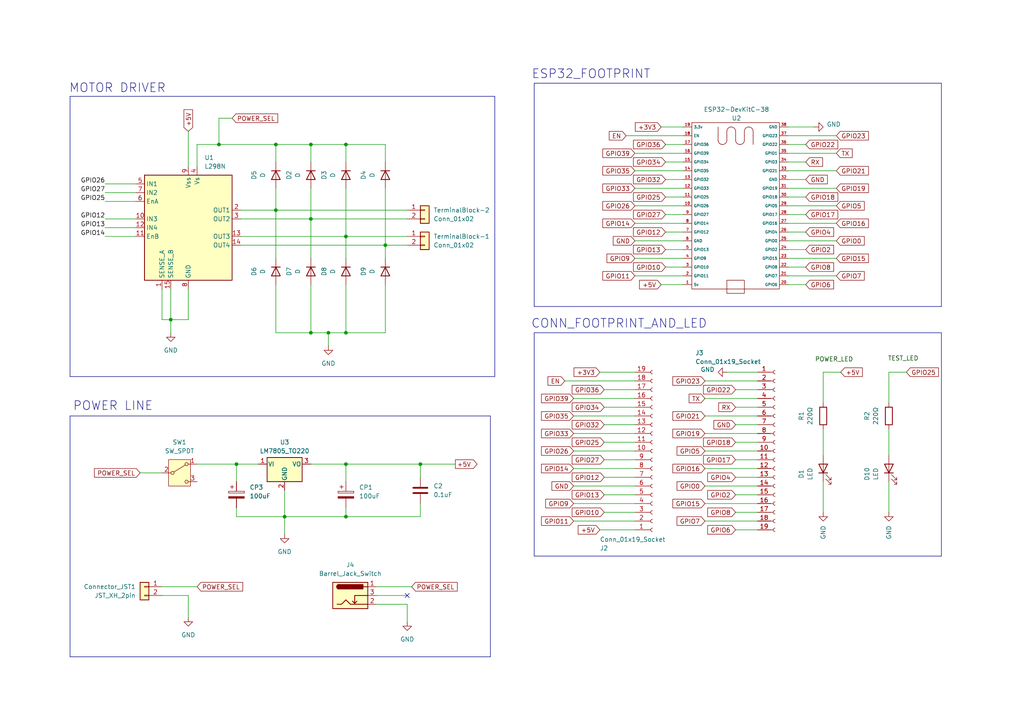
<source format=kicad_sch>
(kicad_sch
	(version 20250114)
	(generator "eeschema")
	(generator_version "9.0")
	(uuid "21e49c4a-1154-41a7-8615-47325cb48550")
	(paper "A4")
	(lib_symbols
		(symbol "Connector:Barrel_Jack_Switch"
			(pin_names
				(hide yes)
			)
			(exclude_from_sim no)
			(in_bom yes)
			(on_board yes)
			(property "Reference" "J"
				(at 0 5.334 0)
				(effects
					(font
						(size 1.27 1.27)
					)
				)
			)
			(property "Value" "Barrel_Jack_Switch"
				(at 0 -5.08 0)
				(effects
					(font
						(size 1.27 1.27)
					)
				)
			)
			(property "Footprint" ""
				(at 1.27 -1.016 0)
				(effects
					(font
						(size 1.27 1.27)
					)
					(hide yes)
				)
			)
			(property "Datasheet" "~"
				(at 1.27 -1.016 0)
				(effects
					(font
						(size 1.27 1.27)
					)
					(hide yes)
				)
			)
			(property "Description" "DC Barrel Jack with an internal switch"
				(at 0 0 0)
				(effects
					(font
						(size 1.27 1.27)
					)
					(hide yes)
				)
			)
			(property "ki_keywords" "DC power barrel jack connector"
				(at 0 0 0)
				(effects
					(font
						(size 1.27 1.27)
					)
					(hide yes)
				)
			)
			(property "ki_fp_filters" "BarrelJack*"
				(at 0 0 0)
				(effects
					(font
						(size 1.27 1.27)
					)
					(hide yes)
				)
			)
			(symbol "Barrel_Jack_Switch_0_1"
				(rectangle
					(start -5.08 3.81)
					(end 5.08 -3.81)
					(stroke
						(width 0.254)
						(type default)
					)
					(fill
						(type background)
					)
				)
				(polyline
					(pts
						(xy -3.81 -2.54) (xy -2.54 -2.54) (xy -1.27 -1.27) (xy 0 -2.54) (xy 2.54 -2.54) (xy 5.08 -2.54)
					)
					(stroke
						(width 0.254)
						(type default)
					)
					(fill
						(type none)
					)
				)
				(arc
					(start -3.302 1.905)
					(mid -3.9343 2.54)
					(end -3.302 3.175)
					(stroke
						(width 0.254)
						(type default)
					)
					(fill
						(type none)
					)
				)
				(arc
					(start -3.302 1.905)
					(mid -3.9343 2.54)
					(end -3.302 3.175)
					(stroke
						(width 0.254)
						(type default)
					)
					(fill
						(type outline)
					)
				)
				(polyline
					(pts
						(xy 1.27 -2.286) (xy 1.905 -1.651)
					)
					(stroke
						(width 0.254)
						(type default)
					)
					(fill
						(type none)
					)
				)
				(rectangle
					(start 3.683 3.175)
					(end -3.302 1.905)
					(stroke
						(width 0.254)
						(type default)
					)
					(fill
						(type outline)
					)
				)
				(polyline
					(pts
						(xy 5.08 2.54) (xy 3.81 2.54)
					)
					(stroke
						(width 0.254)
						(type default)
					)
					(fill
						(type none)
					)
				)
				(polyline
					(pts
						(xy 5.08 0) (xy 1.27 0) (xy 1.27 -2.286) (xy 0.635 -1.651)
					)
					(stroke
						(width 0.254)
						(type default)
					)
					(fill
						(type none)
					)
				)
			)
			(symbol "Barrel_Jack_Switch_1_1"
				(pin passive line
					(at 7.62 2.54 180)
					(length 2.54)
					(name "~"
						(effects
							(font
								(size 1.27 1.27)
							)
						)
					)
					(number "1"
						(effects
							(font
								(size 1.27 1.27)
							)
						)
					)
				)
				(pin passive line
					(at 7.62 0 180)
					(length 2.54)
					(name "~"
						(effects
							(font
								(size 1.27 1.27)
							)
						)
					)
					(number "3"
						(effects
							(font
								(size 1.27 1.27)
							)
						)
					)
				)
				(pin passive line
					(at 7.62 -2.54 180)
					(length 2.54)
					(name "~"
						(effects
							(font
								(size 1.27 1.27)
							)
						)
					)
					(number "2"
						(effects
							(font
								(size 1.27 1.27)
							)
						)
					)
				)
			)
			(embedded_fonts no)
		)
		(symbol "Connector:Conn_01x19_Socket"
			(pin_names
				(offset 1.016)
				(hide yes)
			)
			(exclude_from_sim no)
			(in_bom yes)
			(on_board yes)
			(property "Reference" "J"
				(at 0 25.4 0)
				(effects
					(font
						(size 1.27 1.27)
					)
				)
			)
			(property "Value" "Conn_01x19_Socket"
				(at 0 -25.4 0)
				(effects
					(font
						(size 1.27 1.27)
					)
				)
			)
			(property "Footprint" ""
				(at 0 0 0)
				(effects
					(font
						(size 1.27 1.27)
					)
					(hide yes)
				)
			)
			(property "Datasheet" "~"
				(at 0 0 0)
				(effects
					(font
						(size 1.27 1.27)
					)
					(hide yes)
				)
			)
			(property "Description" "Generic connector, single row, 01x19, script generated"
				(at 0 0 0)
				(effects
					(font
						(size 1.27 1.27)
					)
					(hide yes)
				)
			)
			(property "ki_locked" ""
				(at 0 0 0)
				(effects
					(font
						(size 1.27 1.27)
					)
				)
			)
			(property "ki_keywords" "connector"
				(at 0 0 0)
				(effects
					(font
						(size 1.27 1.27)
					)
					(hide yes)
				)
			)
			(property "ki_fp_filters" "Connector*:*_1x??_*"
				(at 0 0 0)
				(effects
					(font
						(size 1.27 1.27)
					)
					(hide yes)
				)
			)
			(symbol "Conn_01x19_Socket_1_1"
				(polyline
					(pts
						(xy -1.27 22.86) (xy -0.508 22.86)
					)
					(stroke
						(width 0.1524)
						(type default)
					)
					(fill
						(type none)
					)
				)
				(polyline
					(pts
						(xy -1.27 20.32) (xy -0.508 20.32)
					)
					(stroke
						(width 0.1524)
						(type default)
					)
					(fill
						(type none)
					)
				)
				(polyline
					(pts
						(xy -1.27 17.78) (xy -0.508 17.78)
					)
					(stroke
						(width 0.1524)
						(type default)
					)
					(fill
						(type none)
					)
				)
				(polyline
					(pts
						(xy -1.27 15.24) (xy -0.508 15.24)
					)
					(stroke
						(width 0.1524)
						(type default)
					)
					(fill
						(type none)
					)
				)
				(polyline
					(pts
						(xy -1.27 12.7) (xy -0.508 12.7)
					)
					(stroke
						(width 0.1524)
						(type default)
					)
					(fill
						(type none)
					)
				)
				(polyline
					(pts
						(xy -1.27 10.16) (xy -0.508 10.16)
					)
					(stroke
						(width 0.1524)
						(type default)
					)
					(fill
						(type none)
					)
				)
				(polyline
					(pts
						(xy -1.27 7.62) (xy -0.508 7.62)
					)
					(stroke
						(width 0.1524)
						(type default)
					)
					(fill
						(type none)
					)
				)
				(polyline
					(pts
						(xy -1.27 5.08) (xy -0.508 5.08)
					)
					(stroke
						(width 0.1524)
						(type default)
					)
					(fill
						(type none)
					)
				)
				(polyline
					(pts
						(xy -1.27 2.54) (xy -0.508 2.54)
					)
					(stroke
						(width 0.1524)
						(type default)
					)
					(fill
						(type none)
					)
				)
				(polyline
					(pts
						(xy -1.27 0) (xy -0.508 0)
					)
					(stroke
						(width 0.1524)
						(type default)
					)
					(fill
						(type none)
					)
				)
				(polyline
					(pts
						(xy -1.27 -2.54) (xy -0.508 -2.54)
					)
					(stroke
						(width 0.1524)
						(type default)
					)
					(fill
						(type none)
					)
				)
				(polyline
					(pts
						(xy -1.27 -5.08) (xy -0.508 -5.08)
					)
					(stroke
						(width 0.1524)
						(type default)
					)
					(fill
						(type none)
					)
				)
				(polyline
					(pts
						(xy -1.27 -7.62) (xy -0.508 -7.62)
					)
					(stroke
						(width 0.1524)
						(type default)
					)
					(fill
						(type none)
					)
				)
				(polyline
					(pts
						(xy -1.27 -10.16) (xy -0.508 -10.16)
					)
					(stroke
						(width 0.1524)
						(type default)
					)
					(fill
						(type none)
					)
				)
				(polyline
					(pts
						(xy -1.27 -12.7) (xy -0.508 -12.7)
					)
					(stroke
						(width 0.1524)
						(type default)
					)
					(fill
						(type none)
					)
				)
				(polyline
					(pts
						(xy -1.27 -15.24) (xy -0.508 -15.24)
					)
					(stroke
						(width 0.1524)
						(type default)
					)
					(fill
						(type none)
					)
				)
				(polyline
					(pts
						(xy -1.27 -17.78) (xy -0.508 -17.78)
					)
					(stroke
						(width 0.1524)
						(type default)
					)
					(fill
						(type none)
					)
				)
				(polyline
					(pts
						(xy -1.27 -20.32) (xy -0.508 -20.32)
					)
					(stroke
						(width 0.1524)
						(type default)
					)
					(fill
						(type none)
					)
				)
				(polyline
					(pts
						(xy -1.27 -22.86) (xy -0.508 -22.86)
					)
					(stroke
						(width 0.1524)
						(type default)
					)
					(fill
						(type none)
					)
				)
				(arc
					(start 0 22.352)
					(mid -0.5058 22.86)
					(end 0 23.368)
					(stroke
						(width 0.1524)
						(type default)
					)
					(fill
						(type none)
					)
				)
				(arc
					(start 0 19.812)
					(mid -0.5058 20.32)
					(end 0 20.828)
					(stroke
						(width 0.1524)
						(type default)
					)
					(fill
						(type none)
					)
				)
				(arc
					(start 0 17.272)
					(mid -0.5058 17.78)
					(end 0 18.288)
					(stroke
						(width 0.1524)
						(type default)
					)
					(fill
						(type none)
					)
				)
				(arc
					(start 0 14.732)
					(mid -0.5058 15.24)
					(end 0 15.748)
					(stroke
						(width 0.1524)
						(type default)
					)
					(fill
						(type none)
					)
				)
				(arc
					(start 0 12.192)
					(mid -0.5058 12.7)
					(end 0 13.208)
					(stroke
						(width 0.1524)
						(type default)
					)
					(fill
						(type none)
					)
				)
				(arc
					(start 0 9.652)
					(mid -0.5058 10.16)
					(end 0 10.668)
					(stroke
						(width 0.1524)
						(type default)
					)
					(fill
						(type none)
					)
				)
				(arc
					(start 0 7.112)
					(mid -0.5058 7.62)
					(end 0 8.128)
					(stroke
						(width 0.1524)
						(type default)
					)
					(fill
						(type none)
					)
				)
				(arc
					(start 0 4.572)
					(mid -0.5058 5.08)
					(end 0 5.588)
					(stroke
						(width 0.1524)
						(type default)
					)
					(fill
						(type none)
					)
				)
				(arc
					(start 0 2.032)
					(mid -0.5058 2.54)
					(end 0 3.048)
					(stroke
						(width 0.1524)
						(type default)
					)
					(fill
						(type none)
					)
				)
				(arc
					(start 0 -0.508)
					(mid -0.5058 0)
					(end 0 0.508)
					(stroke
						(width 0.1524)
						(type default)
					)
					(fill
						(type none)
					)
				)
				(arc
					(start 0 -3.048)
					(mid -0.5058 -2.54)
					(end 0 -2.032)
					(stroke
						(width 0.1524)
						(type default)
					)
					(fill
						(type none)
					)
				)
				(arc
					(start 0 -5.588)
					(mid -0.5058 -5.08)
					(end 0 -4.572)
					(stroke
						(width 0.1524)
						(type default)
					)
					(fill
						(type none)
					)
				)
				(arc
					(start 0 -8.128)
					(mid -0.5058 -7.62)
					(end 0 -7.112)
					(stroke
						(width 0.1524)
						(type default)
					)
					(fill
						(type none)
					)
				)
				(arc
					(start 0 -10.668)
					(mid -0.5058 -10.16)
					(end 0 -9.652)
					(stroke
						(width 0.1524)
						(type default)
					)
					(fill
						(type none)
					)
				)
				(arc
					(start 0 -13.208)
					(mid -0.5058 -12.7)
					(end 0 -12.192)
					(stroke
						(width 0.1524)
						(type default)
					)
					(fill
						(type none)
					)
				)
				(arc
					(start 0 -15.748)
					(mid -0.5058 -15.24)
					(end 0 -14.732)
					(stroke
						(width 0.1524)
						(type default)
					)
					(fill
						(type none)
					)
				)
				(arc
					(start 0 -18.288)
					(mid -0.5058 -17.78)
					(end 0 -17.272)
					(stroke
						(width 0.1524)
						(type default)
					)
					(fill
						(type none)
					)
				)
				(arc
					(start 0 -20.828)
					(mid -0.5058 -20.32)
					(end 0 -19.812)
					(stroke
						(width 0.1524)
						(type default)
					)
					(fill
						(type none)
					)
				)
				(arc
					(start 0 -23.368)
					(mid -0.5058 -22.86)
					(end 0 -22.352)
					(stroke
						(width 0.1524)
						(type default)
					)
					(fill
						(type none)
					)
				)
				(pin passive line
					(at -5.08 22.86 0)
					(length 3.81)
					(name "Pin_1"
						(effects
							(font
								(size 1.27 1.27)
							)
						)
					)
					(number "1"
						(effects
							(font
								(size 1.27 1.27)
							)
						)
					)
				)
				(pin passive line
					(at -5.08 20.32 0)
					(length 3.81)
					(name "Pin_2"
						(effects
							(font
								(size 1.27 1.27)
							)
						)
					)
					(number "2"
						(effects
							(font
								(size 1.27 1.27)
							)
						)
					)
				)
				(pin passive line
					(at -5.08 17.78 0)
					(length 3.81)
					(name "Pin_3"
						(effects
							(font
								(size 1.27 1.27)
							)
						)
					)
					(number "3"
						(effects
							(font
								(size 1.27 1.27)
							)
						)
					)
				)
				(pin passive line
					(at -5.08 15.24 0)
					(length 3.81)
					(name "Pin_4"
						(effects
							(font
								(size 1.27 1.27)
							)
						)
					)
					(number "4"
						(effects
							(font
								(size 1.27 1.27)
							)
						)
					)
				)
				(pin passive line
					(at -5.08 12.7 0)
					(length 3.81)
					(name "Pin_5"
						(effects
							(font
								(size 1.27 1.27)
							)
						)
					)
					(number "5"
						(effects
							(font
								(size 1.27 1.27)
							)
						)
					)
				)
				(pin passive line
					(at -5.08 10.16 0)
					(length 3.81)
					(name "Pin_6"
						(effects
							(font
								(size 1.27 1.27)
							)
						)
					)
					(number "6"
						(effects
							(font
								(size 1.27 1.27)
							)
						)
					)
				)
				(pin passive line
					(at -5.08 7.62 0)
					(length 3.81)
					(name "Pin_7"
						(effects
							(font
								(size 1.27 1.27)
							)
						)
					)
					(number "7"
						(effects
							(font
								(size 1.27 1.27)
							)
						)
					)
				)
				(pin passive line
					(at -5.08 5.08 0)
					(length 3.81)
					(name "Pin_8"
						(effects
							(font
								(size 1.27 1.27)
							)
						)
					)
					(number "8"
						(effects
							(font
								(size 1.27 1.27)
							)
						)
					)
				)
				(pin passive line
					(at -5.08 2.54 0)
					(length 3.81)
					(name "Pin_9"
						(effects
							(font
								(size 1.27 1.27)
							)
						)
					)
					(number "9"
						(effects
							(font
								(size 1.27 1.27)
							)
						)
					)
				)
				(pin passive line
					(at -5.08 0 0)
					(length 3.81)
					(name "Pin_10"
						(effects
							(font
								(size 1.27 1.27)
							)
						)
					)
					(number "10"
						(effects
							(font
								(size 1.27 1.27)
							)
						)
					)
				)
				(pin passive line
					(at -5.08 -2.54 0)
					(length 3.81)
					(name "Pin_11"
						(effects
							(font
								(size 1.27 1.27)
							)
						)
					)
					(number "11"
						(effects
							(font
								(size 1.27 1.27)
							)
						)
					)
				)
				(pin passive line
					(at -5.08 -5.08 0)
					(length 3.81)
					(name "Pin_12"
						(effects
							(font
								(size 1.27 1.27)
							)
						)
					)
					(number "12"
						(effects
							(font
								(size 1.27 1.27)
							)
						)
					)
				)
				(pin passive line
					(at -5.08 -7.62 0)
					(length 3.81)
					(name "Pin_13"
						(effects
							(font
								(size 1.27 1.27)
							)
						)
					)
					(number "13"
						(effects
							(font
								(size 1.27 1.27)
							)
						)
					)
				)
				(pin passive line
					(at -5.08 -10.16 0)
					(length 3.81)
					(name "Pin_14"
						(effects
							(font
								(size 1.27 1.27)
							)
						)
					)
					(number "14"
						(effects
							(font
								(size 1.27 1.27)
							)
						)
					)
				)
				(pin passive line
					(at -5.08 -12.7 0)
					(length 3.81)
					(name "Pin_15"
						(effects
							(font
								(size 1.27 1.27)
							)
						)
					)
					(number "15"
						(effects
							(font
								(size 1.27 1.27)
							)
						)
					)
				)
				(pin passive line
					(at -5.08 -15.24 0)
					(length 3.81)
					(name "Pin_16"
						(effects
							(font
								(size 1.27 1.27)
							)
						)
					)
					(number "16"
						(effects
							(font
								(size 1.27 1.27)
							)
						)
					)
				)
				(pin passive line
					(at -5.08 -17.78 0)
					(length 3.81)
					(name "Pin_17"
						(effects
							(font
								(size 1.27 1.27)
							)
						)
					)
					(number "17"
						(effects
							(font
								(size 1.27 1.27)
							)
						)
					)
				)
				(pin passive line
					(at -5.08 -20.32 0)
					(length 3.81)
					(name "Pin_18"
						(effects
							(font
								(size 1.27 1.27)
							)
						)
					)
					(number "18"
						(effects
							(font
								(size 1.27 1.27)
							)
						)
					)
				)
				(pin passive line
					(at -5.08 -22.86 0)
					(length 3.81)
					(name "Pin_19"
						(effects
							(font
								(size 1.27 1.27)
							)
						)
					)
					(number "19"
						(effects
							(font
								(size 1.27 1.27)
							)
						)
					)
				)
			)
			(embedded_fonts no)
		)
		(symbol "Connector_Generic:Conn_01x02"
			(pin_names
				(offset 1.016)
				(hide yes)
			)
			(exclude_from_sim no)
			(in_bom yes)
			(on_board yes)
			(property "Reference" "J"
				(at 0 2.54 0)
				(effects
					(font
						(size 1.27 1.27)
					)
				)
			)
			(property "Value" "Conn_01x02"
				(at 0 -5.08 0)
				(effects
					(font
						(size 1.27 1.27)
					)
				)
			)
			(property "Footprint" ""
				(at 0 0 0)
				(effects
					(font
						(size 1.27 1.27)
					)
					(hide yes)
				)
			)
			(property "Datasheet" "~"
				(at 0 0 0)
				(effects
					(font
						(size 1.27 1.27)
					)
					(hide yes)
				)
			)
			(property "Description" "Generic connector, single row, 01x02, script generated (kicad-library-utils/schlib/autogen/connector/)"
				(at 0 0 0)
				(effects
					(font
						(size 1.27 1.27)
					)
					(hide yes)
				)
			)
			(property "ki_keywords" "connector"
				(at 0 0 0)
				(effects
					(font
						(size 1.27 1.27)
					)
					(hide yes)
				)
			)
			(property "ki_fp_filters" "Connector*:*_1x??_*"
				(at 0 0 0)
				(effects
					(font
						(size 1.27 1.27)
					)
					(hide yes)
				)
			)
			(symbol "Conn_01x02_1_1"
				(rectangle
					(start -1.27 1.27)
					(end 1.27 -3.81)
					(stroke
						(width 0.254)
						(type default)
					)
					(fill
						(type background)
					)
				)
				(rectangle
					(start -1.27 0.127)
					(end 0 -0.127)
					(stroke
						(width 0.1524)
						(type default)
					)
					(fill
						(type none)
					)
				)
				(rectangle
					(start -1.27 -2.413)
					(end 0 -2.667)
					(stroke
						(width 0.1524)
						(type default)
					)
					(fill
						(type none)
					)
				)
				(pin passive line
					(at -5.08 0 0)
					(length 3.81)
					(name "Pin_1"
						(effects
							(font
								(size 1.27 1.27)
							)
						)
					)
					(number "1"
						(effects
							(font
								(size 1.27 1.27)
							)
						)
					)
				)
				(pin passive line
					(at -5.08 -2.54 0)
					(length 3.81)
					(name "Pin_2"
						(effects
							(font
								(size 1.27 1.27)
							)
						)
					)
					(number "2"
						(effects
							(font
								(size 1.27 1.27)
							)
						)
					)
				)
			)
			(embedded_fonts no)
		)
		(symbol "Device:C"
			(pin_numbers
				(hide yes)
			)
			(pin_names
				(offset 0.254)
			)
			(exclude_from_sim no)
			(in_bom yes)
			(on_board yes)
			(property "Reference" "C"
				(at 0.635 2.54 0)
				(effects
					(font
						(size 1.27 1.27)
					)
					(justify left)
				)
			)
			(property "Value" "C"
				(at 0.635 -2.54 0)
				(effects
					(font
						(size 1.27 1.27)
					)
					(justify left)
				)
			)
			(property "Footprint" ""
				(at 0.9652 -3.81 0)
				(effects
					(font
						(size 1.27 1.27)
					)
					(hide yes)
				)
			)
			(property "Datasheet" "~"
				(at 0 0 0)
				(effects
					(font
						(size 1.27 1.27)
					)
					(hide yes)
				)
			)
			(property "Description" "Unpolarized capacitor"
				(at 0 0 0)
				(effects
					(font
						(size 1.27 1.27)
					)
					(hide yes)
				)
			)
			(property "ki_keywords" "cap capacitor"
				(at 0 0 0)
				(effects
					(font
						(size 1.27 1.27)
					)
					(hide yes)
				)
			)
			(property "ki_fp_filters" "C_*"
				(at 0 0 0)
				(effects
					(font
						(size 1.27 1.27)
					)
					(hide yes)
				)
			)
			(symbol "C_0_1"
				(polyline
					(pts
						(xy -2.032 0.762) (xy 2.032 0.762)
					)
					(stroke
						(width 0.508)
						(type default)
					)
					(fill
						(type none)
					)
				)
				(polyline
					(pts
						(xy -2.032 -0.762) (xy 2.032 -0.762)
					)
					(stroke
						(width 0.508)
						(type default)
					)
					(fill
						(type none)
					)
				)
			)
			(symbol "C_1_1"
				(pin passive line
					(at 0 3.81 270)
					(length 2.794)
					(name "~"
						(effects
							(font
								(size 1.27 1.27)
							)
						)
					)
					(number "1"
						(effects
							(font
								(size 1.27 1.27)
							)
						)
					)
				)
				(pin passive line
					(at 0 -3.81 90)
					(length 2.794)
					(name "~"
						(effects
							(font
								(size 1.27 1.27)
							)
						)
					)
					(number "2"
						(effects
							(font
								(size 1.27 1.27)
							)
						)
					)
				)
			)
			(embedded_fonts no)
		)
		(symbol "Device:C_Polarized"
			(pin_numbers
				(hide yes)
			)
			(pin_names
				(offset 0.254)
			)
			(exclude_from_sim no)
			(in_bom yes)
			(on_board yes)
			(property "Reference" "C"
				(at 0.635 2.54 0)
				(effects
					(font
						(size 1.27 1.27)
					)
					(justify left)
				)
			)
			(property "Value" "C_Polarized"
				(at 0.635 -2.54 0)
				(effects
					(font
						(size 1.27 1.27)
					)
					(justify left)
				)
			)
			(property "Footprint" ""
				(at 0.9652 -3.81 0)
				(effects
					(font
						(size 1.27 1.27)
					)
					(hide yes)
				)
			)
			(property "Datasheet" "~"
				(at 0 0 0)
				(effects
					(font
						(size 1.27 1.27)
					)
					(hide yes)
				)
			)
			(property "Description" "Polarized capacitor"
				(at 0 0 0)
				(effects
					(font
						(size 1.27 1.27)
					)
					(hide yes)
				)
			)
			(property "ki_keywords" "cap capacitor"
				(at 0 0 0)
				(effects
					(font
						(size 1.27 1.27)
					)
					(hide yes)
				)
			)
			(property "ki_fp_filters" "CP_*"
				(at 0 0 0)
				(effects
					(font
						(size 1.27 1.27)
					)
					(hide yes)
				)
			)
			(symbol "C_Polarized_0_1"
				(rectangle
					(start -2.286 0.508)
					(end 2.286 1.016)
					(stroke
						(width 0)
						(type default)
					)
					(fill
						(type none)
					)
				)
				(polyline
					(pts
						(xy -1.778 2.286) (xy -0.762 2.286)
					)
					(stroke
						(width 0)
						(type default)
					)
					(fill
						(type none)
					)
				)
				(polyline
					(pts
						(xy -1.27 2.794) (xy -1.27 1.778)
					)
					(stroke
						(width 0)
						(type default)
					)
					(fill
						(type none)
					)
				)
				(rectangle
					(start 2.286 -0.508)
					(end -2.286 -1.016)
					(stroke
						(width 0)
						(type default)
					)
					(fill
						(type outline)
					)
				)
			)
			(symbol "C_Polarized_1_1"
				(pin passive line
					(at 0 3.81 270)
					(length 2.794)
					(name "~"
						(effects
							(font
								(size 1.27 1.27)
							)
						)
					)
					(number "1"
						(effects
							(font
								(size 1.27 1.27)
							)
						)
					)
				)
				(pin passive line
					(at 0 -3.81 90)
					(length 2.794)
					(name "~"
						(effects
							(font
								(size 1.27 1.27)
							)
						)
					)
					(number "2"
						(effects
							(font
								(size 1.27 1.27)
							)
						)
					)
				)
			)
			(embedded_fonts no)
		)
		(symbol "Device:D"
			(pin_numbers
				(hide yes)
			)
			(pin_names
				(offset 1.016)
				(hide yes)
			)
			(exclude_from_sim no)
			(in_bom yes)
			(on_board yes)
			(property "Reference" "D"
				(at 0 2.54 0)
				(effects
					(font
						(size 1.27 1.27)
					)
				)
			)
			(property "Value" "D"
				(at 0 -2.54 0)
				(effects
					(font
						(size 1.27 1.27)
					)
				)
			)
			(property "Footprint" ""
				(at 0 0 0)
				(effects
					(font
						(size 1.27 1.27)
					)
					(hide yes)
				)
			)
			(property "Datasheet" "~"
				(at 0 0 0)
				(effects
					(font
						(size 1.27 1.27)
					)
					(hide yes)
				)
			)
			(property "Description" "Diode"
				(at 0 0 0)
				(effects
					(font
						(size 1.27 1.27)
					)
					(hide yes)
				)
			)
			(property "Sim.Device" "D"
				(at 0 0 0)
				(effects
					(font
						(size 1.27 1.27)
					)
					(hide yes)
				)
			)
			(property "Sim.Pins" "1=K 2=A"
				(at 0 0 0)
				(effects
					(font
						(size 1.27 1.27)
					)
					(hide yes)
				)
			)
			(property "ki_keywords" "diode"
				(at 0 0 0)
				(effects
					(font
						(size 1.27 1.27)
					)
					(hide yes)
				)
			)
			(property "ki_fp_filters" "TO-???* *_Diode_* *SingleDiode* D_*"
				(at 0 0 0)
				(effects
					(font
						(size 1.27 1.27)
					)
					(hide yes)
				)
			)
			(symbol "D_0_1"
				(polyline
					(pts
						(xy -1.27 1.27) (xy -1.27 -1.27)
					)
					(stroke
						(width 0.254)
						(type default)
					)
					(fill
						(type none)
					)
				)
				(polyline
					(pts
						(xy 1.27 1.27) (xy 1.27 -1.27) (xy -1.27 0) (xy 1.27 1.27)
					)
					(stroke
						(width 0.254)
						(type default)
					)
					(fill
						(type none)
					)
				)
				(polyline
					(pts
						(xy 1.27 0) (xy -1.27 0)
					)
					(stroke
						(width 0)
						(type default)
					)
					(fill
						(type none)
					)
				)
			)
			(symbol "D_1_1"
				(pin passive line
					(at -3.81 0 0)
					(length 2.54)
					(name "K"
						(effects
							(font
								(size 1.27 1.27)
							)
						)
					)
					(number "1"
						(effects
							(font
								(size 1.27 1.27)
							)
						)
					)
				)
				(pin passive line
					(at 3.81 0 180)
					(length 2.54)
					(name "A"
						(effects
							(font
								(size 1.27 1.27)
							)
						)
					)
					(number "2"
						(effects
							(font
								(size 1.27 1.27)
							)
						)
					)
				)
			)
			(embedded_fonts no)
		)
		(symbol "Device:LED"
			(pin_numbers
				(hide yes)
			)
			(pin_names
				(offset 1.016)
				(hide yes)
			)
			(exclude_from_sim no)
			(in_bom yes)
			(on_board yes)
			(property "Reference" "D"
				(at 0 2.54 0)
				(effects
					(font
						(size 1.27 1.27)
					)
				)
			)
			(property "Value" "LED"
				(at 0 -2.54 0)
				(effects
					(font
						(size 1.27 1.27)
					)
				)
			)
			(property "Footprint" ""
				(at 0 0 0)
				(effects
					(font
						(size 1.27 1.27)
					)
					(hide yes)
				)
			)
			(property "Datasheet" "~"
				(at 0 0 0)
				(effects
					(font
						(size 1.27 1.27)
					)
					(hide yes)
				)
			)
			(property "Description" "Light emitting diode"
				(at 0 0 0)
				(effects
					(font
						(size 1.27 1.27)
					)
					(hide yes)
				)
			)
			(property "Sim.Pins" "1=K 2=A"
				(at 0 0 0)
				(effects
					(font
						(size 1.27 1.27)
					)
					(hide yes)
				)
			)
			(property "ki_keywords" "LED diode"
				(at 0 0 0)
				(effects
					(font
						(size 1.27 1.27)
					)
					(hide yes)
				)
			)
			(property "ki_fp_filters" "LED* LED_SMD:* LED_THT:*"
				(at 0 0 0)
				(effects
					(font
						(size 1.27 1.27)
					)
					(hide yes)
				)
			)
			(symbol "LED_0_1"
				(polyline
					(pts
						(xy -3.048 -0.762) (xy -4.572 -2.286) (xy -3.81 -2.286) (xy -4.572 -2.286) (xy -4.572 -1.524)
					)
					(stroke
						(width 0)
						(type default)
					)
					(fill
						(type none)
					)
				)
				(polyline
					(pts
						(xy -1.778 -0.762) (xy -3.302 -2.286) (xy -2.54 -2.286) (xy -3.302 -2.286) (xy -3.302 -1.524)
					)
					(stroke
						(width 0)
						(type default)
					)
					(fill
						(type none)
					)
				)
				(polyline
					(pts
						(xy -1.27 0) (xy 1.27 0)
					)
					(stroke
						(width 0)
						(type default)
					)
					(fill
						(type none)
					)
				)
				(polyline
					(pts
						(xy -1.27 -1.27) (xy -1.27 1.27)
					)
					(stroke
						(width 0.254)
						(type default)
					)
					(fill
						(type none)
					)
				)
				(polyline
					(pts
						(xy 1.27 -1.27) (xy 1.27 1.27) (xy -1.27 0) (xy 1.27 -1.27)
					)
					(stroke
						(width 0.254)
						(type default)
					)
					(fill
						(type none)
					)
				)
			)
			(symbol "LED_1_1"
				(pin passive line
					(at -3.81 0 0)
					(length 2.54)
					(name "K"
						(effects
							(font
								(size 1.27 1.27)
							)
						)
					)
					(number "1"
						(effects
							(font
								(size 1.27 1.27)
							)
						)
					)
				)
				(pin passive line
					(at 3.81 0 180)
					(length 2.54)
					(name "A"
						(effects
							(font
								(size 1.27 1.27)
							)
						)
					)
					(number "2"
						(effects
							(font
								(size 1.27 1.27)
							)
						)
					)
				)
			)
			(embedded_fonts no)
		)
		(symbol "Device:R"
			(pin_numbers
				(hide yes)
			)
			(pin_names
				(offset 0)
			)
			(exclude_from_sim no)
			(in_bom yes)
			(on_board yes)
			(property "Reference" "R"
				(at 2.032 0 90)
				(effects
					(font
						(size 1.27 1.27)
					)
				)
			)
			(property "Value" "R"
				(at 0 0 90)
				(effects
					(font
						(size 1.27 1.27)
					)
				)
			)
			(property "Footprint" ""
				(at -1.778 0 90)
				(effects
					(font
						(size 1.27 1.27)
					)
					(hide yes)
				)
			)
			(property "Datasheet" "~"
				(at 0 0 0)
				(effects
					(font
						(size 1.27 1.27)
					)
					(hide yes)
				)
			)
			(property "Description" "Resistor"
				(at 0 0 0)
				(effects
					(font
						(size 1.27 1.27)
					)
					(hide yes)
				)
			)
			(property "ki_keywords" "R res resistor"
				(at 0 0 0)
				(effects
					(font
						(size 1.27 1.27)
					)
					(hide yes)
				)
			)
			(property "ki_fp_filters" "R_*"
				(at 0 0 0)
				(effects
					(font
						(size 1.27 1.27)
					)
					(hide yes)
				)
			)
			(symbol "R_0_1"
				(rectangle
					(start -1.016 -2.54)
					(end 1.016 2.54)
					(stroke
						(width 0.254)
						(type default)
					)
					(fill
						(type none)
					)
				)
			)
			(symbol "R_1_1"
				(pin passive line
					(at 0 3.81 270)
					(length 1.27)
					(name "~"
						(effects
							(font
								(size 1.27 1.27)
							)
						)
					)
					(number "1"
						(effects
							(font
								(size 1.27 1.27)
							)
						)
					)
				)
				(pin passive line
					(at 0 -3.81 90)
					(length 1.27)
					(name "~"
						(effects
							(font
								(size 1.27 1.27)
							)
						)
					)
					(number "2"
						(effects
							(font
								(size 1.27 1.27)
							)
						)
					)
				)
			)
			(embedded_fonts no)
		)
		(symbol "Driver_Motor:L298N"
			(exclude_from_sim no)
			(in_bom yes)
			(on_board yes)
			(property "Reference" "U"
				(at -10.16 16.51 0)
				(effects
					(font
						(size 1.27 1.27)
					)
					(justify right)
				)
			)
			(property "Value" "L298N"
				(at 12.7 16.51 0)
				(effects
					(font
						(size 1.27 1.27)
					)
					(justify right)
				)
			)
			(property "Footprint" "Package_TO_SOT_THT:TO-220-15_P2.54x5.08mm_StaggerOdd_Lead4.58mm_Vertical"
				(at 1.27 -16.51 0)
				(effects
					(font
						(size 1.27 1.27)
					)
					(justify left)
					(hide yes)
				)
			)
			(property "Datasheet" "http://www.st.com/st-web-ui/static/active/en/resource/technical/document/datasheet/CD00000240.pdf"
				(at 3.81 6.35 0)
				(effects
					(font
						(size 1.27 1.27)
					)
					(hide yes)
				)
			)
			(property "Description" "Dual full bridge motor driver, up to 46V, 4A, Multiwatt15-V"
				(at 0 0 0)
				(effects
					(font
						(size 1.27 1.27)
					)
					(hide yes)
				)
			)
			(property "ki_keywords" "H-bridge motor driver"
				(at 0 0 0)
				(effects
					(font
						(size 1.27 1.27)
					)
					(hide yes)
				)
			)
			(property "ki_fp_filters" "TO?220*StaggerOdd*Vertical*"
				(at 0 0 0)
				(effects
					(font
						(size 1.27 1.27)
					)
					(hide yes)
				)
			)
			(symbol "L298N_0_1"
				(rectangle
					(start -12.7 15.24)
					(end 12.7 -15.24)
					(stroke
						(width 0.254)
						(type default)
					)
					(fill
						(type background)
					)
				)
			)
			(symbol "L298N_1_1"
				(pin input line
					(at -15.24 12.7 0)
					(length 2.54)
					(name "IN1"
						(effects
							(font
								(size 1.27 1.27)
							)
						)
					)
					(number "5"
						(effects
							(font
								(size 1.27 1.27)
							)
						)
					)
				)
				(pin input line
					(at -15.24 10.16 0)
					(length 2.54)
					(name "IN2"
						(effects
							(font
								(size 1.27 1.27)
							)
						)
					)
					(number "7"
						(effects
							(font
								(size 1.27 1.27)
							)
						)
					)
				)
				(pin input line
					(at -15.24 7.62 0)
					(length 2.54)
					(name "EnA"
						(effects
							(font
								(size 1.27 1.27)
							)
						)
					)
					(number "6"
						(effects
							(font
								(size 1.27 1.27)
							)
						)
					)
				)
				(pin input line
					(at -15.24 2.54 0)
					(length 2.54)
					(name "IN3"
						(effects
							(font
								(size 1.27 1.27)
							)
						)
					)
					(number "10"
						(effects
							(font
								(size 1.27 1.27)
							)
						)
					)
				)
				(pin input line
					(at -15.24 0 0)
					(length 2.54)
					(name "IN4"
						(effects
							(font
								(size 1.27 1.27)
							)
						)
					)
					(number "12"
						(effects
							(font
								(size 1.27 1.27)
							)
						)
					)
				)
				(pin input line
					(at -15.24 -2.54 0)
					(length 2.54)
					(name "EnB"
						(effects
							(font
								(size 1.27 1.27)
							)
						)
					)
					(number "11"
						(effects
							(font
								(size 1.27 1.27)
							)
						)
					)
				)
				(pin input line
					(at -7.62 -17.78 90)
					(length 2.54)
					(name "SENSE_A"
						(effects
							(font
								(size 1.27 1.27)
							)
						)
					)
					(number "1"
						(effects
							(font
								(size 1.27 1.27)
							)
						)
					)
				)
				(pin input line
					(at -5.08 -17.78 90)
					(length 2.54)
					(name "SENSE_B"
						(effects
							(font
								(size 1.27 1.27)
							)
						)
					)
					(number "15"
						(effects
							(font
								(size 1.27 1.27)
							)
						)
					)
				)
				(pin power_in line
					(at 0 17.78 270)
					(length 2.54)
					(name "Vss"
						(effects
							(font
								(size 1.27 1.27)
							)
						)
					)
					(number "9"
						(effects
							(font
								(size 1.27 1.27)
							)
						)
					)
				)
				(pin power_in line
					(at 0 -17.78 90)
					(length 2.54)
					(name "GND"
						(effects
							(font
								(size 1.27 1.27)
							)
						)
					)
					(number "8"
						(effects
							(font
								(size 1.27 1.27)
							)
						)
					)
				)
				(pin power_in line
					(at 2.54 17.78 270)
					(length 2.54)
					(name "Vs"
						(effects
							(font
								(size 1.27 1.27)
							)
						)
					)
					(number "4"
						(effects
							(font
								(size 1.27 1.27)
							)
						)
					)
				)
				(pin output line
					(at 15.24 5.08 180)
					(length 2.54)
					(name "OUT1"
						(effects
							(font
								(size 1.27 1.27)
							)
						)
					)
					(number "2"
						(effects
							(font
								(size 1.27 1.27)
							)
						)
					)
				)
				(pin output line
					(at 15.24 2.54 180)
					(length 2.54)
					(name "OUT2"
						(effects
							(font
								(size 1.27 1.27)
							)
						)
					)
					(number "3"
						(effects
							(font
								(size 1.27 1.27)
							)
						)
					)
				)
				(pin output line
					(at 15.24 -2.54 180)
					(length 2.54)
					(name "OUT3"
						(effects
							(font
								(size 1.27 1.27)
							)
						)
					)
					(number "13"
						(effects
							(font
								(size 1.27 1.27)
							)
						)
					)
				)
				(pin output line
					(at 15.24 -5.08 180)
					(length 2.54)
					(name "OUT4"
						(effects
							(font
								(size 1.27 1.27)
							)
						)
					)
					(number "14"
						(effects
							(font
								(size 1.27 1.27)
							)
						)
					)
				)
			)
			(embedded_fonts no)
		)
		(symbol "Regulator_Linear:LM7805_TO220"
			(pin_names
				(offset 0.254)
			)
			(exclude_from_sim no)
			(in_bom yes)
			(on_board yes)
			(property "Reference" "U"
				(at -3.81 3.175 0)
				(effects
					(font
						(size 1.27 1.27)
					)
				)
			)
			(property "Value" "LM7805_TO220"
				(at 0 3.175 0)
				(effects
					(font
						(size 1.27 1.27)
					)
					(justify left)
				)
			)
			(property "Footprint" "Package_TO_SOT_THT:TO-220-3_Vertical"
				(at 0 5.715 0)
				(effects
					(font
						(size 1.27 1.27)
						(italic yes)
					)
					(hide yes)
				)
			)
			(property "Datasheet" "https://www.onsemi.cn/PowerSolutions/document/MC7800-D.PDF"
				(at 0 -1.27 0)
				(effects
					(font
						(size 1.27 1.27)
					)
					(hide yes)
				)
			)
			(property "Description" "Positive 1A 35V Linear Regulator, Fixed Output 5V, TO-220"
				(at 0 0 0)
				(effects
					(font
						(size 1.27 1.27)
					)
					(hide yes)
				)
			)
			(property "ki_keywords" "Voltage Regulator 1A Positive"
				(at 0 0 0)
				(effects
					(font
						(size 1.27 1.27)
					)
					(hide yes)
				)
			)
			(property "ki_fp_filters" "TO?220*"
				(at 0 0 0)
				(effects
					(font
						(size 1.27 1.27)
					)
					(hide yes)
				)
			)
			(symbol "LM7805_TO220_0_1"
				(rectangle
					(start -5.08 1.905)
					(end 5.08 -5.08)
					(stroke
						(width 0.254)
						(type default)
					)
					(fill
						(type background)
					)
				)
			)
			(symbol "LM7805_TO220_1_1"
				(pin power_in line
					(at -7.62 0 0)
					(length 2.54)
					(name "VI"
						(effects
							(font
								(size 1.27 1.27)
							)
						)
					)
					(number "1"
						(effects
							(font
								(size 1.27 1.27)
							)
						)
					)
				)
				(pin power_in line
					(at 0 -7.62 90)
					(length 2.54)
					(name "GND"
						(effects
							(font
								(size 1.27 1.27)
							)
						)
					)
					(number "2"
						(effects
							(font
								(size 1.27 1.27)
							)
						)
					)
				)
				(pin power_out line
					(at 7.62 0 180)
					(length 2.54)
					(name "VO"
						(effects
							(font
								(size 1.27 1.27)
							)
						)
					)
					(number "3"
						(effects
							(font
								(size 1.27 1.27)
							)
						)
					)
				)
			)
			(embedded_fonts no)
		)
		(symbol "Switch:SW_SPDT"
			(pin_names
				(offset 0)
				(hide yes)
			)
			(exclude_from_sim no)
			(in_bom yes)
			(on_board yes)
			(property "Reference" "SW"
				(at 0 5.08 0)
				(effects
					(font
						(size 1.27 1.27)
					)
				)
			)
			(property "Value" "SW_SPDT"
				(at 0 -5.08 0)
				(effects
					(font
						(size 1.27 1.27)
					)
				)
			)
			(property "Footprint" ""
				(at 0 0 0)
				(effects
					(font
						(size 1.27 1.27)
					)
					(hide yes)
				)
			)
			(property "Datasheet" "~"
				(at 0 -7.62 0)
				(effects
					(font
						(size 1.27 1.27)
					)
					(hide yes)
				)
			)
			(property "Description" "Switch, single pole double throw"
				(at 0 0 0)
				(effects
					(font
						(size 1.27 1.27)
					)
					(hide yes)
				)
			)
			(property "ki_keywords" "switch single-pole double-throw spdt ON-ON"
				(at 0 0 0)
				(effects
					(font
						(size 1.27 1.27)
					)
					(hide yes)
				)
			)
			(symbol "SW_SPDT_0_1"
				(circle
					(center -2.032 0)
					(radius 0.4572)
					(stroke
						(width 0)
						(type default)
					)
					(fill
						(type none)
					)
				)
				(polyline
					(pts
						(xy -1.651 0.254) (xy 1.651 2.286)
					)
					(stroke
						(width 0)
						(type default)
					)
					(fill
						(type none)
					)
				)
				(circle
					(center 2.032 2.54)
					(radius 0.4572)
					(stroke
						(width 0)
						(type default)
					)
					(fill
						(type none)
					)
				)
				(circle
					(center 2.032 -2.54)
					(radius 0.4572)
					(stroke
						(width 0)
						(type default)
					)
					(fill
						(type none)
					)
				)
			)
			(symbol "SW_SPDT_1_1"
				(rectangle
					(start -3.175 3.81)
					(end 3.175 -3.81)
					(stroke
						(width 0)
						(type default)
					)
					(fill
						(type background)
					)
				)
				(pin passive line
					(at -5.08 0 0)
					(length 2.54)
					(name "B"
						(effects
							(font
								(size 1.27 1.27)
							)
						)
					)
					(number "2"
						(effects
							(font
								(size 1.27 1.27)
							)
						)
					)
				)
				(pin passive line
					(at 5.08 2.54 180)
					(length 2.54)
					(name "A"
						(effects
							(font
								(size 1.27 1.27)
							)
						)
					)
					(number "1"
						(effects
							(font
								(size 1.27 1.27)
							)
						)
					)
				)
				(pin passive line
					(at 5.08 -2.54 180)
					(length 2.54)
					(name "C"
						(effects
							(font
								(size 1.27 1.27)
							)
						)
					)
					(number "3"
						(effects
							(font
								(size 1.27 1.27)
							)
						)
					)
				)
			)
			(embedded_fonts no)
		)
		(symbol "esp32_38pin:ESP32_38Pin"
			(exclude_from_sim no)
			(in_bom yes)
			(on_board yes)
			(property "Reference" "U"
				(at 0 0 0)
				(effects
					(font
						(size 1.27 1.27)
					)
				)
			)
			(property "Value" ""
				(at 0 0 0)
				(effects
					(font
						(size 1.27 1.27)
					)
				)
			)
			(property "Footprint" "ESP32_38pin"
				(at 0 -2.54 0)
				(effects
					(font
						(size 1.27 1.27)
					)
					(hide yes)
				)
			)
			(property "Datasheet" ""
				(at 0 0 0)
				(effects
					(font
						(size 1.27 1.27)
					)
					(hide yes)
				)
			)
			(property "Description" ""
				(at 0 0 0)
				(effects
					(font
						(size 1.27 1.27)
					)
					(hide yes)
				)
			)
			(symbol "ESP32_38Pin_0_1"
				(rectangle
					(start -24.13 12.7)
					(end 24.13 -12.7)
					(stroke
						(width 0)
						(type default)
					)
					(fill
						(type none)
					)
				)
				(polyline
					(pts
						(xy -21.59 5.08) (xy -20.32 5.08)
					)
					(stroke
						(width 0)
						(type default)
					)
					(fill
						(type none)
					)
				)
				(polyline
					(pts
						(xy -21.59 2.54) (xy -20.32 2.54)
					)
					(stroke
						(width 0)
						(type default)
					)
					(fill
						(type none)
					)
				)
				(polyline
					(pts
						(xy -21.59 0) (xy -20.32 0)
					)
					(stroke
						(width 0)
						(type default)
					)
					(fill
						(type none)
					)
				)
				(polyline
					(pts
						(xy -21.59 -2.54) (xy -20.32 -2.54)
					)
					(stroke
						(width 0)
						(type default)
					)
					(fill
						(type none)
					)
				)
				(arc
					(start -21.5975 2.5325)
					(mid -22.4933 2.9067)
					(end -22.8675 3.8025)
					(stroke
						(width 0)
						(type default)
					)
					(fill
						(type none)
					)
				)
				(arc
					(start -21.5975 -2.5475)
					(mid -22.4933 -2.1733)
					(end -22.8675 -1.2775)
					(stroke
						(width 0)
						(type default)
					)
					(fill
						(type none)
					)
				)
				(arc
					(start -22.86 3.81)
					(mid -22.4873 4.7073)
					(end -21.59 5.08)
					(stroke
						(width 0)
						(type default)
					)
					(fill
						(type none)
					)
				)
				(arc
					(start -22.86 -1.27)
					(mid -22.4873 -0.3727)
					(end -21.59 0)
					(stroke
						(width 0)
						(type default)
					)
					(fill
						(type none)
					)
				)
				(polyline
					(pts
						(xy -20.32 5.08) (xy -17.78 5.08)
					)
					(stroke
						(width 0)
						(type default)
					)
					(fill
						(type none)
					)
				)
				(polyline
					(pts
						(xy -20.32 -5.08) (xy -22.86 -5.08)
					)
					(stroke
						(width 0)
						(type default)
					)
					(fill
						(type none)
					)
				)
				(arc
					(start -17.7775 1.2675)
					(mid -18.1502 0.3702)
					(end -19.0475 -0.0025)
					(stroke
						(width 0)
						(type default)
					)
					(fill
						(type none)
					)
				)
				(arc
					(start -17.7775 -3.8125)
					(mid -18.1502 -4.7098)
					(end -19.0475 -5.0825)
					(stroke
						(width 0)
						(type default)
					)
					(fill
						(type none)
					)
				)
				(arc
					(start -19.04 2.545)
					(mid -18.1442 2.1708)
					(end -17.77 1.275)
					(stroke
						(width 0)
						(type default)
					)
					(fill
						(type none)
					)
				)
				(arc
					(start -19.04 -2.535)
					(mid -18.1442 -2.9092)
					(end -17.77 -3.805)
					(stroke
						(width 0)
						(type default)
					)
					(fill
						(type none)
					)
				)
				(polyline
					(pts
						(xy -19.0475 2.5375) (xy -20.3175 2.5375)
					)
					(stroke
						(width 0)
						(type default)
					)
					(fill
						(type none)
					)
				)
				(polyline
					(pts
						(xy -19.0475 -0.0025) (xy -20.3175 -0.0025)
					)
					(stroke
						(width 0)
						(type default)
					)
					(fill
						(type none)
					)
				)
				(polyline
					(pts
						(xy -19.0475 -2.5425) (xy -20.3175 -2.5425)
					)
					(stroke
						(width 0)
						(type default)
					)
					(fill
						(type none)
					)
				)
				(polyline
					(pts
						(xy -19.0475 -5.0825) (xy -20.3175 -5.0825)
					)
					(stroke
						(width 0)
						(type default)
					)
					(fill
						(type none)
					)
				)
				(rectangle
					(start 21.59 2.54)
					(end 25.4 -2.54)
					(stroke
						(width 0)
						(type default)
					)
					(fill
						(type none)
					)
				)
			)
			(symbol "ESP32_38Pin_1_1"
				(pin power_in line
					(at -22.86 15.24 270)
					(length 2.54)
					(name "GND"
						(effects
							(font
								(size 0.7874 0.7874)
							)
						)
					)
					(number "38"
						(effects
							(font
								(size 0.7874 0.7874)
							)
						)
					)
				)
				(pin output line
					(at -22.86 -15.24 90)
					(length 2.54)
					(name "3.3v"
						(effects
							(font
								(size 0.7874 0.7874)
							)
						)
					)
					(number "19"
						(effects
							(font
								(size 0.7874 0.7874)
							)
						)
					)
				)
				(pin bidirectional line
					(at -20.32 15.24 270)
					(length 2.54)
					(name "GPIO23"
						(effects
							(font
								(size 0.7874 0.7874)
							)
						)
					)
					(number "37"
						(effects
							(font
								(size 0.7874 0.7874)
							)
						)
					)
				)
				(pin bidirectional line
					(at -20.32 -15.24 90)
					(length 2.54)
					(name "EN"
						(effects
							(font
								(size 0.7874 0.7874)
							)
						)
					)
					(number "18"
						(effects
							(font
								(size 0.7874 0.7874)
							)
						)
					)
				)
				(pin bidirectional line
					(at -17.78 15.24 270)
					(length 2.54)
					(name "GPIO22"
						(effects
							(font
								(size 0.7874 0.7874)
							)
						)
					)
					(number "36"
						(effects
							(font
								(size 0.7874 0.7874)
							)
						)
					)
				)
				(pin bidirectional line
					(at -17.78 -15.24 90)
					(length 2.54)
					(name "GPIO36"
						(effects
							(font
								(size 0.7874 0.7874)
							)
						)
					)
					(number "17"
						(effects
							(font
								(size 0.7874 0.7874)
							)
						)
					)
				)
				(pin bidirectional line
					(at -15.24 15.24 270)
					(length 2.54)
					(name "GPIO1"
						(effects
							(font
								(size 0.7874 0.7874)
							)
						)
					)
					(number "35"
						(effects
							(font
								(size 0.7874 0.7874)
							)
						)
					)
				)
				(pin bidirectional line
					(at -15.24 -15.24 90)
					(length 2.54)
					(name "GPIO39"
						(effects
							(font
								(size 0.7874 0.7874)
							)
						)
					)
					(number "16"
						(effects
							(font
								(size 0.7874 0.7874)
							)
						)
					)
				)
				(pin bidirectional line
					(at -12.7 15.24 270)
					(length 2.54)
					(name "GPIO3"
						(effects
							(font
								(size 0.7874 0.7874)
							)
						)
					)
					(number "34"
						(effects
							(font
								(size 0.7874 0.7874)
							)
						)
					)
				)
				(pin bidirectional line
					(at -12.7 -15.24 90)
					(length 2.54)
					(name "GPIO34"
						(effects
							(font
								(size 0.7874 0.7874)
							)
						)
					)
					(number "15"
						(effects
							(font
								(size 0.7874 0.7874)
							)
						)
					)
				)
				(pin bidirectional line
					(at -10.16 15.24 270)
					(length 2.54)
					(name "GPIO21"
						(effects
							(font
								(size 0.7874 0.7874)
							)
						)
					)
					(number "33"
						(effects
							(font
								(size 0.7874 0.7874)
							)
						)
					)
				)
				(pin bidirectional line
					(at -10.16 -15.24 90)
					(length 2.54)
					(name "GPIO35"
						(effects
							(font
								(size 0.7874 0.7874)
							)
						)
					)
					(number "14"
						(effects
							(font
								(size 0.7874 0.7874)
							)
						)
					)
				)
				(pin power_in line
					(at -7.62 15.24 270)
					(length 2.54)
					(name "GND"
						(effects
							(font
								(size 0.7874 0.7874)
							)
						)
					)
					(number "32"
						(effects
							(font
								(size 0.7874 0.7874)
							)
						)
					)
				)
				(pin bidirectional line
					(at -7.62 -15.24 90)
					(length 2.54)
					(name "GPIO32"
						(effects
							(font
								(size 0.7874 0.7874)
							)
						)
					)
					(number "13"
						(effects
							(font
								(size 0.7874 0.7874)
							)
						)
					)
				)
				(pin bidirectional line
					(at -5.08 15.24 270)
					(length 2.54)
					(name "GPIO19"
						(effects
							(font
								(size 0.7874 0.7874)
							)
						)
					)
					(number "31"
						(effects
							(font
								(size 0.7874 0.7874)
							)
						)
					)
				)
				(pin bidirectional line
					(at -5.08 -15.24 90)
					(length 2.54)
					(name "GPIO33"
						(effects
							(font
								(size 0.7874 0.7874)
							)
						)
					)
					(number "12"
						(effects
							(font
								(size 0.7874 0.7874)
							)
						)
					)
				)
				(pin bidirectional line
					(at -2.54 15.24 270)
					(length 2.54)
					(name "GPIO18"
						(effects
							(font
								(size 0.7874 0.7874)
							)
						)
					)
					(number "30"
						(effects
							(font
								(size 0.7874 0.7874)
							)
						)
					)
				)
				(pin bidirectional line
					(at -2.54 -15.24 90)
					(length 2.54)
					(name "GPIO25"
						(effects
							(font
								(size 0.7874 0.7874)
							)
						)
					)
					(number "11"
						(effects
							(font
								(size 0.7874 0.7874)
							)
						)
					)
				)
				(pin bidirectional line
					(at 0 15.24 270)
					(length 2.54)
					(name "GPIO5"
						(effects
							(font
								(size 0.7874 0.7874)
							)
						)
					)
					(number "29"
						(effects
							(font
								(size 0.7874 0.7874)
							)
						)
					)
				)
				(pin bidirectional line
					(at 0 -15.24 90)
					(length 2.54)
					(name "GPIO26"
						(effects
							(font
								(size 0.7874 0.7874)
							)
						)
					)
					(number "10"
						(effects
							(font
								(size 0.7874 0.7874)
							)
						)
					)
				)
				(pin bidirectional line
					(at 2.54 15.24 270)
					(length 2.54)
					(name "GPIO17"
						(effects
							(font
								(size 0.7874 0.7874)
							)
						)
					)
					(number "28"
						(effects
							(font
								(size 0.7874 0.7874)
							)
						)
					)
				)
				(pin bidirectional line
					(at 2.54 -15.24 90)
					(length 2.54)
					(name "GPIO27"
						(effects
							(font
								(size 0.7874 0.7874)
							)
						)
					)
					(number "9"
						(effects
							(font
								(size 0.7874 0.7874)
							)
						)
					)
				)
				(pin bidirectional line
					(at 5.08 15.24 270)
					(length 2.54)
					(name "GPIO16"
						(effects
							(font
								(size 0.7874 0.7874)
							)
						)
					)
					(number "27"
						(effects
							(font
								(size 0.7874 0.7874)
							)
						)
					)
				)
				(pin bidirectional line
					(at 5.08 -15.24 90)
					(length 2.54)
					(name "GPIO14"
						(effects
							(font
								(size 0.7874 0.7874)
							)
						)
					)
					(number "8"
						(effects
							(font
								(size 0.7874 0.7874)
							)
						)
					)
				)
				(pin bidirectional line
					(at 7.62 15.24 270)
					(length 2.54)
					(name "GPIO4"
						(effects
							(font
								(size 0.7874 0.7874)
							)
						)
					)
					(number "26"
						(effects
							(font
								(size 0.7874 0.7874)
							)
						)
					)
				)
				(pin bidirectional line
					(at 7.62 -15.24 90)
					(length 2.54)
					(name "GPIO12"
						(effects
							(font
								(size 0.7874 0.7874)
							)
						)
					)
					(number "7"
						(effects
							(font
								(size 0.7874 0.7874)
							)
						)
					)
				)
				(pin bidirectional line
					(at 10.16 15.24 270)
					(length 2.54)
					(name "GPIO0"
						(effects
							(font
								(size 0.7874 0.7874)
							)
						)
					)
					(number "25"
						(effects
							(font
								(size 0.7874 0.7874)
							)
						)
					)
				)
				(pin power_in line
					(at 10.16 -15.24 90)
					(length 2.54)
					(name "GND"
						(effects
							(font
								(size 0.7874 0.7874)
							)
						)
					)
					(number "6"
						(effects
							(font
								(size 0.7874 0.7874)
							)
						)
					)
				)
				(pin bidirectional line
					(at 12.7 15.24 270)
					(length 2.54)
					(name "GPIO2"
						(effects
							(font
								(size 0.7874 0.7874)
							)
						)
					)
					(number "24"
						(effects
							(font
								(size 0.7874 0.7874)
							)
						)
					)
				)
				(pin bidirectional line
					(at 12.7 -15.24 90)
					(length 2.54)
					(name "GPIO13"
						(effects
							(font
								(size 0.7874 0.7874)
							)
						)
					)
					(number "5"
						(effects
							(font
								(size 0.7874 0.7874)
							)
						)
					)
				)
				(pin bidirectional line
					(at 15.24 15.24 270)
					(length 2.54)
					(name "GPIO15"
						(effects
							(font
								(size 0.7874 0.7874)
							)
						)
					)
					(number "23"
						(effects
							(font
								(size 0.7874 0.7874)
							)
						)
					)
				)
				(pin bidirectional line
					(at 15.24 -15.24 90)
					(length 2.54)
					(name "GPIO9"
						(effects
							(font
								(size 0.7874 0.7874)
							)
						)
					)
					(number "4"
						(effects
							(font
								(size 0.7874 0.7874)
							)
						)
					)
				)
				(pin bidirectional line
					(at 17.78 15.24 270)
					(length 2.54)
					(name "GPIO8"
						(effects
							(font
								(size 0.7874 0.7874)
							)
						)
					)
					(number "22"
						(effects
							(font
								(size 0.7874 0.7874)
							)
						)
					)
				)
				(pin bidirectional line
					(at 17.78 -15.24 90)
					(length 2.54)
					(name "GPIO10"
						(effects
							(font
								(size 0.7874 0.7874)
							)
						)
					)
					(number "3"
						(effects
							(font
								(size 0.7874 0.7874)
							)
						)
					)
				)
				(pin bidirectional line
					(at 20.32 15.24 270)
					(length 2.54)
					(name "GPIO7"
						(effects
							(font
								(size 0.7874 0.7874)
							)
						)
					)
					(number "21"
						(effects
							(font
								(size 0.7874 0.7874)
							)
						)
					)
				)
				(pin bidirectional line
					(at 20.32 -15.24 90)
					(length 2.54)
					(name "GPIO11"
						(effects
							(font
								(size 0.7874 0.7874)
							)
						)
					)
					(number "2"
						(effects
							(font
								(size 0.7874 0.7874)
							)
						)
					)
				)
				(pin bidirectional line
					(at 22.86 15.24 270)
					(length 2.54)
					(name "GPIO6"
						(effects
							(font
								(size 0.7874 0.7874)
							)
						)
					)
					(number "20"
						(effects
							(font
								(size 0.7874 0.7874)
							)
						)
					)
				)
				(pin power_out line
					(at 22.86 -15.24 90)
					(length 2.54)
					(name "5v"
						(effects
							(font
								(size 0.7874 0.7874)
							)
						)
					)
					(number "1"
						(effects
							(font
								(size 0.7874 0.7874)
							)
						)
					)
				)
			)
			(embedded_fonts no)
		)
		(symbol "power:GND"
			(power)
			(pin_numbers
				(hide yes)
			)
			(pin_names
				(offset 0)
				(hide yes)
			)
			(exclude_from_sim no)
			(in_bom yes)
			(on_board yes)
			(property "Reference" "#PWR"
				(at 0 -6.35 0)
				(effects
					(font
						(size 1.27 1.27)
					)
					(hide yes)
				)
			)
			(property "Value" "GND"
				(at 0 -3.81 0)
				(effects
					(font
						(size 1.27 1.27)
					)
				)
			)
			(property "Footprint" ""
				(at 0 0 0)
				(effects
					(font
						(size 1.27 1.27)
					)
					(hide yes)
				)
			)
			(property "Datasheet" ""
				(at 0 0 0)
				(effects
					(font
						(size 1.27 1.27)
					)
					(hide yes)
				)
			)
			(property "Description" "Power symbol creates a global label with name \"GND\" , ground"
				(at 0 0 0)
				(effects
					(font
						(size 1.27 1.27)
					)
					(hide yes)
				)
			)
			(property "ki_keywords" "global power"
				(at 0 0 0)
				(effects
					(font
						(size 1.27 1.27)
					)
					(hide yes)
				)
			)
			(symbol "GND_0_1"
				(polyline
					(pts
						(xy 0 0) (xy 0 -1.27) (xy 1.27 -1.27) (xy 0 -2.54) (xy -1.27 -1.27) (xy 0 -1.27)
					)
					(stroke
						(width 0)
						(type default)
					)
					(fill
						(type none)
					)
				)
			)
			(symbol "GND_1_1"
				(pin power_in line
					(at 0 0 270)
					(length 0)
					(name "~"
						(effects
							(font
								(size 1.27 1.27)
							)
						)
					)
					(number "1"
						(effects
							(font
								(size 1.27 1.27)
							)
						)
					)
				)
			)
			(embedded_fonts no)
		)
	)
	(text "POWER LINE"
		(exclude_from_sim no)
		(at 32.766 117.856 0)
		(effects
			(font
				(size 2.54 2.54)
				(color 0 0 132 1)
			)
		)
		(uuid "61dfd5ed-d532-4a47-bf1f-f0f51b6724e9")
	)
	(text "CONN_FOOTPRINT_AND_LED"
		(exclude_from_sim no)
		(at 179.578 93.98 0)
		(effects
			(font
				(size 2.54 2.54)
				(color 0 0 132 1)
			)
		)
		(uuid "75ac0a6f-9960-4ed6-be48-7f0be101a403")
	)
	(text "MOTOR DRIVER \n"
		(exclude_from_sim no)
		(at 35.052 25.654 0)
		(effects
			(font
				(size 2.54 2.54)
				(color 0 0 132 1)
			)
		)
		(uuid "7e809a58-cf91-489f-8cc3-3219ee36e7aa")
	)
	(text "	TEST_LED"
		(exclude_from_sim no)
		(at 259.588 104.14 0)
		(effects
			(font
				(size 1.27 1.27)
				(color 0 72 0 1)
			)
		)
		(uuid "ba2216ec-456f-4e03-8272-5c2dd83d9ac6")
	)
	(text "	POWER_LED"
		(exclude_from_sim no)
		(at 239.522 104.394 0)
		(effects
			(font
				(size 1.27 1.27)
				(color 0 72 0 1)
			)
		)
		(uuid "e10b8c58-4396-4dea-84af-a89472d0d0a1")
	)
	(text "ESP32_FOOTPRINT"
		(exclude_from_sim no)
		(at 171.45 21.59 0)
		(effects
			(font
				(size 2.54 2.54)
				(color 0 0 132 1)
			)
		)
		(uuid "fd6f7a19-fed5-4691-aeeb-2bc90495c068")
	)
	(junction
		(at 49.53 92.71)
		(diameter 0)
		(color 0 0 0 0)
		(uuid "031783a8-89ae-4ba4-b2df-6fb7eef3c0c6")
	)
	(junction
		(at 82.55 149.86)
		(diameter 0)
		(color 0 0 0 0)
		(uuid "0d4fc2fb-81e2-4a32-87da-83ffe1d67d3b")
	)
	(junction
		(at 111.76 71.12)
		(diameter 0)
		(color 0 0 0 0)
		(uuid "1dc291ce-d0d0-455f-9f51-67bb549b01fa")
	)
	(junction
		(at 90.17 96.52)
		(diameter 0)
		(color 0 0 0 0)
		(uuid "21e98242-cb4d-40cb-b29f-63d8110b9cd2")
	)
	(junction
		(at 100.33 41.91)
		(diameter 0)
		(color 0 0 0 0)
		(uuid "45a38b75-b24f-4384-8b00-526e2dfdba1e")
	)
	(junction
		(at 100.33 149.86)
		(diameter 0)
		(color 0 0 0 0)
		(uuid "745d81f2-f7ac-40c0-bf42-46429b2dff7f")
	)
	(junction
		(at 68.58 134.62)
		(diameter 0)
		(color 0 0 0 0)
		(uuid "857cdde3-2552-4193-a2f5-0dd1b4f21d38")
	)
	(junction
		(at 95.25 96.52)
		(diameter 0)
		(color 0 0 0 0)
		(uuid "8da3092b-fcb4-4c3b-b1cb-0e2b6cc49f0b")
	)
	(junction
		(at 63.5 41.91)
		(diameter 0)
		(color 0 0 0 0)
		(uuid "973f18c0-fb06-4a12-822c-659b846cd652")
	)
	(junction
		(at 90.17 63.5)
		(diameter 0)
		(color 0 0 0 0)
		(uuid "b3618922-0a77-4809-8d50-0246a2c4d2b2")
	)
	(junction
		(at 100.33 134.62)
		(diameter 0)
		(color 0 0 0 0)
		(uuid "c05cf938-8aaa-408b-8c7c-41b3d752ba32")
	)
	(junction
		(at 100.33 96.52)
		(diameter 0)
		(color 0 0 0 0)
		(uuid "d3b53c22-afaf-4cac-8c62-8836db19d850")
	)
	(junction
		(at 100.33 68.58)
		(diameter 0)
		(color 0 0 0 0)
		(uuid "d4e75b6a-5829-433e-9f76-d312b30039d5")
	)
	(junction
		(at 80.01 60.96)
		(diameter 0)
		(color 0 0 0 0)
		(uuid "d5507460-b64e-460d-adea-b87b20daed64")
	)
	(junction
		(at 121.92 134.62)
		(diameter 0)
		(color 0 0 0 0)
		(uuid "e448b056-7ac5-499f-b712-214beeb3b4ba")
	)
	(junction
		(at 80.01 41.91)
		(diameter 0)
		(color 0 0 0 0)
		(uuid "f1fae902-89e9-459f-9941-c6f005037acb")
	)
	(junction
		(at 90.17 41.91)
		(diameter 0)
		(color 0 0 0 0)
		(uuid "f89748cd-145d-490f-bd32-f26e07ffa4b7")
	)
	(no_connect
		(at 118.11 172.72)
		(uuid "3e193396-5f7c-4655-8c78-2498b6881fbd")
	)
	(wire
		(pts
			(xy 210.82 107.95) (xy 219.71 107.95)
		)
		(stroke
			(width 0)
			(type default)
		)
		(uuid "030c0871-4946-468e-b86d-413300ba962c")
	)
	(wire
		(pts
			(xy 262.89 107.95) (xy 257.81 107.95)
		)
		(stroke
			(width 0)
			(type default)
		)
		(uuid "050d0397-175a-4c9c-bd10-8079d1c82a3f")
	)
	(wire
		(pts
			(xy 204.47 120.65) (xy 219.71 120.65)
		)
		(stroke
			(width 0)
			(type default)
		)
		(uuid "08512633-5baa-4f30-806d-ee93d2b0e0c8")
	)
	(wire
		(pts
			(xy 193.04 46.99) (xy 198.12 46.99)
		)
		(stroke
			(width 0)
			(type default)
		)
		(uuid "086925f8-be9d-41b2-891e-a7170c9133af")
	)
	(wire
		(pts
			(xy 82.55 154.94) (xy 82.55 149.86)
		)
		(stroke
			(width 0)
			(type default)
		)
		(uuid "089b6653-2dcf-4fd7-b370-27fc7bc9ec5f")
	)
	(wire
		(pts
			(xy 273.05 96.52) (xy 273.05 161.29)
		)
		(stroke
			(width 0)
			(type solid)
			(color 0 0 132 1)
		)
		(uuid "096d79d1-3a94-4240-b067-100761d5818e")
	)
	(wire
		(pts
			(xy 204.47 125.73) (xy 219.71 125.73)
		)
		(stroke
			(width 0)
			(type default)
		)
		(uuid "09b9ded7-d83c-42a9-8c2c-74ce6e25c607")
	)
	(wire
		(pts
			(xy 54.61 92.71) (xy 54.61 83.82)
		)
		(stroke
			(width 0)
			(type default)
		)
		(uuid "0a885012-5b6a-4e09-8adc-ca3aee6803a9")
	)
	(wire
		(pts
			(xy 228.6 49.53) (xy 242.57 49.53)
		)
		(stroke
			(width 0)
			(type default)
		)
		(uuid "0a8a02c9-2ac3-48e5-91ad-476633d0d778")
	)
	(wire
		(pts
			(xy 30.48 55.88) (xy 39.37 55.88)
		)
		(stroke
			(width 0)
			(type default)
		)
		(uuid "0be92e89-cec4-4736-9019-7703fdbe0e37")
	)
	(wire
		(pts
			(xy 184.15 74.93) (xy 198.12 74.93)
		)
		(stroke
			(width 0)
			(type default)
		)
		(uuid "0d42a35d-44c0-403e-a274-c4244c1dd514")
	)
	(wire
		(pts
			(xy 80.01 60.96) (xy 118.11 60.96)
		)
		(stroke
			(width 0)
			(type default)
		)
		(uuid "0e1d1cd6-f14e-4611-9973-20ed344853e0")
	)
	(wire
		(pts
			(xy 63.5 41.91) (xy 80.01 41.91)
		)
		(stroke
			(width 0)
			(type default)
		)
		(uuid "11c98f5f-257b-4d7d-8ce8-ec9cc1340533")
	)
	(wire
		(pts
			(xy 238.76 107.95) (xy 238.76 116.84)
		)
		(stroke
			(width 0)
			(type default)
		)
		(uuid "1204f9f8-77e3-47ea-a4c7-3de20f7309ff")
	)
	(wire
		(pts
			(xy 175.26 138.43) (xy 184.15 138.43)
		)
		(stroke
			(width 0)
			(type default)
		)
		(uuid "1575c2a4-d7de-40fd-9991-b578a19995ae")
	)
	(wire
		(pts
			(xy 80.01 96.52) (xy 90.17 96.52)
		)
		(stroke
			(width 0)
			(type default)
		)
		(uuid "16a94201-3e7f-4e06-a4f3-35f85d16b9e0")
	)
	(wire
		(pts
			(xy 80.01 41.91) (xy 90.17 41.91)
		)
		(stroke
			(width 0)
			(type default)
		)
		(uuid "1746f13d-6c45-4fd7-a02b-b597968d3b3c")
	)
	(wire
		(pts
			(xy 111.76 71.12) (xy 111.76 74.93)
		)
		(stroke
			(width 0)
			(type default)
		)
		(uuid "19ea8f5b-2db7-4344-b1ea-d4d18db99642")
	)
	(wire
		(pts
			(xy 181.61 39.37) (xy 198.12 39.37)
		)
		(stroke
			(width 0)
			(type default)
		)
		(uuid "1d1ad551-542c-4085-8cda-6e5b6b9edd0a")
	)
	(wire
		(pts
			(xy 204.47 135.89) (xy 219.71 135.89)
		)
		(stroke
			(width 0)
			(type default)
		)
		(uuid "1dbafe1b-3242-4f0c-9958-c1a219ccb322")
	)
	(wire
		(pts
			(xy 68.58 147.32) (xy 68.58 149.86)
		)
		(stroke
			(width 0)
			(type default)
		)
		(uuid "1e4e1c20-b707-4c8a-9ebb-6df9876574d7")
	)
	(wire
		(pts
			(xy 90.17 63.5) (xy 90.17 74.93)
		)
		(stroke
			(width 0)
			(type default)
		)
		(uuid "1ef92ced-e44d-4412-92e2-864db48b2910")
	)
	(wire
		(pts
			(xy 184.15 64.77) (xy 198.12 64.77)
		)
		(stroke
			(width 0)
			(type default)
		)
		(uuid "20ec8a70-6d18-4168-b4fe-9aabac0a91c4")
	)
	(wire
		(pts
			(xy 166.37 125.73) (xy 184.15 125.73)
		)
		(stroke
			(width 0)
			(type default)
		)
		(uuid "214e852f-ffba-4258-b1e1-3d0f4a3d6c73")
	)
	(wire
		(pts
			(xy 273.05 88.9) (xy 154.94 88.9)
		)
		(stroke
			(width 0)
			(type solid)
			(color 0 0 132 1)
		)
		(uuid "2250e532-b61d-418a-bb0d-d2a9145f7b6c")
	)
	(wire
		(pts
			(xy 30.48 58.42) (xy 39.37 58.42)
		)
		(stroke
			(width 0)
			(type default)
		)
		(uuid "23d96ffe-0d9a-45f1-9778-3da432555d2b")
	)
	(wire
		(pts
			(xy 54.61 172.72) (xy 54.61 179.07)
		)
		(stroke
			(width 0)
			(type default)
		)
		(uuid "23e19570-69f1-40f0-9fb6-41ae33ac704b")
	)
	(wire
		(pts
			(xy 228.6 80.01) (xy 242.57 80.01)
		)
		(stroke
			(width 0)
			(type default)
		)
		(uuid "244ad22c-3b38-4551-9cb5-ec20783e5fc8")
	)
	(wire
		(pts
			(xy 228.6 52.07) (xy 233.68 52.07)
		)
		(stroke
			(width 0)
			(type default)
		)
		(uuid "2458a566-f020-4f7e-988f-587534d2a552")
	)
	(wire
		(pts
			(xy 30.48 68.58) (xy 39.37 68.58)
		)
		(stroke
			(width 0)
			(type default)
		)
		(uuid "24849aae-b8fb-4247-b27a-b9c354cb5944")
	)
	(wire
		(pts
			(xy 100.33 149.86) (xy 82.55 149.86)
		)
		(stroke
			(width 0)
			(type default)
		)
		(uuid "24e2de60-633c-4b86-8b26-906849cc07f4")
	)
	(wire
		(pts
			(xy 193.04 62.23) (xy 198.12 62.23)
		)
		(stroke
			(width 0)
			(type default)
		)
		(uuid "24f675ec-046e-479f-b3a9-57dd644e1b6c")
	)
	(wire
		(pts
			(xy 193.04 57.15) (xy 198.12 57.15)
		)
		(stroke
			(width 0)
			(type default)
		)
		(uuid "25452ac9-f4b6-48da-a384-81962133ad3c")
	)
	(wire
		(pts
			(xy 49.53 92.71) (xy 54.61 92.71)
		)
		(stroke
			(width 0)
			(type default)
		)
		(uuid "269a2651-49cb-4a90-8fe8-cb30bd48e105")
	)
	(wire
		(pts
			(xy 213.36 138.43) (xy 219.71 138.43)
		)
		(stroke
			(width 0)
			(type default)
		)
		(uuid "27f22c3f-8a6a-4aee-8057-7b836a51aaa2")
	)
	(wire
		(pts
			(xy 204.47 110.49) (xy 219.71 110.49)
		)
		(stroke
			(width 0)
			(type default)
		)
		(uuid "29084aac-bafc-4965-abe6-8645d53a53fe")
	)
	(wire
		(pts
			(xy 213.36 153.67) (xy 219.71 153.67)
		)
		(stroke
			(width 0)
			(type default)
		)
		(uuid "2918eedc-1d50-474a-8d2f-e03abb919db0")
	)
	(wire
		(pts
			(xy 228.6 44.45) (xy 242.57 44.45)
		)
		(stroke
			(width 0)
			(type default)
		)
		(uuid "29674c87-6d9b-4e81-ab73-f1e841f1419b")
	)
	(wire
		(pts
			(xy 95.25 100.33) (xy 95.25 96.52)
		)
		(stroke
			(width 0)
			(type default)
		)
		(uuid "2b32a56d-7424-4f56-8f43-c3ea031946c9")
	)
	(wire
		(pts
			(xy 213.36 143.51) (xy 219.71 143.51)
		)
		(stroke
			(width 0)
			(type default)
		)
		(uuid "2f78250b-8bb5-4736-9887-0843f6929d8d")
	)
	(wire
		(pts
			(xy 46.99 170.18) (xy 57.15 170.18)
		)
		(stroke
			(width 0)
			(type default)
		)
		(uuid "3161cafc-54dd-4c0f-bebe-82bc443f28a5")
	)
	(wire
		(pts
			(xy 273.05 161.29) (xy 154.94 161.29)
		)
		(stroke
			(width 0)
			(type solid)
			(color 0 0 132 1)
		)
		(uuid "31752137-54c4-4cef-b947-9a24cd394fb6")
	)
	(wire
		(pts
			(xy 100.33 147.32) (xy 100.33 149.86)
		)
		(stroke
			(width 0)
			(type default)
		)
		(uuid "33a7ed22-2ce8-4c2c-b3d8-35d52de8d241")
	)
	(wire
		(pts
			(xy 20.32 120.65) (xy 20.32 190.5)
		)
		(stroke
			(width 0)
			(type solid)
			(color 0 0 132 1)
		)
		(uuid "3497c59c-098e-476b-9e85-b86eaa055ffc")
	)
	(wire
		(pts
			(xy 90.17 54.61) (xy 90.17 63.5)
		)
		(stroke
			(width 0)
			(type default)
		)
		(uuid "3641d839-bddf-4f66-a803-eb5eedba2c22")
	)
	(wire
		(pts
			(xy 228.6 46.99) (xy 233.68 46.99)
		)
		(stroke
			(width 0)
			(type default)
		)
		(uuid "375d5c95-965f-40db-8eea-e797f0d19cf6")
	)
	(wire
		(pts
			(xy 228.6 67.31) (xy 233.68 67.31)
		)
		(stroke
			(width 0)
			(type default)
		)
		(uuid "3a0fcddd-bf2f-4ef9-be92-aff585b60807")
	)
	(wire
		(pts
			(xy 100.33 68.58) (xy 118.11 68.58)
		)
		(stroke
			(width 0)
			(type default)
		)
		(uuid "3a8c98c2-1d7d-4de2-9455-bdf1cc67c908")
	)
	(wire
		(pts
			(xy 154.94 96.52) (xy 154.94 161.29)
		)
		(stroke
			(width 0)
			(type solid)
			(color 0 0 132 1)
		)
		(uuid "3e75380a-2087-47a6-a3c4-ccd2d37c35da")
	)
	(wire
		(pts
			(xy 90.17 82.55) (xy 90.17 96.52)
		)
		(stroke
			(width 0)
			(type default)
		)
		(uuid "3edeac05-0f05-473a-9633-248fdaf49b9d")
	)
	(wire
		(pts
			(xy 69.85 63.5) (xy 90.17 63.5)
		)
		(stroke
			(width 0)
			(type default)
		)
		(uuid "3ef21c5d-d1a9-425d-ae7d-783531a9857a")
	)
	(wire
		(pts
			(xy 228.6 41.91) (xy 233.68 41.91)
		)
		(stroke
			(width 0)
			(type default)
		)
		(uuid "40fd4830-c8fc-44bf-b271-ff678c33edac")
	)
	(wire
		(pts
			(xy 121.92 134.62) (xy 121.92 138.43)
		)
		(stroke
			(width 0)
			(type default)
		)
		(uuid "43c62b32-d754-4773-a62e-a423ed7cf793")
	)
	(wire
		(pts
			(xy 54.61 48.26) (xy 54.61 38.1)
		)
		(stroke
			(width 0)
			(type default)
		)
		(uuid "43fb2eb5-f35c-472b-9d7f-fc88427da5ac")
	)
	(wire
		(pts
			(xy 213.36 128.27) (xy 219.71 128.27)
		)
		(stroke
			(width 0)
			(type default)
		)
		(uuid "444f33c1-5e9f-4981-b071-0781bf970dbb")
	)
	(wire
		(pts
			(xy 20.32 27.94) (xy 20.32 109.22)
		)
		(stroke
			(width 0)
			(type solid)
			(color 0 0 132 1)
		)
		(uuid "4622f7f5-38d3-4ff4-a8a9-5df0c26f6fa4")
	)
	(wire
		(pts
			(xy 166.37 135.89) (xy 184.15 135.89)
		)
		(stroke
			(width 0)
			(type default)
		)
		(uuid "4734fc2f-d2b7-419b-9771-e2f96dff5726")
	)
	(wire
		(pts
			(xy 46.99 92.71) (xy 49.53 92.71)
		)
		(stroke
			(width 0)
			(type default)
		)
		(uuid "4922072d-8db5-406f-8d81-394a508cc8c6")
	)
	(wire
		(pts
			(xy 95.25 96.52) (xy 100.33 96.52)
		)
		(stroke
			(width 0)
			(type default)
		)
		(uuid "49c1361d-0e57-47d7-9518-72965fdee585")
	)
	(wire
		(pts
			(xy 193.04 77.47) (xy 198.12 77.47)
		)
		(stroke
			(width 0)
			(type default)
		)
		(uuid "49d523e4-e045-42c0-a9f2-ff44bbceb5f5")
	)
	(wire
		(pts
			(xy 80.01 60.96) (xy 80.01 74.93)
		)
		(stroke
			(width 0)
			(type default)
		)
		(uuid "4aff1732-a2b8-44b3-86a4-503fd44c4768")
	)
	(wire
		(pts
			(xy 57.15 41.91) (xy 57.15 48.26)
		)
		(stroke
			(width 0)
			(type default)
		)
		(uuid "4c385a82-1162-4cba-b3ae-db5d6f4e730f")
	)
	(wire
		(pts
			(xy 63.5 34.29) (xy 63.5 41.91)
		)
		(stroke
			(width 0)
			(type default)
		)
		(uuid "4c5d2964-073a-428a-b94b-f6c69b2a27ac")
	)
	(wire
		(pts
			(xy 193.04 67.31) (xy 198.12 67.31)
		)
		(stroke
			(width 0)
			(type default)
		)
		(uuid "4cc85939-bb36-455f-9929-6e4e3b6be112")
	)
	(wire
		(pts
			(xy 228.6 54.61) (xy 242.57 54.61)
		)
		(stroke
			(width 0)
			(type default)
		)
		(uuid "4d539b39-3ae7-4961-b6f1-a4a57ef71013")
	)
	(wire
		(pts
			(xy 90.17 41.91) (xy 100.33 41.91)
		)
		(stroke
			(width 0)
			(type default)
		)
		(uuid "4ef2ced1-89eb-44dd-b2f0-6889f1cd59b2")
	)
	(wire
		(pts
			(xy 175.26 133.35) (xy 184.15 133.35)
		)
		(stroke
			(width 0)
			(type default)
		)
		(uuid "500eb5dd-7c1e-43ca-b96e-a2c433222b36")
	)
	(wire
		(pts
			(xy 184.15 49.53) (xy 198.12 49.53)
		)
		(stroke
			(width 0)
			(type default)
		)
		(uuid "52a72fa4-972b-44e2-b915-4d82eaaf892f")
	)
	(wire
		(pts
			(xy 80.01 41.91) (xy 80.01 46.99)
		)
		(stroke
			(width 0)
			(type default)
		)
		(uuid "52fbee3d-8e4d-4cf2-97dc-ffd03577ed63")
	)
	(wire
		(pts
			(xy 100.33 149.86) (xy 121.92 149.86)
		)
		(stroke
			(width 0)
			(type default)
		)
		(uuid "5304079d-5b7b-4d40-9c4d-7483888386c1")
	)
	(wire
		(pts
			(xy 191.77 36.83) (xy 198.12 36.83)
		)
		(stroke
			(width 0)
			(type default)
		)
		(uuid "5776e588-ab69-4cb1-a38d-2ec42bcba263")
	)
	(wire
		(pts
			(xy 90.17 134.62) (xy 100.33 134.62)
		)
		(stroke
			(width 0)
			(type default)
		)
		(uuid "584052f6-2abd-44ee-842c-8bde6527d923")
	)
	(wire
		(pts
			(xy 121.92 146.05) (xy 121.92 149.86)
		)
		(stroke
			(width 0)
			(type default)
		)
		(uuid "5870ab7d-dfbd-4b0e-a9bd-9d50ff5832ad")
	)
	(wire
		(pts
			(xy 228.6 74.93) (xy 242.57 74.93)
		)
		(stroke
			(width 0)
			(type default)
		)
		(uuid "59b0736a-ddbb-4f9b-a975-f5469542320f")
	)
	(wire
		(pts
			(xy 142.24 120.65) (xy 142.24 190.5)
		)
		(stroke
			(width 0)
			(type solid)
			(color 0 0 132 1)
		)
		(uuid "5b674d36-dbf4-444b-ba47-c4d334762c12")
	)
	(wire
		(pts
			(xy 166.37 140.97) (xy 184.15 140.97)
		)
		(stroke
			(width 0)
			(type default)
		)
		(uuid "60184e60-7734-403a-a599-624d8e3e2d22")
	)
	(wire
		(pts
			(xy 82.55 142.24) (xy 82.55 149.86)
		)
		(stroke
			(width 0)
			(type default)
		)
		(uuid "621792b9-b61a-4cbc-a999-b31310b6d7eb")
	)
	(wire
		(pts
			(xy 175.26 143.51) (xy 184.15 143.51)
		)
		(stroke
			(width 0)
			(type default)
		)
		(uuid "64370b09-79ff-4e26-9c41-1b1abf025321")
	)
	(wire
		(pts
			(xy 228.6 69.85) (xy 242.57 69.85)
		)
		(stroke
			(width 0)
			(type default)
		)
		(uuid "65033f74-6618-4817-b2be-2ab7ae9edb0f")
	)
	(wire
		(pts
			(xy 228.6 36.83) (xy 236.22 36.83)
		)
		(stroke
			(width 0)
			(type default)
		)
		(uuid "67895943-86b1-4c92-9f65-dd4acf3971b4")
	)
	(wire
		(pts
			(xy 213.36 133.35) (xy 219.71 133.35)
		)
		(stroke
			(width 0)
			(type default)
		)
		(uuid "686e753f-293e-49a8-93b9-92e231268dc2")
	)
	(wire
		(pts
			(xy 228.6 59.69) (xy 242.57 59.69)
		)
		(stroke
			(width 0)
			(type default)
		)
		(uuid "6ba17143-de86-43de-bda3-90953d9b5d24")
	)
	(wire
		(pts
			(xy 143.51 27.94) (xy 143.51 109.22)
		)
		(stroke
			(width 0)
			(type solid)
			(color 0 0 132 1)
		)
		(uuid "6c375b6f-776e-47c6-834f-2a6d882eeba6")
	)
	(wire
		(pts
			(xy 100.33 134.62) (xy 100.33 139.7)
		)
		(stroke
			(width 0)
			(type default)
		)
		(uuid "6d1c6828-af58-49e0-bfd7-faa08647e703")
	)
	(wire
		(pts
			(xy 100.33 82.55) (xy 100.33 96.52)
		)
		(stroke
			(width 0)
			(type default)
		)
		(uuid "6f2baf94-6cfa-4e70-b47a-c772240714bb")
	)
	(wire
		(pts
			(xy 109.22 172.72) (xy 118.11 172.72)
		)
		(stroke
			(width 0)
			(type default)
		)
		(uuid "6f5a9f59-d61f-4a51-9d88-e374be63a237")
	)
	(wire
		(pts
			(xy 100.33 41.91) (xy 111.76 41.91)
		)
		(stroke
			(width 0)
			(type default)
		)
		(uuid "72187aa0-e945-42dc-a775-fde229d47fc1")
	)
	(wire
		(pts
			(xy 20.32 27.94) (xy 143.51 27.94)
		)
		(stroke
			(width 0)
			(type solid)
			(color 0 0 132 1)
		)
		(uuid "72446ef1-59cc-4088-b604-8c941518248a")
	)
	(wire
		(pts
			(xy 49.53 92.71) (xy 49.53 96.52)
		)
		(stroke
			(width 0)
			(type default)
		)
		(uuid "7313d184-8b74-4ec8-b87f-72e0b3bf0ca5")
	)
	(wire
		(pts
			(xy 30.48 53.34) (xy 39.37 53.34)
		)
		(stroke
			(width 0)
			(type default)
		)
		(uuid "7444744d-cd87-4ff2-8a59-c114dd77aceb")
	)
	(wire
		(pts
			(xy 154.94 96.52) (xy 273.05 96.52)
		)
		(stroke
			(width 0)
			(type solid)
			(color 0 0 132 1)
		)
		(uuid "76f08ad0-b587-41b8-8805-ed01e14215cf")
	)
	(wire
		(pts
			(xy 100.33 41.91) (xy 100.33 46.99)
		)
		(stroke
			(width 0)
			(type default)
		)
		(uuid "793ebcf1-456e-43f9-89e5-1364643adf1f")
	)
	(wire
		(pts
			(xy 193.04 72.39) (xy 198.12 72.39)
		)
		(stroke
			(width 0)
			(type default)
		)
		(uuid "7e0570bc-8ec2-4733-9674-fd34e5cccc2e")
	)
	(wire
		(pts
			(xy 30.48 63.5) (xy 39.37 63.5)
		)
		(stroke
			(width 0)
			(type default)
		)
		(uuid "7e43aaa0-8373-4885-8eea-7a3d2f28e5d8")
	)
	(wire
		(pts
			(xy 204.47 146.05) (xy 219.71 146.05)
		)
		(stroke
			(width 0)
			(type default)
		)
		(uuid "80895714-de6b-4de0-8395-2ae1e3d3529f")
	)
	(wire
		(pts
			(xy 257.81 148.59) (xy 257.81 139.7)
		)
		(stroke
			(width 0)
			(type default)
		)
		(uuid "81010307-e383-4ad1-9e84-0fd97a27d466")
	)
	(wire
		(pts
			(xy 228.6 64.77) (xy 242.57 64.77)
		)
		(stroke
			(width 0)
			(type default)
		)
		(uuid "83c2bd83-1562-4ecc-ab0a-e54a69503a09")
	)
	(wire
		(pts
			(xy 154.94 24.13) (xy 273.05 24.13)
		)
		(stroke
			(width 0)
			(type solid)
			(color 0 0 132 1)
		)
		(uuid "83ccae82-d3e8-4ba1-94d8-a1072e139916")
	)
	(wire
		(pts
			(xy 257.81 132.08) (xy 257.81 124.46)
		)
		(stroke
			(width 0)
			(type default)
		)
		(uuid "83ff2ca1-6656-462c-b050-92d620d816d0")
	)
	(wire
		(pts
			(xy 69.85 68.58) (xy 100.33 68.58)
		)
		(stroke
			(width 0)
			(type default)
		)
		(uuid "868564b7-4a3d-4545-9c42-e588dd0b945f")
	)
	(wire
		(pts
			(xy 213.36 148.59) (xy 219.71 148.59)
		)
		(stroke
			(width 0)
			(type default)
		)
		(uuid "86bd9d5c-8f57-4c56-9a4b-fd21e5303dd0")
	)
	(wire
		(pts
			(xy 173.99 153.67) (xy 184.15 153.67)
		)
		(stroke
			(width 0)
			(type default)
		)
		(uuid "8755c648-4d93-4414-9836-b52a6a8c470b")
	)
	(wire
		(pts
			(xy 204.47 140.97) (xy 219.71 140.97)
		)
		(stroke
			(width 0)
			(type default)
		)
		(uuid "8af25976-dc6e-4098-92d4-861e8a25b306")
	)
	(wire
		(pts
			(xy 46.99 172.72) (xy 54.61 172.72)
		)
		(stroke
			(width 0)
			(type default)
		)
		(uuid "8b86a5cb-ef62-4ff5-aad7-b1222c109830")
	)
	(wire
		(pts
			(xy 166.37 146.05) (xy 184.15 146.05)
		)
		(stroke
			(width 0)
			(type default)
		)
		(uuid "8d1064b5-2a62-4dc3-ac0e-d6e115c8f687")
	)
	(wire
		(pts
			(xy 90.17 96.52) (xy 95.25 96.52)
		)
		(stroke
			(width 0)
			(type default)
		)
		(uuid "8d2c3a0f-d3ad-4aad-b904-79385236b8a6")
	)
	(wire
		(pts
			(xy 46.99 83.82) (xy 46.99 92.71)
		)
		(stroke
			(width 0)
			(type default)
		)
		(uuid "8f229dfe-fad7-4fa2-a4a3-b42b4d651aa3")
	)
	(wire
		(pts
			(xy 184.15 80.01) (xy 198.12 80.01)
		)
		(stroke
			(width 0)
			(type default)
		)
		(uuid "91313962-41ac-4ba6-a910-f89aab33bda0")
	)
	(wire
		(pts
			(xy 243.84 107.95) (xy 238.76 107.95)
		)
		(stroke
			(width 0)
			(type default)
		)
		(uuid "93573ee8-c92e-4167-8a8f-db7f4b7b23d5")
	)
	(wire
		(pts
			(xy 57.15 134.62) (xy 68.58 134.62)
		)
		(stroke
			(width 0)
			(type default)
		)
		(uuid "93bd2c45-d722-4008-8dad-a6b8a315151a")
	)
	(wire
		(pts
			(xy 166.37 115.57) (xy 184.15 115.57)
		)
		(stroke
			(width 0)
			(type default)
		)
		(uuid "93e5437e-6f09-4e67-8c00-29134e4400c6")
	)
	(wire
		(pts
			(xy 228.6 77.47) (xy 233.68 77.47)
		)
		(stroke
			(width 0)
			(type default)
		)
		(uuid "98eb134b-4f78-4480-b84d-864ee1f49665")
	)
	(wire
		(pts
			(xy 184.15 44.45) (xy 198.12 44.45)
		)
		(stroke
			(width 0)
			(type default)
		)
		(uuid "9a381fb7-afb7-444e-80df-f55f97edc17e")
	)
	(wire
		(pts
			(xy 238.76 148.59) (xy 238.76 139.7)
		)
		(stroke
			(width 0)
			(type default)
		)
		(uuid "9f08fcc2-6ffd-461e-bd2a-1845c99a7278")
	)
	(wire
		(pts
			(xy 193.04 41.91) (xy 198.12 41.91)
		)
		(stroke
			(width 0)
			(type default)
		)
		(uuid "9fcf6000-6565-475c-81f2-b959ff53dce6")
	)
	(wire
		(pts
			(xy 184.15 59.69) (xy 198.12 59.69)
		)
		(stroke
			(width 0)
			(type default)
		)
		(uuid "a278a42d-0c4a-4df9-9d43-d65350c63e3d")
	)
	(wire
		(pts
			(xy 143.51 109.22) (xy 20.32 109.22)
		)
		(stroke
			(width 0)
			(type solid)
			(color 0 0 132 1)
		)
		(uuid "a49a54e0-db27-40e7-ab27-8755701b936e")
	)
	(wire
		(pts
			(xy 111.76 96.52) (xy 111.76 82.55)
		)
		(stroke
			(width 0)
			(type default)
		)
		(uuid "a8a35846-caf1-4e16-8d5f-c052753f8039")
	)
	(wire
		(pts
			(xy 175.26 118.11) (xy 184.15 118.11)
		)
		(stroke
			(width 0)
			(type default)
		)
		(uuid "a8e23307-88bf-4da6-89d3-60d13317386d")
	)
	(wire
		(pts
			(xy 166.37 120.65) (xy 184.15 120.65)
		)
		(stroke
			(width 0)
			(type default)
		)
		(uuid "a9c13be8-89f0-4fe0-9a59-282ffaf178a7")
	)
	(wire
		(pts
			(xy 228.6 62.23) (xy 233.68 62.23)
		)
		(stroke
			(width 0)
			(type default)
		)
		(uuid "aa3a4442-1b77-45eb-b391-430480a9e0c3")
	)
	(wire
		(pts
			(xy 166.37 130.81) (xy 184.15 130.81)
		)
		(stroke
			(width 0)
			(type default)
		)
		(uuid "aa7987cc-4a6a-48c7-9e02-267326151a46")
	)
	(wire
		(pts
			(xy 175.26 113.03) (xy 184.15 113.03)
		)
		(stroke
			(width 0)
			(type default)
		)
		(uuid "af5c9457-e76b-4f02-9325-6e6eb3096462")
	)
	(wire
		(pts
			(xy 80.01 54.61) (xy 80.01 60.96)
		)
		(stroke
			(width 0)
			(type default)
		)
		(uuid "b061583e-d674-4f81-a0a8-69476f29c14f")
	)
	(wire
		(pts
			(xy 175.26 123.19) (xy 184.15 123.19)
		)
		(stroke
			(width 0)
			(type default)
		)
		(uuid "b102e4c1-b62c-4c1e-bd9c-905fc91e001a")
	)
	(wire
		(pts
			(xy 111.76 71.12) (xy 118.11 71.12)
		)
		(stroke
			(width 0)
			(type default)
		)
		(uuid "b2df6657-942c-4413-9940-17290e308438")
	)
	(wire
		(pts
			(xy 204.47 130.81) (xy 219.71 130.81)
		)
		(stroke
			(width 0)
			(type default)
		)
		(uuid "b2e56af3-ba9f-47d1-9ea0-8114a959eb96")
	)
	(wire
		(pts
			(xy 213.36 113.03) (xy 219.71 113.03)
		)
		(stroke
			(width 0)
			(type default)
		)
		(uuid "b3413d6a-5f12-423b-bf35-fa027a4e36c0")
	)
	(wire
		(pts
			(xy 163.83 110.49) (xy 184.15 110.49)
		)
		(stroke
			(width 0)
			(type default)
		)
		(uuid "b3ab5f50-22f7-41b0-9d8d-2c5245dcf767")
	)
	(wire
		(pts
			(xy 111.76 41.91) (xy 111.76 46.99)
		)
		(stroke
			(width 0)
			(type default)
		)
		(uuid "ba022abb-2212-4578-9440-eb86ee6c80bb")
	)
	(wire
		(pts
			(xy 68.58 149.86) (xy 82.55 149.86)
		)
		(stroke
			(width 0)
			(type default)
		)
		(uuid "babcbbfb-ba18-4438-b751-54833878cb1e")
	)
	(wire
		(pts
			(xy 175.26 148.59) (xy 184.15 148.59)
		)
		(stroke
			(width 0)
			(type default)
		)
		(uuid "bc2a8429-1173-4eeb-a8c4-7cb6aa264bd2")
	)
	(wire
		(pts
			(xy 273.05 24.13) (xy 273.05 88.9)
		)
		(stroke
			(width 0)
			(type solid)
			(color 0 0 132 1)
		)
		(uuid "bcb6afcb-62ad-41ec-85b5-8ff9d574bae1")
	)
	(wire
		(pts
			(xy 154.94 24.13) (xy 154.94 88.9)
		)
		(stroke
			(width 0)
			(type solid)
			(color 0 0 132 1)
		)
		(uuid "be1564ae-3187-4703-a4eb-c867bff65f3b")
	)
	(wire
		(pts
			(xy 109.22 175.26) (xy 118.11 175.26)
		)
		(stroke
			(width 0)
			(type default)
		)
		(uuid "bf4fde02-6f1a-45dd-80c2-f1732f14631e")
	)
	(wire
		(pts
			(xy 67.31 34.29) (xy 63.5 34.29)
		)
		(stroke
			(width 0)
			(type default)
		)
		(uuid "bfe5d5e7-5996-41ba-bd88-578c98f2d2b5")
	)
	(wire
		(pts
			(xy 228.6 72.39) (xy 233.68 72.39)
		)
		(stroke
			(width 0)
			(type default)
		)
		(uuid "c199a069-1f67-4d68-96a1-6a22f5a535bd")
	)
	(wire
		(pts
			(xy 118.11 175.26) (xy 118.11 180.34)
		)
		(stroke
			(width 0)
			(type default)
		)
		(uuid "c6d28a38-6bb2-4ddc-8ca5-e5e1f795d142")
	)
	(wire
		(pts
			(xy 69.85 71.12) (xy 111.76 71.12)
		)
		(stroke
			(width 0)
			(type default)
		)
		(uuid "c6d30c9a-0495-49f9-bd80-1ac09bb8ef29")
	)
	(wire
		(pts
			(xy 20.32 120.65) (xy 142.24 120.65)
		)
		(stroke
			(width 0)
			(type solid)
			(color 0 0 132 1)
		)
		(uuid "c81a56fa-ada5-4b0b-81be-9b31202d4754")
	)
	(wire
		(pts
			(xy 80.01 82.55) (xy 80.01 96.52)
		)
		(stroke
			(width 0)
			(type default)
		)
		(uuid "c87716a4-1e96-4b69-88ff-49f44bdd410c")
	)
	(wire
		(pts
			(xy 228.6 57.15) (xy 233.68 57.15)
		)
		(stroke
			(width 0)
			(type default)
		)
		(uuid "ca37d50c-f890-43e0-90f2-d8531766e92a")
	)
	(wire
		(pts
			(xy 100.33 96.52) (xy 111.76 96.52)
		)
		(stroke
			(width 0)
			(type default)
		)
		(uuid "cafd3c2f-8b91-4f50-b0b4-958174c2ae80")
	)
	(wire
		(pts
			(xy 49.53 83.82) (xy 49.53 92.71)
		)
		(stroke
			(width 0)
			(type default)
		)
		(uuid "cb4fac4b-0a1b-4938-af51-56f64d418cc4")
	)
	(wire
		(pts
			(xy 213.36 123.19) (xy 219.71 123.19)
		)
		(stroke
			(width 0)
			(type default)
		)
		(uuid "cb6d90e7-3676-4b65-84f5-fe6537b4ad8a")
	)
	(wire
		(pts
			(xy 100.33 134.62) (xy 121.92 134.62)
		)
		(stroke
			(width 0)
			(type default)
		)
		(uuid "cbcb04ca-5dcb-4744-84e7-9bb85b0cb548")
	)
	(wire
		(pts
			(xy 40.64 137.16) (xy 46.99 137.16)
		)
		(stroke
			(width 0)
			(type default)
		)
		(uuid "d07181ed-e60d-4a61-babf-d8e395d339e4")
	)
	(wire
		(pts
			(xy 68.58 134.62) (xy 74.93 134.62)
		)
		(stroke
			(width 0)
			(type default)
		)
		(uuid "d07e9465-70f4-4165-ba0c-f758e1a610ca")
	)
	(wire
		(pts
			(xy 68.58 139.7) (xy 68.58 134.62)
		)
		(stroke
			(width 0)
			(type default)
		)
		(uuid "d0ef6536-8900-4845-b1b9-b06df2cec097")
	)
	(wire
		(pts
			(xy 20.32 190.5) (xy 142.24 190.5)
		)
		(stroke
			(width 0)
			(type solid)
			(color 0 0 132 1)
		)
		(uuid "d11b913a-cdc7-4b7c-a14c-dd7e67f336c4")
	)
	(wire
		(pts
			(xy 121.92 134.62) (xy 132.08 134.62)
		)
		(stroke
			(width 0)
			(type default)
		)
		(uuid "d1ce35eb-1b62-4f55-ac1d-baf75f6ac079")
	)
	(wire
		(pts
			(xy 191.77 82.55) (xy 198.12 82.55)
		)
		(stroke
			(width 0)
			(type default)
		)
		(uuid "d3724502-a8e2-4fce-b1c8-de2d4ff7ea88")
	)
	(wire
		(pts
			(xy 90.17 63.5) (xy 118.11 63.5)
		)
		(stroke
			(width 0)
			(type default)
		)
		(uuid "d549828a-ceee-4114-943e-cb2511713467")
	)
	(wire
		(pts
			(xy 166.37 151.13) (xy 184.15 151.13)
		)
		(stroke
			(width 0)
			(type default)
		)
		(uuid "db16abf7-a52c-4053-b0e3-9bdfaa06979c")
	)
	(wire
		(pts
			(xy 184.15 69.85) (xy 198.12 69.85)
		)
		(stroke
			(width 0)
			(type default)
		)
		(uuid "dd1e05fb-beaa-483c-95ac-00f3fae6abf8")
	)
	(wire
		(pts
			(xy 30.48 66.04) (xy 39.37 66.04)
		)
		(stroke
			(width 0)
			(type default)
		)
		(uuid "e05fdd16-ed66-4e34-aae7-4c78b9af7b72")
	)
	(wire
		(pts
			(xy 204.47 151.13) (xy 219.71 151.13)
		)
		(stroke
			(width 0)
			(type default)
		)
		(uuid "e0b3ea13-e836-46c0-9a71-224d3e456c0a")
	)
	(wire
		(pts
			(xy 100.33 54.61) (xy 100.33 68.58)
		)
		(stroke
			(width 0)
			(type default)
		)
		(uuid "e12ebb22-2068-476f-9777-d286991d64c0")
	)
	(wire
		(pts
			(xy 257.81 107.95) (xy 257.81 116.84)
		)
		(stroke
			(width 0)
			(type default)
		)
		(uuid "e429c098-057a-43e1-a544-a6e37c347a61")
	)
	(wire
		(pts
			(xy 238.76 132.08) (xy 238.76 124.46)
		)
		(stroke
			(width 0)
			(type default)
		)
		(uuid "e4b4d135-7f89-4de1-85b0-d222cbee606d")
	)
	(wire
		(pts
			(xy 204.47 115.57) (xy 219.71 115.57)
		)
		(stroke
			(width 0)
			(type default)
		)
		(uuid "e88e4f03-69fc-43a9-82ac-00bba602f256")
	)
	(wire
		(pts
			(xy 69.85 60.96) (xy 80.01 60.96)
		)
		(stroke
			(width 0)
			(type default)
		)
		(uuid "ebdc5011-c4d7-4c1f-9145-2a714e6888b7")
	)
	(wire
		(pts
			(xy 100.33 68.58) (xy 100.33 74.93)
		)
		(stroke
			(width 0)
			(type default)
		)
		(uuid "eccd8aff-d530-4920-80fc-880b57e08153")
	)
	(wire
		(pts
			(xy 175.26 128.27) (xy 184.15 128.27)
		)
		(stroke
			(width 0)
			(type default)
		)
		(uuid "effaf2c3-957a-4558-8147-6c5c2e5d5548")
	)
	(wire
		(pts
			(xy 228.6 39.37) (xy 242.57 39.37)
		)
		(stroke
			(width 0)
			(type default)
		)
		(uuid "f440b3a2-74c3-4315-8e23-5e4ba12cc273")
	)
	(wire
		(pts
			(xy 173.99 107.95) (xy 184.15 107.95)
		)
		(stroke
			(width 0)
			(type default)
		)
		(uuid "f4b428c6-7c5e-45b9-9585-24a2361ebb66")
	)
	(wire
		(pts
			(xy 228.6 82.55) (xy 233.68 82.55)
		)
		(stroke
			(width 0)
			(type default)
		)
		(uuid "f556ed01-b1da-4e3c-a035-90a5eaa6ba0e")
	)
	(wire
		(pts
			(xy 57.15 41.91) (xy 63.5 41.91)
		)
		(stroke
			(width 0)
			(type default)
		)
		(uuid "f5dde09b-c5d6-426d-95a5-0699009f2adf")
	)
	(wire
		(pts
			(xy 184.15 54.61) (xy 198.12 54.61)
		)
		(stroke
			(width 0)
			(type default)
		)
		(uuid "f9b83be0-c8db-427f-a062-3e46a693cd7b")
	)
	(wire
		(pts
			(xy 109.22 170.18) (xy 119.38 170.18)
		)
		(stroke
			(width 0)
			(type default)
		)
		(uuid "f9e57f10-f777-47a2-8041-ecfbddda2c80")
	)
	(wire
		(pts
			(xy 90.17 41.91) (xy 90.17 46.99)
		)
		(stroke
			(width 0)
			(type default)
		)
		(uuid "fa835fe9-e9c1-475b-97af-61421b080a4f")
	)
	(wire
		(pts
			(xy 111.76 54.61) (xy 111.76 71.12)
		)
		(stroke
			(width 0)
			(type default)
		)
		(uuid "fa9ddda4-9214-49d8-8064-1d126d2bcbe6")
	)
	(wire
		(pts
			(xy 213.36 118.11) (xy 219.71 118.11)
		)
		(stroke
			(width 0)
			(type default)
		)
		(uuid "fb6bcf20-621e-4c43-b162-85b5f29246ca")
	)
	(wire
		(pts
			(xy 193.04 52.07) (xy 198.12 52.07)
		)
		(stroke
			(width 0)
			(type default)
		)
		(uuid "ff8fa264-f4a5-4214-af92-12ef21047dc6")
	)
	(label "GPIO25"
		(at 30.48 58.42 180)
		(effects
			(font
				(size 1.27 1.27)
			)
			(justify right bottom)
		)
		(uuid "014d59b9-8dde-4a4d-8305-84afaaa5493b")
	)
	(label "GPIO13"
		(at 30.48 66.04 180)
		(effects
			(font
				(size 1.27 1.27)
			)
			(justify right bottom)
		)
		(uuid "354be814-f658-4481-be61-bc38928ef754")
	)
	(label "GPIO26"
		(at 30.48 53.34 180)
		(effects
			(font
				(size 1.27 1.27)
			)
			(justify right bottom)
		)
		(uuid "58375cd5-c55a-4305-8d3c-9588eb3494fd")
	)
	(label "GPIO12"
		(at 30.48 63.5 180)
		(effects
			(font
				(size 1.27 1.27)
			)
			(justify right bottom)
		)
		(uuid "796ab10f-7a60-463e-86e2-2268e6e64742")
	)
	(label "GPIO14"
		(at 30.48 68.58 180)
		(effects
			(font
				(size 1.27 1.27)
			)
			(justify right bottom)
		)
		(uuid "9b297c28-4a6b-4efa-acb4-28d63daf161d")
	)
	(label "GPIO27"
		(at 30.48 55.88 180)
		(effects
			(font
				(size 1.27 1.27)
			)
			(justify right bottom)
		)
		(uuid "9b9112a3-cd34-4e8e-b107-544f32221226")
	)
	(global_label "GPIO16"
		(shape input)
		(at 204.47 135.89 180)
		(fields_autoplaced yes)
		(effects
			(font
				(size 1.27 1.27)
			)
			(justify right)
		)
		(uuid "008fd807-72d2-4e96-9d0c-a92b37a8dde0")
		(property "Intersheetrefs" "${INTERSHEET_REFS}"
			(at 197.6143 135.89 0)
			(effects
				(font
					(size 1.27 1.27)
				)
				(justify right)
				(hide yes)
			)
		)
	)
	(global_label "GPIO8"
		(shape input)
		(at 233.68 77.47 0)
		(fields_autoplaced yes)
		(effects
			(font
				(size 1.27 1.27)
			)
			(justify left)
		)
		(uuid "015c1ea8-adfd-4705-a8af-473fa8cc75de")
		(property "Intersheetrefs" "${INTERSHEET_REFS}"
			(at 240.5357 77.47 0)
			(effects
				(font
					(size 1.27 1.27)
				)
				(justify left)
				(hide yes)
			)
		)
	)
	(global_label "GPIO39"
		(shape input)
		(at 166.37 115.57 180)
		(fields_autoplaced yes)
		(effects
			(font
				(size 1.27 1.27)
			)
			(justify right)
		)
		(uuid "01b835ac-fc7d-4dc5-b804-9a600517015d")
		(property "Intersheetrefs" "${INTERSHEET_REFS}"
			(at 159.5143 115.57 0)
			(effects
				(font
					(size 1.27 1.27)
				)
				(justify right)
				(hide yes)
			)
		)
	)
	(global_label "GND"
		(shape input)
		(at 213.36 123.19 180)
		(fields_autoplaced yes)
		(effects
			(font
				(size 1.27 1.27)
			)
			(justify right)
		)
		(uuid "04769f30-f3b3-459b-8145-1086ad4004cf")
		(property "Intersheetrefs" "${INTERSHEET_REFS}"
			(at 206.5043 123.19 0)
			(effects
				(font
					(size 1.27 1.27)
				)
				(justify right)
				(hide yes)
			)
		)
	)
	(global_label "GPIO23"
		(shape input)
		(at 242.57 39.37 0)
		(fields_autoplaced yes)
		(effects
			(font
				(size 1.27 1.27)
			)
			(justify left)
		)
		(uuid "090e1cdb-985a-4c2c-9a8b-5c15aa5749a4")
		(property "Intersheetrefs" "${INTERSHEET_REFS}"
			(at 252.4495 39.37 0)
			(effects
				(font
					(size 1.27 1.27)
				)
				(justify left)
				(hide yes)
			)
		)
	)
	(global_label "GPIO14"
		(shape input)
		(at 184.15 64.77 180)
		(fields_autoplaced yes)
		(effects
			(font
				(size 1.27 1.27)
			)
			(justify right)
		)
		(uuid "0bda9b46-aa24-4fa4-bc09-93e3e3dcfe1b")
		(property "Intersheetrefs" "${INTERSHEET_REFS}"
			(at 177.2943 64.77 0)
			(effects
				(font
					(size 1.27 1.27)
				)
				(justify right)
				(hide yes)
			)
		)
	)
	(global_label "GPIO7"
		(shape input)
		(at 242.57 80.01 0)
		(fields_autoplaced yes)
		(effects
			(font
				(size 1.27 1.27)
			)
			(justify left)
		)
		(uuid "12fc8245-e9ad-4e0f-861c-4d46b24c8278")
		(property "Intersheetrefs" "${INTERSHEET_REFS}"
			(at 249.4257 80.01 0)
			(effects
				(font
					(size 1.27 1.27)
				)
				(justify left)
				(hide yes)
			)
		)
	)
	(global_label "POWER_SEL"
		(shape input)
		(at 119.38 170.18 0)
		(fields_autoplaced yes)
		(effects
			(font
				(size 1.27 1.27)
			)
			(justify left)
		)
		(uuid "150a1ac2-bd5c-455f-9e56-181b9bfb9189")
		(property "Intersheetrefs" "${INTERSHEET_REFS}"
			(at 133.1903 170.18 0)
			(effects
				(font
					(size 1.27 1.27)
				)
				(justify left)
				(hide yes)
			)
		)
	)
	(global_label "GPIO26"
		(shape input)
		(at 166.37 130.81 180)
		(fields_autoplaced yes)
		(effects
			(font
				(size 1.27 1.27)
			)
			(justify right)
		)
		(uuid "186d7ab2-3137-41e1-a03c-fa835d3fbf9a")
		(property "Intersheetrefs" "${INTERSHEET_REFS}"
			(at 159.5143 130.81 0)
			(effects
				(font
					(size 1.27 1.27)
				)
				(justify right)
				(hide yes)
			)
		)
	)
	(global_label "GPIO9"
		(shape input)
		(at 184.15 74.93 180)
		(fields_autoplaced yes)
		(effects
			(font
				(size 1.27 1.27)
			)
			(justify right)
		)
		(uuid "1b9761ba-81f8-477b-8af2-af28d1631f3b")
		(property "Intersheetrefs" "${INTERSHEET_REFS}"
			(at 177.2943 74.93 0)
			(effects
				(font
					(size 1.27 1.27)
				)
				(justify right)
				(hide yes)
			)
		)
	)
	(global_label "GPIO22"
		(shape input)
		(at 233.68 41.91 0)
		(fields_autoplaced yes)
		(effects
			(font
				(size 1.27 1.27)
			)
			(justify left)
		)
		(uuid "1c7f0cc9-6e56-4888-b9b4-f5f4e9126e8c")
		(property "Intersheetrefs" "${INTERSHEET_REFS}"
			(at 240.5357 41.91 0)
			(effects
				(font
					(size 1.27 1.27)
				)
				(justify left)
				(hide yes)
			)
		)
	)
	(global_label "GPIO11"
		(shape input)
		(at 166.37 151.13 180)
		(fields_autoplaced yes)
		(effects
			(font
				(size 1.27 1.27)
			)
			(justify right)
		)
		(uuid "1d2e814f-3619-4aa2-88c2-5f1e6f2a9e89")
		(property "Intersheetrefs" "${INTERSHEET_REFS}"
			(at 159.5143 151.13 0)
			(effects
				(font
					(size 1.27 1.27)
				)
				(justify right)
				(hide yes)
			)
		)
	)
	(global_label "GPIO0"
		(shape input)
		(at 204.47 140.97 180)
		(fields_autoplaced yes)
		(effects
			(font
				(size 1.27 1.27)
			)
			(justify right)
		)
		(uuid "1ff92a40-cfb7-4bb5-8066-59b83f60c844")
		(property "Intersheetrefs" "${INTERSHEET_REFS}"
			(at 197.6143 140.97 0)
			(effects
				(font
					(size 1.27 1.27)
				)
				(justify right)
				(hide yes)
			)
		)
	)
	(global_label "GPIO15"
		(shape input)
		(at 204.47 146.05 180)
		(fields_autoplaced yes)
		(effects
			(font
				(size 1.27 1.27)
			)
			(justify right)
		)
		(uuid "214765ce-cec0-4436-93f9-af43a0055b4b")
		(property "Intersheetrefs" "${INTERSHEET_REFS}"
			(at 197.6143 146.05 0)
			(effects
				(font
					(size 1.27 1.27)
				)
				(justify right)
				(hide yes)
			)
		)
	)
	(global_label "GPIO32"
		(shape input)
		(at 175.26 123.19 180)
		(fields_autoplaced yes)
		(effects
			(font
				(size 1.27 1.27)
			)
			(justify right)
		)
		(uuid "217415a8-e3a1-462d-8f75-0880721f8a93")
		(property "Intersheetrefs" "${INTERSHEET_REFS}"
			(at 168.4043 123.19 0)
			(effects
				(font
					(size 1.27 1.27)
				)
				(justify right)
				(hide yes)
			)
		)
	)
	(global_label "GPIO27"
		(shape input)
		(at 175.26 133.35 180)
		(fields_autoplaced yes)
		(effects
			(font
				(size 1.27 1.27)
			)
			(justify right)
		)
		(uuid "227df6be-e100-4b3b-8860-a537f0d2e3e7")
		(property "Intersheetrefs" "${INTERSHEET_REFS}"
			(at 168.4043 133.35 0)
			(effects
				(font
					(size 1.27 1.27)
				)
				(justify right)
				(hide yes)
			)
		)
	)
	(global_label "+5V"
		(shape output)
		(at 132.08 134.62 0)
		(fields_autoplaced yes)
		(effects
			(font
				(size 1.27 1.27)
			)
			(justify left)
		)
		(uuid "2a4eb24f-da62-4195-9fd5-f80283905ffd")
		(property "Intersheetrefs" "${INTERSHEET_REFS}"
			(at 138.9357 134.62 0)
			(effects
				(font
					(size 1.27 1.27)
				)
				(justify left)
				(hide yes)
			)
		)
	)
	(global_label "+5V"
		(shape input)
		(at 243.84 107.95 0)
		(fields_autoplaced yes)
		(effects
			(font
				(size 1.27 1.27)
			)
			(justify left)
		)
		(uuid "2b985f72-a19d-46a8-8d02-f33ef50f6265")
		(property "Intersheetrefs" "${INTERSHEET_REFS}"
			(at 250.6957 107.95 0)
			(effects
				(font
					(size 1.27 1.27)
				)
				(justify left)
				(hide yes)
			)
		)
	)
	(global_label "GPIO8"
		(shape input)
		(at 213.36 148.59 180)
		(fields_autoplaced yes)
		(effects
			(font
				(size 1.27 1.27)
			)
			(justify right)
		)
		(uuid "2ba65305-ab5c-49f4-9213-8a7162f04100")
		(property "Intersheetrefs" "${INTERSHEET_REFS}"
			(at 206.5043 148.59 0)
			(effects
				(font
					(size 1.27 1.27)
				)
				(justify right)
				(hide yes)
			)
		)
	)
	(global_label "GND"
		(shape input)
		(at 166.37 140.97 180)
		(fields_autoplaced yes)
		(effects
			(font
				(size 1.27 1.27)
			)
			(justify right)
		)
		(uuid "2c4fc11d-4c97-4ba1-b750-3f1343bf7cfb")
		(property "Intersheetrefs" "${INTERSHEET_REFS}"
			(at 159.5143 140.97 0)
			(effects
				(font
					(size 1.27 1.27)
				)
				(justify right)
				(hide yes)
			)
		)
	)
	(global_label "GPIO25"
		(shape input)
		(at 175.26 128.27 180)
		(fields_autoplaced yes)
		(effects
			(font
				(size 1.27 1.27)
			)
			(justify right)
		)
		(uuid "2fa604c9-6dfa-476c-b5b8-87081c182033")
		(property "Intersheetrefs" "${INTERSHEET_REFS}"
			(at 168.4043 128.27 0)
			(effects
				(font
					(size 1.27 1.27)
				)
				(justify right)
				(hide yes)
			)
		)
	)
	(global_label "GPIO34"
		(shape input)
		(at 175.26 118.11 180)
		(fields_autoplaced yes)
		(effects
			(font
				(size 1.27 1.27)
			)
			(justify right)
		)
		(uuid "307043ba-2a4e-4e53-9622-2ca7655fbb63")
		(property "Intersheetrefs" "${INTERSHEET_REFS}"
			(at 168.4043 118.11 0)
			(effects
				(font
					(size 1.27 1.27)
				)
				(justify right)
				(hide yes)
			)
		)
	)
	(global_label "GND"
		(shape input)
		(at 184.15 69.85 180)
		(fields_autoplaced yes)
		(effects
			(font
				(size 1.27 1.27)
			)
			(justify right)
		)
		(uuid "30c72c53-e6b1-454b-9101-d3d56810628c")
		(property "Intersheetrefs" "${INTERSHEET_REFS}"
			(at 177.2943 69.85 0)
			(effects
				(font
					(size 1.27 1.27)
				)
				(justify right)
				(hide yes)
			)
		)
	)
	(global_label "GPIO33"
		(shape input)
		(at 166.37 125.73 180)
		(fields_autoplaced yes)
		(effects
			(font
				(size 1.27 1.27)
			)
			(justify right)
		)
		(uuid "30d34209-eb1a-44b6-82e8-088884e626f6")
		(property "Intersheetrefs" "${INTERSHEET_REFS}"
			(at 159.5143 125.73 0)
			(effects
				(font
					(size 1.27 1.27)
				)
				(justify right)
				(hide yes)
			)
		)
	)
	(global_label "GPIO35"
		(shape input)
		(at 184.15 49.53 180)
		(fields_autoplaced yes)
		(effects
			(font
				(size 1.27 1.27)
			)
			(justify right)
		)
		(uuid "35f6aba3-d6b4-4ead-b54f-943a221b02f8")
		(property "Intersheetrefs" "${INTERSHEET_REFS}"
			(at 177.2943 49.53 0)
			(effects
				(font
					(size 1.27 1.27)
				)
				(justify right)
				(hide yes)
			)
		)
	)
	(global_label "GPIO6"
		(shape input)
		(at 213.36 153.67 180)
		(fields_autoplaced yes)
		(effects
			(font
				(size 1.27 1.27)
			)
			(justify right)
		)
		(uuid "36626e3c-4236-4a17-a76a-272ee1929f03")
		(property "Intersheetrefs" "${INTERSHEET_REFS}"
			(at 206.5043 153.67 0)
			(effects
				(font
					(size 1.27 1.27)
				)
				(justify right)
				(hide yes)
			)
		)
	)
	(global_label "GPIO2"
		(shape input)
		(at 213.36 143.51 180)
		(fields_autoplaced yes)
		(effects
			(font
				(size 1.27 1.27)
			)
			(justify right)
		)
		(uuid "376fdf47-91bf-419b-bc75-de1dfeb4dba3")
		(property "Intersheetrefs" "${INTERSHEET_REFS}"
			(at 206.5043 143.51 0)
			(effects
				(font
					(size 1.27 1.27)
				)
				(justify right)
				(hide yes)
			)
		)
	)
	(global_label "EN"
		(shape input)
		(at 181.61 39.37 180)
		(fields_autoplaced yes)
		(effects
			(font
				(size 1.27 1.27)
			)
			(justify right)
		)
		(uuid "3a918aee-f179-4bd3-8b19-b4ed81dc3607")
		(property "Intersheetrefs" "${INTERSHEET_REFS}"
			(at 176.1453 39.37 0)
			(effects
				(font
					(size 1.27 1.27)
				)
				(justify right)
				(hide yes)
			)
		)
	)
	(global_label "POWER_SEL"
		(shape input)
		(at 67.31 34.29 0)
		(fields_autoplaced yes)
		(effects
			(font
				(size 1.27 1.27)
			)
			(justify left)
		)
		(uuid "470df8f9-166a-43dc-a667-fc1248c88d7f")
		(property "Intersheetrefs" "${INTERSHEET_REFS}"
			(at 81.1203 34.29 0)
			(effects
				(font
					(size 1.27 1.27)
				)
				(justify left)
				(hide yes)
			)
		)
	)
	(global_label "TX"
		(shape input)
		(at 242.57 44.45 0)
		(fields_autoplaced yes)
		(effects
			(font
				(size 1.27 1.27)
			)
			(justify left)
		)
		(uuid "47e25629-be7b-4d72-a56b-70ea9cbb6b67")
		(property "Intersheetrefs" "${INTERSHEET_REFS}"
			(at 247.7323 44.45 0)
			(effects
				(font
					(size 1.27 1.27)
				)
				(justify left)
				(hide yes)
			)
		)
	)
	(global_label "GPIO12"
		(shape input)
		(at 193.04 67.31 180)
		(fields_autoplaced yes)
		(effects
			(font
				(size 1.27 1.27)
			)
			(justify right)
		)
		(uuid "4aaf4acb-3fc5-4a00-92bf-e8378c813395")
		(property "Intersheetrefs" "${INTERSHEET_REFS}"
			(at 186.1843 67.31 0)
			(effects
				(font
					(size 1.27 1.27)
				)
				(justify right)
				(hide yes)
			)
		)
	)
	(global_label "GPIO36"
		(shape input)
		(at 193.04 41.91 180)
		(fields_autoplaced yes)
		(effects
			(font
				(size 1.27 1.27)
			)
			(justify right)
		)
		(uuid "4cf0ed9f-964d-4e71-988f-24d5d6c6f1f5")
		(property "Intersheetrefs" "${INTERSHEET_REFS}"
			(at 186.1843 41.91 0)
			(effects
				(font
					(size 1.27 1.27)
				)
				(justify right)
				(hide yes)
			)
		)
	)
	(global_label "GPIO14"
		(shape input)
		(at 166.37 135.89 180)
		(fields_autoplaced yes)
		(effects
			(font
				(size 1.27 1.27)
			)
			(justify right)
		)
		(uuid "5124e394-6852-4fe5-8429-6cb644d1327a")
		(property "Intersheetrefs" "${INTERSHEET_REFS}"
			(at 159.5143 135.89 0)
			(effects
				(font
					(size 1.27 1.27)
				)
				(justify right)
				(hide yes)
			)
		)
	)
	(global_label "GPIO23"
		(shape input)
		(at 204.47 110.49 180)
		(fields_autoplaced yes)
		(effects
			(font
				(size 1.27 1.27)
			)
			(justify right)
		)
		(uuid "5a5f254e-e9f5-44d6-b749-0e46b0a3edc9")
		(property "Intersheetrefs" "${INTERSHEET_REFS}"
			(at 194.5905 110.49 0)
			(effects
				(font
					(size 1.27 1.27)
				)
				(justify right)
				(hide yes)
			)
		)
	)
	(global_label "GPIO5"
		(shape input)
		(at 204.47 130.81 180)
		(fields_autoplaced yes)
		(effects
			(font
				(size 1.27 1.27)
			)
			(justify right)
		)
		(uuid "5c4f4d72-009d-453e-a39e-d53d3496fa58")
		(property "Intersheetrefs" "${INTERSHEET_REFS}"
			(at 197.6143 130.81 0)
			(effects
				(font
					(size 1.27 1.27)
				)
				(justify right)
				(hide yes)
			)
		)
	)
	(global_label "GPIO10"
		(shape input)
		(at 175.26 148.59 180)
		(fields_autoplaced yes)
		(effects
			(font
				(size 1.27 1.27)
			)
			(justify right)
		)
		(uuid "5d9c2481-d4df-4d04-befc-ecc7df87345e")
		(property "Intersheetrefs" "${INTERSHEET_REFS}"
			(at 168.4043 148.59 0)
			(effects
				(font
					(size 1.27 1.27)
				)
				(justify right)
				(hide yes)
			)
		)
	)
	(global_label "EN"
		(shape input)
		(at 163.83 110.49 180)
		(fields_autoplaced yes)
		(effects
			(font
				(size 1.27 1.27)
			)
			(justify right)
		)
		(uuid "603dc23c-ece8-4ce5-b753-1d518ed2c866")
		(property "Intersheetrefs" "${INTERSHEET_REFS}"
			(at 158.3653 110.49 0)
			(effects
				(font
					(size 1.27 1.27)
				)
				(justify right)
				(hide yes)
			)
		)
	)
	(global_label "GPIO19"
		(shape input)
		(at 204.47 125.73 180)
		(fields_autoplaced yes)
		(effects
			(font
				(size 1.27 1.27)
			)
			(justify right)
		)
		(uuid "61980024-9da2-4829-aecd-18c6988c1eff")
		(property "Intersheetrefs" "${INTERSHEET_REFS}"
			(at 197.6143 125.73 0)
			(effects
				(font
					(size 1.27 1.27)
				)
				(justify right)
				(hide yes)
			)
		)
	)
	(global_label "TX"
		(shape input)
		(at 204.47 115.57 180)
		(fields_autoplaced yes)
		(effects
			(font
				(size 1.27 1.27)
			)
			(justify right)
		)
		(uuid "649fff28-709e-4acc-a03e-2292639a49bf")
		(property "Intersheetrefs" "${INTERSHEET_REFS}"
			(at 199.3077 115.57 0)
			(effects
				(font
					(size 1.27 1.27)
				)
				(justify right)
				(hide yes)
			)
		)
	)
	(global_label "GPIO11"
		(shape input)
		(at 184.15 80.01 180)
		(fields_autoplaced yes)
		(effects
			(font
				(size 1.27 1.27)
			)
			(justify right)
		)
		(uuid "6e102cbc-238f-47ff-a594-23341ec12539")
		(property "Intersheetrefs" "${INTERSHEET_REFS}"
			(at 177.2943 80.01 0)
			(effects
				(font
					(size 1.27 1.27)
				)
				(justify right)
				(hide yes)
			)
		)
	)
	(global_label "GPIO26"
		(shape input)
		(at 184.15 59.69 180)
		(fields_autoplaced yes)
		(effects
			(font
				(size 1.27 1.27)
			)
			(justify right)
		)
		(uuid "71902343-7516-4b5c-a288-5be5ac2d6733")
		(property "Intersheetrefs" "${INTERSHEET_REFS}"
			(at 177.2943 59.69 0)
			(effects
				(font
					(size 1.27 1.27)
				)
				(justify right)
				(hide yes)
			)
		)
	)
	(global_label "GPIO25"
		(shape input)
		(at 193.04 57.15 180)
		(fields_autoplaced yes)
		(effects
			(font
				(size 1.27 1.27)
			)
			(justify right)
		)
		(uuid "734a5dd1-0965-45a4-b1bf-ab4ce3174122")
		(property "Intersheetrefs" "${INTERSHEET_REFS}"
			(at 186.1843 57.15 0)
			(effects
				(font
					(size 1.27 1.27)
				)
				(justify right)
				(hide yes)
			)
		)
	)
	(global_label "GPIO6"
		(shape input)
		(at 233.68 82.55 0)
		(fields_autoplaced yes)
		(effects
			(font
				(size 1.27 1.27)
			)
			(justify left)
		)
		(uuid "795e9d33-2de9-4e77-a74b-786cc4a4ada8")
		(property "Intersheetrefs" "${INTERSHEET_REFS}"
			(at 240.5357 82.55 0)
			(effects
				(font
					(size 1.27 1.27)
				)
				(justify left)
				(hide yes)
			)
		)
	)
	(global_label "GPIO35"
		(shape input)
		(at 166.37 120.65 180)
		(fields_autoplaced yes)
		(effects
			(font
				(size 1.27 1.27)
			)
			(justify right)
		)
		(uuid "7a6dfa46-6cbd-4845-90a3-617a20f52610")
		(property "Intersheetrefs" "${INTERSHEET_REFS}"
			(at 159.5143 120.65 0)
			(effects
				(font
					(size 1.27 1.27)
				)
				(justify right)
				(hide yes)
			)
		)
	)
	(global_label "POWER_SEL"
		(shape input)
		(at 57.15 170.18 0)
		(fields_autoplaced yes)
		(effects
			(font
				(size 1.27 1.27)
			)
			(justify left)
		)
		(uuid "7c53e3a9-7c39-42aa-961d-db013d4d8c4a")
		(property "Intersheetrefs" "${INTERSHEET_REFS}"
			(at 70.9603 170.18 0)
			(effects
				(font
					(size 1.27 1.27)
				)
				(justify left)
				(hide yes)
			)
		)
	)
	(global_label "+5V"
		(shape input)
		(at 54.61 38.1 90)
		(fields_autoplaced yes)
		(effects
			(font
				(size 1.27 1.27)
			)
			(justify left)
		)
		(uuid "8133a4a5-1973-4407-920c-e92302e09592")
		(property "Intersheetrefs" "${INTERSHEET_REFS}"
			(at 54.61 31.2443 90)
			(effects
				(font
					(size 1.27 1.27)
				)
				(justify left)
				(hide yes)
			)
		)
	)
	(global_label "GPIO10"
		(shape input)
		(at 193.04 77.47 180)
		(fields_autoplaced yes)
		(effects
			(font
				(size 1.27 1.27)
			)
			(justify right)
		)
		(uuid "819fb84f-4b36-4e79-8b06-33c5ebde7a91")
		(property "Intersheetrefs" "${INTERSHEET_REFS}"
			(at 186.1843 77.47 0)
			(effects
				(font
					(size 1.27 1.27)
				)
				(justify right)
				(hide yes)
			)
		)
	)
	(global_label "GPIO2"
		(shape input)
		(at 233.68 72.39 0)
		(fields_autoplaced yes)
		(effects
			(font
				(size 1.27 1.27)
			)
			(justify left)
		)
		(uuid "827deeb8-461d-4e9a-b7a1-5989a4a07037")
		(property "Intersheetrefs" "${INTERSHEET_REFS}"
			(at 240.5357 72.39 0)
			(effects
				(font
					(size 1.27 1.27)
				)
				(justify left)
				(hide yes)
			)
		)
	)
	(global_label "+5V"
		(shape input)
		(at 173.99 153.67 180)
		(fields_autoplaced yes)
		(effects
			(font
				(size 1.27 1.27)
			)
			(justify right)
		)
		(uuid "88dadcbd-5127-40e7-9b02-c13e82a17be3")
		(property "Intersheetrefs" "${INTERSHEET_REFS}"
			(at 167.1343 153.67 0)
			(effects
				(font
					(size 1.27 1.27)
				)
				(justify right)
				(hide yes)
			)
		)
	)
	(global_label "+3V3"
		(shape input)
		(at 173.99 107.95 180)
		(fields_autoplaced yes)
		(effects
			(font
				(size 1.27 1.27)
			)
			(justify right)
		)
		(uuid "93be2ddd-6864-4257-bf9f-fcf5eac95d0e")
		(property "Intersheetrefs" "${INTERSHEET_REFS}"
			(at 164.9572 107.95 0)
			(effects
				(font
					(size 1.27 1.27)
				)
				(justify right)
				(hide yes)
			)
		)
	)
	(global_label "GPIO4"
		(shape input)
		(at 213.36 138.43 180)
		(fields_autoplaced yes)
		(effects
			(font
				(size 1.27 1.27)
			)
			(justify right)
		)
		(uuid "961ae9ea-4d21-4dd0-8fb9-d1f365569ab1")
		(property "Intersheetrefs" "${INTERSHEET_REFS}"
			(at 206.5043 138.43 0)
			(effects
				(font
					(size 1.27 1.27)
				)
				(justify right)
				(hide yes)
			)
		)
	)
	(global_label "GPIO36"
		(shape input)
		(at 175.26 113.03 180)
		(fields_autoplaced yes)
		(effects
			(font
				(size 1.27 1.27)
			)
			(justify right)
		)
		(uuid "98f9d2a2-7b8c-44c1-9445-71772ce60d00")
		(property "Intersheetrefs" "${INTERSHEET_REFS}"
			(at 168.4043 113.03 0)
			(effects
				(font
					(size 1.27 1.27)
				)
				(justify right)
				(hide yes)
			)
		)
	)
	(global_label "RX"
		(shape input)
		(at 233.68 46.99 0)
		(fields_autoplaced yes)
		(effects
			(font
				(size 1.27 1.27)
			)
			(justify left)
		)
		(uuid "a278a1b0-89ad-45bb-97dd-17f8f2608cd1")
		(property "Intersheetrefs" "${INTERSHEET_REFS}"
			(at 239.1447 46.99 0)
			(effects
				(font
					(size 1.27 1.27)
				)
				(justify left)
				(hide yes)
			)
		)
	)
	(global_label "GPIO21"
		(shape input)
		(at 204.47 120.65 180)
		(fields_autoplaced yes)
		(effects
			(font
				(size 1.27 1.27)
			)
			(justify right)
		)
		(uuid "a3cf0b50-7686-4b57-a0c6-dbf5743d0716")
		(property "Intersheetrefs" "${INTERSHEET_REFS}"
			(at 194.5905 120.65 0)
			(effects
				(font
					(size 1.27 1.27)
				)
				(justify right)
				(hide yes)
			)
		)
	)
	(global_label "GPIO12"
		(shape input)
		(at 175.26 138.43 180)
		(fields_autoplaced yes)
		(effects
			(font
				(size 1.27 1.27)
			)
			(justify right)
		)
		(uuid "aac46b61-0abb-451e-8cad-4304bea24d07")
		(property "Intersheetrefs" "${INTERSHEET_REFS}"
			(at 168.4043 138.43 0)
			(effects
				(font
					(size 1.27 1.27)
				)
				(justify right)
				(hide yes)
			)
		)
	)
	(global_label "GPIO4"
		(shape input)
		(at 233.68 67.31 0)
		(fields_autoplaced yes)
		(effects
			(font
				(size 1.27 1.27)
			)
			(justify left)
		)
		(uuid "b0f03ead-bf11-46de-a6e7-08b2e9f40023")
		(property "Intersheetrefs" "${INTERSHEET_REFS}"
			(at 240.5357 67.31 0)
			(effects
				(font
					(size 1.27 1.27)
				)
				(justify left)
				(hide yes)
			)
		)
	)
	(global_label "GPIO39"
		(shape input)
		(at 184.15 44.45 180)
		(fields_autoplaced yes)
		(effects
			(font
				(size 1.27 1.27)
			)
			(justify right)
		)
		(uuid "bada238f-b5e7-4395-b009-1d50bbc9b44d")
		(property "Intersheetrefs" "${INTERSHEET_REFS}"
			(at 177.2943 44.45 0)
			(effects
				(font
					(size 1.27 1.27)
				)
				(justify right)
				(hide yes)
			)
		)
	)
	(global_label "GPIO34"
		(shape input)
		(at 193.04 46.99 180)
		(fields_autoplaced yes)
		(effects
			(font
				(size 1.27 1.27)
			)
			(justify right)
		)
		(uuid "bb08ff2b-ff27-445d-94e9-4921d70086fb")
		(property "Intersheetrefs" "${INTERSHEET_REFS}"
			(at 186.1843 46.99 0)
			(effects
				(font
					(size 1.27 1.27)
				)
				(justify right)
				(hide yes)
			)
		)
	)
	(global_label "GPIO13"
		(shape input)
		(at 193.04 72.39 180)
		(fields_autoplaced yes)
		(effects
			(font
				(size 1.27 1.27)
			)
			(justify right)
		)
		(uuid "bb4a863a-8c15-45c5-927d-d28c8f414a14")
		(property "Intersheetrefs" "${INTERSHEET_REFS}"
			(at 186.1843 72.39 0)
			(effects
				(font
					(size 1.27 1.27)
				)
				(justify right)
				(hide yes)
			)
		)
	)
	(global_label "GND"
		(shape input)
		(at 233.68 52.07 0)
		(fields_autoplaced yes)
		(effects
			(font
				(size 1.27 1.27)
			)
			(justify left)
		)
		(uuid "c13126d1-afff-4f21-bc07-38d407128894")
		(property "Intersheetrefs" "${INTERSHEET_REFS}"
			(at 240.5357 52.07 0)
			(effects
				(font
					(size 1.27 1.27)
				)
				(justify left)
				(hide yes)
			)
		)
	)
	(global_label "GPIO13"
		(shape input)
		(at 175.26 143.51 180)
		(fields_autoplaced yes)
		(effects
			(font
				(size 1.27 1.27)
			)
			(justify right)
		)
		(uuid "c166da15-e361-40fa-8049-46cf72c5c731")
		(property "Intersheetrefs" "${INTERSHEET_REFS}"
			(at 168.4043 143.51 0)
			(effects
				(font
					(size 1.27 1.27)
				)
				(justify right)
				(hide yes)
			)
		)
	)
	(global_label "GPIO18"
		(shape input)
		(at 213.36 128.27 180)
		(fields_autoplaced yes)
		(effects
			(font
				(size 1.27 1.27)
			)
			(justify right)
		)
		(uuid "c1c775e6-51a1-4777-87b5-37039dec6df3")
		(property "Intersheetrefs" "${INTERSHEET_REFS}"
			(at 206.5043 128.27 0)
			(effects
				(font
					(size 1.27 1.27)
				)
				(justify right)
				(hide yes)
			)
		)
	)
	(global_label "GPIO17"
		(shape input)
		(at 233.68 62.23 0)
		(fields_autoplaced yes)
		(effects
			(font
				(size 1.27 1.27)
			)
			(justify left)
		)
		(uuid "c8ed4959-619d-4fa5-b3fd-5080492d380c")
		(property "Intersheetrefs" "${INTERSHEET_REFS}"
			(at 240.5357 62.23 0)
			(effects
				(font
					(size 1.27 1.27)
				)
				(justify left)
				(hide yes)
			)
		)
	)
	(global_label "GPIO19"
		(shape input)
		(at 242.57 54.61 0)
		(fields_autoplaced yes)
		(effects
			(font
				(size 1.27 1.27)
			)
			(justify left)
		)
		(uuid "cc58fdf4-4ecd-4f84-896b-fa1bcd565e22")
		(property "Intersheetrefs" "${INTERSHEET_REFS}"
			(at 249.4257 54.61 0)
			(effects
				(font
					(size 1.27 1.27)
				)
				(justify left)
				(hide yes)
			)
		)
	)
	(global_label "GPIO5"
		(shape input)
		(at 242.57 59.69 0)
		(fields_autoplaced yes)
		(effects
			(font
				(size 1.27 1.27)
			)
			(justify left)
		)
		(uuid "ce5f8eae-3fe6-4117-a4a6-126c727c96b7")
		(property "Intersheetrefs" "${INTERSHEET_REFS}"
			(at 249.4257 59.69 0)
			(effects
				(font
					(size 1.27 1.27)
				)
				(justify left)
				(hide yes)
			)
		)
	)
	(global_label "GPIO25"
		(shape input)
		(at 262.89 107.95 0)
		(fields_autoplaced yes)
		(effects
			(font
				(size 1.27 1.27)
			)
			(justify left)
		)
		(uuid "cf589b63-df24-4909-88b6-3a48138839c3")
		(property "Intersheetrefs" "${INTERSHEET_REFS}"
			(at 272.7695 107.95 0)
			(effects
				(font
					(size 1.27 1.27)
				)
				(justify left)
				(hide yes)
			)
		)
	)
	(global_label "+3V3"
		(shape input)
		(at 191.77 36.83 180)
		(fields_autoplaced yes)
		(effects
			(font
				(size 1.27 1.27)
			)
			(justify right)
		)
		(uuid "d530a1e1-ac16-4d28-a9d6-d830c3f56ad2")
		(property "Intersheetrefs" "${INTERSHEET_REFS}"
			(at 182.7372 36.83 0)
			(effects
				(font
					(size 1.27 1.27)
				)
				(justify right)
				(hide yes)
			)
		)
	)
	(global_label "GPIO27"
		(shape input)
		(at 193.04 62.23 180)
		(fields_autoplaced yes)
		(effects
			(font
				(size 1.27 1.27)
			)
			(justify right)
		)
		(uuid "d67bf045-d426-40a3-979c-54433f8fbdbf")
		(property "Intersheetrefs" "${INTERSHEET_REFS}"
			(at 186.1843 62.23 0)
			(effects
				(font
					(size 1.27 1.27)
				)
				(justify right)
				(hide yes)
			)
		)
	)
	(global_label "GPIO15"
		(shape input)
		(at 242.57 74.93 0)
		(fields_autoplaced yes)
		(effects
			(font
				(size 1.27 1.27)
			)
			(justify left)
		)
		(uuid "d7fc7f91-b870-45f0-919c-00bc53aba868")
		(property "Intersheetrefs" "${INTERSHEET_REFS}"
			(at 249.4257 74.93 0)
			(effects
				(font
					(size 1.27 1.27)
				)
				(justify left)
				(hide yes)
			)
		)
	)
	(global_label "GPIO33"
		(shape input)
		(at 184.15 54.61 180)
		(fields_autoplaced yes)
		(effects
			(font
				(size 1.27 1.27)
			)
			(justify right)
		)
		(uuid "dd9bd0ec-6414-4fc8-ba15-26e7163b7263")
		(property "Intersheetrefs" "${INTERSHEET_REFS}"
			(at 177.2943 54.61 0)
			(effects
				(font
					(size 1.27 1.27)
				)
				(justify right)
				(hide yes)
			)
		)
	)
	(global_label "GPIO16"
		(shape input)
		(at 242.57 64.77 0)
		(fields_autoplaced yes)
		(effects
			(font
				(size 1.27 1.27)
			)
			(justify left)
		)
		(uuid "e0067ae7-4fba-4a2f-8c70-eeff566def35")
		(property "Intersheetrefs" "${INTERSHEET_REFS}"
			(at 249.4257 64.77 0)
			(effects
				(font
					(size 1.27 1.27)
				)
				(justify left)
				(hide yes)
			)
		)
	)
	(global_label "RX"
		(shape input)
		(at 213.36 118.11 180)
		(fields_autoplaced yes)
		(effects
			(font
				(size 1.27 1.27)
			)
			(justify right)
		)
		(uuid "e1562fa4-c612-4e2a-b1fb-f4c6208fe295")
		(property "Intersheetrefs" "${INTERSHEET_REFS}"
			(at 207.8953 118.11 0)
			(effects
				(font
					(size 1.27 1.27)
				)
				(justify right)
				(hide yes)
			)
		)
	)
	(global_label "GPIO9"
		(shape input)
		(at 166.37 146.05 180)
		(fields_autoplaced yes)
		(effects
			(font
				(size 1.27 1.27)
			)
			(justify right)
		)
		(uuid "e3c530dd-0c00-4f14-b50c-eafe5855d38e")
		(property "Intersheetrefs" "${INTERSHEET_REFS}"
			(at 159.5143 146.05 0)
			(effects
				(font
					(size 1.27 1.27)
				)
				(justify right)
				(hide yes)
			)
		)
	)
	(global_label "GPIO7"
		(shape input)
		(at 204.47 151.13 180)
		(fields_autoplaced yes)
		(effects
			(font
				(size 1.27 1.27)
			)
			(justify right)
		)
		(uuid "e4be1860-b4ef-4028-a032-89ea30ab1525")
		(property "Intersheetrefs" "${INTERSHEET_REFS}"
			(at 197.6143 151.13 0)
			(effects
				(font
					(size 1.27 1.27)
				)
				(justify right)
				(hide yes)
			)
		)
	)
	(global_label "GPIO21"
		(shape input)
		(at 242.57 49.53 0)
		(fields_autoplaced yes)
		(effects
			(font
				(size 1.27 1.27)
			)
			(justify left)
		)
		(uuid "e6233d16-1509-44da-9458-54b41ebddc69")
		(property "Intersheetrefs" "${INTERSHEET_REFS}"
			(at 252.4495 49.53 0)
			(effects
				(font
					(size 1.27 1.27)
				)
				(justify left)
				(hide yes)
			)
		)
	)
	(global_label "GPIO0"
		(shape input)
		(at 242.57 69.85 0)
		(fields_autoplaced yes)
		(effects
			(font
				(size 1.27 1.27)
			)
			(justify left)
		)
		(uuid "ef0ba647-42d5-4bc9-98aa-2960d4795318")
		(property "Intersheetrefs" "${INTERSHEET_REFS}"
			(at 249.4257 69.85 0)
			(effects
				(font
					(size 1.27 1.27)
				)
				(justify left)
				(hide yes)
			)
		)
	)
	(global_label "GPIO32"
		(shape input)
		(at 193.04 52.07 180)
		(fields_autoplaced yes)
		(effects
			(font
				(size 1.27 1.27)
			)
			(justify right)
		)
		(uuid "efc21e1d-9b6e-41be-9e4c-78fa1d7a3c06")
		(property "Intersheetrefs" "${INTERSHEET_REFS}"
			(at 186.1843 52.07 0)
			(effects
				(font
					(size 1.27 1.27)
				)
				(justify right)
				(hide yes)
			)
		)
	)
	(global_label "POWER_SEL"
		(shape input)
		(at 40.64 137.16 180)
		(fields_autoplaced yes)
		(effects
			(font
				(size 1.27 1.27)
			)
			(justify right)
		)
		(uuid "f22396bf-8844-4339-816f-0d2c35469034")
		(property "Intersheetrefs" "${INTERSHEET_REFS}"
			(at 26.8297 137.16 0)
			(effects
				(font
					(size 1.27 1.27)
				)
				(justify right)
				(hide yes)
			)
		)
	)
	(global_label "+5V"
		(shape input)
		(at 191.77 82.55 180)
		(fields_autoplaced yes)
		(effects
			(font
				(size 1.27 1.27)
			)
			(justify right)
		)
		(uuid "f5adf6ec-bd00-456c-9010-b8846b81f942")
		(property "Intersheetrefs" "${INTERSHEET_REFS}"
			(at 184.9143 82.55 0)
			(effects
				(font
					(size 1.27 1.27)
				)
				(justify right)
				(hide yes)
			)
		)
	)
	(global_label "GPIO18"
		(shape input)
		(at 233.68 57.15 0)
		(fields_autoplaced yes)
		(effects
			(font
				(size 1.27 1.27)
			)
			(justify left)
		)
		(uuid "f5facaa0-562a-4482-829d-3d8319cfa51b")
		(property "Intersheetrefs" "${INTERSHEET_REFS}"
			(at 240.5357 57.15 0)
			(effects
				(font
					(size 1.27 1.27)
				)
				(justify left)
				(hide yes)
			)
		)
	)
	(global_label "GPIO17"
		(shape input)
		(at 213.36 133.35 180)
		(fields_autoplaced yes)
		(effects
			(font
				(size 1.27 1.27)
			)
			(justify right)
		)
		(uuid "f870b300-dc27-451c-bb2f-63862c0dda72")
		(property "Intersheetrefs" "${INTERSHEET_REFS}"
			(at 206.5043 133.35 0)
			(effects
				(font
					(size 1.27 1.27)
				)
				(justify right)
				(hide yes)
			)
		)
	)
	(global_label "GPIO22"
		(shape input)
		(at 213.36 113.03 180)
		(fields_autoplaced yes)
		(effects
			(font
				(size 1.27 1.27)
			)
			(justify right)
		)
		(uuid "ff87718e-1eeb-42ac-94a9-1b06b12615c8")
		(property "Intersheetrefs" "${INTERSHEET_REFS}"
			(at 206.5043 113.03 0)
			(effects
				(font
					(size 1.27 1.27)
				)
				(justify right)
				(hide yes)
			)
		)
	)
	(symbol
		(lib_id "Connector:Barrel_Jack_Switch")
		(at 101.6 172.72 0)
		(unit 1)
		(exclude_from_sim no)
		(in_bom yes)
		(on_board yes)
		(dnp no)
		(fields_autoplaced yes)
		(uuid "00aa3393-92f0-4f01-9614-f6172bace6b0")
		(property "Reference" "J4"
			(at 101.6 163.83 0)
			(effects
				(font
					(size 1.27 1.27)
				)
			)
		)
		(property "Value" "Barrel_Jack_Switch"
			(at 101.6 166.37 0)
			(effects
				(font
					(size 1.27 1.27)
				)
			)
		)
		(property "Footprint" "Connector_BarrelJack:BarrelJack_Horizontal"
			(at 102.87 173.736 0)
			(effects
				(font
					(size 1.27 1.27)
				)
				(hide yes)
			)
		)
		(property "Datasheet" "~"
			(at 102.87 173.736 0)
			(effects
				(font
					(size 1.27 1.27)
				)
				(hide yes)
			)
		)
		(property "Description" "DC Barrel Jack with an internal switch"
			(at 101.6 172.72 0)
			(effects
				(font
					(size 1.27 1.27)
				)
				(hide yes)
			)
		)
		(pin "3"
			(uuid "621b7d92-85b6-44f2-af97-7a544abb611f")
		)
		(pin "1"
			(uuid "f861af23-1701-4c77-9a9d-c827afeecd99")
		)
		(pin "2"
			(uuid "1bd67f6b-79e2-44f4-b392-f4ff52c82a1a")
		)
		(instances
			(project ""
				(path "/21e49c4a-1154-41a7-8615-47325cb48550"
					(reference "J4")
					(unit 1)
				)
			)
		)
	)
	(symbol
		(lib_id "Device:D")
		(at 80.01 50.8 90)
		(mirror x)
		(unit 1)
		(exclude_from_sim no)
		(in_bom yes)
		(on_board yes)
		(dnp no)
		(uuid "03a69509-5c64-44c6-b711-f80bc76f55f9")
		(property "Reference" "D5"
			(at 73.66 50.8 0)
			(effects
				(font
					(size 1.27 1.27)
				)
			)
		)
		(property "Value" "D"
			(at 76.2 50.8 0)
			(effects
				(font
					(size 1.27 1.27)
				)
			)
		)
		(property "Footprint" "Diode_THT:D_DO-41_SOD81_P10.16mm_Horizontal"
			(at 80.01 50.8 0)
			(effects
				(font
					(size 1.27 1.27)
				)
				(hide yes)
			)
		)
		(property "Datasheet" "~"
			(at 80.01 50.8 0)
			(effects
				(font
					(size 1.27 1.27)
				)
				(hide yes)
			)
		)
		(property "Description" "Diode"
			(at 80.01 50.8 0)
			(effects
				(font
					(size 1.27 1.27)
				)
				(hide yes)
			)
		)
		(property "Sim.Device" "D"
			(at 80.01 50.8 0)
			(effects
				(font
					(size 1.27 1.27)
				)
				(hide yes)
			)
		)
		(property "Sim.Pins" "1=K 2=A"
			(at 80.01 50.8 0)
			(effects
				(font
					(size 1.27 1.27)
				)
				(hide yes)
			)
		)
		(pin "2"
			(uuid "4f1ec595-bc32-4d34-97cf-4c37c52f0d11")
		)
		(pin "1"
			(uuid "acff3920-549a-4e7b-aaa1-78bb820f13e5")
		)
		(instances
			(project "pcb_esp32_jetbot_kicad"
				(path "/21e49c4a-1154-41a7-8615-47325cb48550"
					(reference "D5")
					(unit 1)
				)
			)
		)
	)
	(symbol
		(lib_id "power:GND")
		(at 49.53 96.52 0)
		(unit 1)
		(exclude_from_sim no)
		(in_bom yes)
		(on_board yes)
		(dnp no)
		(fields_autoplaced yes)
		(uuid "04bcda49-83bc-4ef1-9570-381bee3268b3")
		(property "Reference" "#PWR02"
			(at 49.53 102.87 0)
			(effects
				(font
					(size 1.27 1.27)
				)
				(hide yes)
			)
		)
		(property "Value" "GND"
			(at 49.53 101.6 0)
			(effects
				(font
					(size 1.27 1.27)
				)
			)
		)
		(property "Footprint" ""
			(at 49.53 96.52 0)
			(effects
				(font
					(size 1.27 1.27)
				)
				(hide yes)
			)
		)
		(property "Datasheet" ""
			(at 49.53 96.52 0)
			(effects
				(font
					(size 1.27 1.27)
				)
				(hide yes)
			)
		)
		(property "Description" "Power symbol creates a global label with name \"GND\" , ground"
			(at 49.53 96.52 0)
			(effects
				(font
					(size 1.27 1.27)
				)
				(hide yes)
			)
		)
		(pin "1"
			(uuid "22470a8c-a868-4405-b98f-72b7aabe62e4")
		)
		(instances
			(project "pcb_esp32_jetbot_kicad"
				(path "/21e49c4a-1154-41a7-8615-47325cb48550"
					(reference "#PWR02")
					(unit 1)
				)
			)
		)
	)
	(symbol
		(lib_id "power:GND")
		(at 210.82 107.95 270)
		(mirror x)
		(unit 1)
		(exclude_from_sim no)
		(in_bom yes)
		(on_board yes)
		(dnp no)
		(uuid "0661937e-4b8a-4e3c-a79a-808e3c90f96c")
		(property "Reference" "#PWR08"
			(at 204.47 107.95 0)
			(effects
				(font
					(size 1.27 1.27)
				)
				(hide yes)
			)
		)
		(property "Value" "GND"
			(at 207.264 107.188 90)
			(effects
				(font
					(size 1.27 1.27)
				)
				(justify right)
			)
		)
		(property "Footprint" ""
			(at 210.82 107.95 0)
			(effects
				(font
					(size 1.27 1.27)
				)
				(hide yes)
			)
		)
		(property "Datasheet" ""
			(at 210.82 107.95 0)
			(effects
				(font
					(size 1.27 1.27)
				)
				(hide yes)
			)
		)
		(property "Description" "Power symbol creates a global label with name \"GND\" , ground"
			(at 210.82 107.95 0)
			(effects
				(font
					(size 1.27 1.27)
				)
				(hide yes)
			)
		)
		(pin "1"
			(uuid "ec5377c3-b3d2-489a-9c68-b2ab19dddbd4")
		)
		(instances
			(project "pcb_esp32_jetbot_kicad"
				(path "/21e49c4a-1154-41a7-8615-47325cb48550"
					(reference "#PWR08")
					(unit 1)
				)
			)
		)
	)
	(symbol
		(lib_id "Device:C_Polarized")
		(at 100.33 143.51 0)
		(unit 1)
		(exclude_from_sim no)
		(in_bom yes)
		(on_board yes)
		(dnp no)
		(fields_autoplaced yes)
		(uuid "122d90ff-e87c-4d42-a1cd-fa4552361143")
		(property "Reference" "CP1"
			(at 104.14 141.3509 0)
			(effects
				(font
					(size 1.27 1.27)
				)
				(justify left)
			)
		)
		(property "Value" "100uF"
			(at 104.14 143.8909 0)
			(effects
				(font
					(size 1.27 1.27)
				)
				(justify left)
			)
		)
		(property "Footprint" "Capacitor_THT:CP_Radial_D5.0mm_P2.00mm"
			(at 101.2952 147.32 0)
			(effects
				(font
					(size 1.27 1.27)
				)
				(hide yes)
			)
		)
		(property "Datasheet" "~"
			(at 100.33 143.51 0)
			(effects
				(font
					(size 1.27 1.27)
				)
				(hide yes)
			)
		)
		(property "Description" "Polarized capacitor"
			(at 100.33 143.51 0)
			(effects
				(font
					(size 1.27 1.27)
				)
				(hide yes)
			)
		)
		(pin "2"
			(uuid "3012eacb-2f48-4464-9692-367eddb86861")
		)
		(pin "1"
			(uuid "6374f957-6abd-4af1-bad8-2f7a96bf1751")
		)
		(instances
			(project ""
				(path "/21e49c4a-1154-41a7-8615-47325cb48550"
					(reference "CP1")
					(unit 1)
				)
			)
		)
	)
	(symbol
		(lib_id "Device:LED")
		(at 257.81 135.89 90)
		(unit 1)
		(exclude_from_sim no)
		(in_bom yes)
		(on_board yes)
		(dnp no)
		(fields_autoplaced yes)
		(uuid "1792b51b-5b62-4ea5-8d84-5289aade987e")
		(property "Reference" "D10"
			(at 251.46 137.4775 0)
			(effects
				(font
					(size 1.27 1.27)
				)
			)
		)
		(property "Value" "LED"
			(at 254 137.4775 0)
			(effects
				(font
					(size 1.27 1.27)
				)
			)
		)
		(property "Footprint" "LED_THT:LED_D3.0mm"
			(at 257.81 135.89 0)
			(effects
				(font
					(size 1.27 1.27)
				)
				(hide yes)
			)
		)
		(property "Datasheet" "~"
			(at 257.81 135.89 0)
			(effects
				(font
					(size 1.27 1.27)
				)
				(hide yes)
			)
		)
		(property "Description" "Light emitting diode"
			(at 257.81 135.89 0)
			(effects
				(font
					(size 1.27 1.27)
				)
				(hide yes)
			)
		)
		(property "Sim.Pins" "1=K 2=A"
			(at 257.81 135.89 0)
			(effects
				(font
					(size 1.27 1.27)
				)
				(hide yes)
			)
		)
		(pin "2"
			(uuid "f1ebcafe-6fd3-476a-af54-df2e150582f5")
		)
		(pin "1"
			(uuid "d9e5786c-514c-420a-a62e-b12ba8cc240f")
		)
		(instances
			(project "pcb_esp32_jetbot_kicad"
				(path "/21e49c4a-1154-41a7-8615-47325cb48550"
					(reference "D10")
					(unit 1)
				)
			)
		)
	)
	(symbol
		(lib_id "Connector_Generic:Conn_01x02")
		(at 41.91 170.18 0)
		(mirror y)
		(unit 1)
		(exclude_from_sim no)
		(in_bom yes)
		(on_board yes)
		(dnp no)
		(uuid "1c3d2227-a886-4d97-9181-d2e8e34edcae")
		(property "Reference" "Connector_JST1"
			(at 39.37 170.1799 0)
			(effects
				(font
					(size 1.27 1.27)
				)
				(justify left)
			)
		)
		(property "Value" "JST_XH_2pin"
			(at 39.37 172.7199 0)
			(effects
				(font
					(size 1.27 1.27)
				)
				(justify left)
			)
		)
		(property "Footprint" "Connector_JST:JST_XH_B2B-XH-A_1x02_P2.50mm_Vertical"
			(at 41.91 170.18 0)
			(effects
				(font
					(size 1.27 1.27)
				)
				(hide yes)
			)
		)
		(property "Datasheet" "~"
			(at 41.91 170.18 0)
			(effects
				(font
					(size 1.27 1.27)
				)
				(hide yes)
			)
		)
		(property "Description" "Generic connector, single row, 01x02, script generated (kicad-library-utils/schlib/autogen/connector/)"
			(at 41.91 170.18 0)
			(effects
				(font
					(size 1.27 1.27)
				)
				(hide yes)
			)
		)
		(pin "2"
			(uuid "daff707a-8c1e-40c2-94a5-c899dc969ed2")
		)
		(pin "1"
			(uuid "16a0e09e-230d-4a13-bde9-75c570181cc5")
		)
		(instances
			(project ""
				(path "/21e49c4a-1154-41a7-8615-47325cb48550"
					(reference "Connector_JST1")
					(unit 1)
				)
			)
		)
	)
	(symbol
		(lib_id "Device:C_Polarized")
		(at 68.58 143.51 0)
		(unit 1)
		(exclude_from_sim no)
		(in_bom yes)
		(on_board yes)
		(dnp no)
		(fields_autoplaced yes)
		(uuid "1cd47c44-7e7c-491c-b9d8-ed0ede52bf6e")
		(property "Reference" "CP3"
			(at 72.39 141.3509 0)
			(effects
				(font
					(size 1.27 1.27)
				)
				(justify left)
			)
		)
		(property "Value" "100uF"
			(at 72.39 143.8909 0)
			(effects
				(font
					(size 1.27 1.27)
				)
				(justify left)
			)
		)
		(property "Footprint" "Capacitor_THT:CP_Radial_D5.0mm_P2.00mm"
			(at 69.5452 147.32 0)
			(effects
				(font
					(size 1.27 1.27)
				)
				(hide yes)
			)
		)
		(property "Datasheet" "~"
			(at 68.58 143.51 0)
			(effects
				(font
					(size 1.27 1.27)
				)
				(hide yes)
			)
		)
		(property "Description" "Polarized capacitor"
			(at 68.58 143.51 0)
			(effects
				(font
					(size 1.27 1.27)
				)
				(hide yes)
			)
		)
		(pin "2"
			(uuid "e8a8f629-84ad-4291-a840-537b3f612b45")
		)
		(pin "1"
			(uuid "4a76a39b-d352-4028-ab92-d91f59dd4c5e")
		)
		(instances
			(project ""
				(path "/21e49c4a-1154-41a7-8615-47325cb48550"
					(reference "CP3")
					(unit 1)
				)
			)
		)
	)
	(symbol
		(lib_id "power:GND")
		(at 238.76 148.59 0)
		(unit 1)
		(exclude_from_sim no)
		(in_bom yes)
		(on_board yes)
		(dnp no)
		(fields_autoplaced yes)
		(uuid "1ec1230c-745a-4a13-b7b6-30c756ea0e3a")
		(property "Reference" "#PWR04"
			(at 238.76 154.94 0)
			(effects
				(font
					(size 1.27 1.27)
				)
				(hide yes)
			)
		)
		(property "Value" "GND"
			(at 238.7599 152.4 90)
			(effects
				(font
					(size 1.27 1.27)
				)
				(justify right)
			)
		)
		(property "Footprint" ""
			(at 238.76 148.59 0)
			(effects
				(font
					(size 1.27 1.27)
				)
				(hide yes)
			)
		)
		(property "Datasheet" ""
			(at 238.76 148.59 0)
			(effects
				(font
					(size 1.27 1.27)
				)
				(hide yes)
			)
		)
		(property "Description" "Power symbol creates a global label with name \"GND\" , ground"
			(at 238.76 148.59 0)
			(effects
				(font
					(size 1.27 1.27)
				)
				(hide yes)
			)
		)
		(pin "1"
			(uuid "8ca47b58-3aad-45cf-897a-e43105d7f171")
		)
		(instances
			(project "pcb_esp32_jetbot_kicad"
				(path "/21e49c4a-1154-41a7-8615-47325cb48550"
					(reference "#PWR04")
					(unit 1)
				)
			)
		)
	)
	(symbol
		(lib_id "Switch:SW_SPDT")
		(at 52.07 137.16 0)
		(unit 1)
		(exclude_from_sim no)
		(in_bom yes)
		(on_board yes)
		(dnp no)
		(fields_autoplaced yes)
		(uuid "35d406fd-460b-475a-8647-c5284085c53f")
		(property "Reference" "SW1"
			(at 52.07 128.27 0)
			(effects
				(font
					(size 1.27 1.27)
				)
			)
		)
		(property "Value" "SW_SPDT"
			(at 52.07 130.81 0)
			(effects
				(font
					(size 1.27 1.27)
				)
			)
		)
		(property "Footprint" "Button_Switch_THT:SW_Slide_SPDT_Straight_CK_OS102011MS2Q"
			(at 52.07 137.16 0)
			(effects
				(font
					(size 1.27 1.27)
				)
				(hide yes)
			)
		)
		(property "Datasheet" "~"
			(at 52.07 144.78 0)
			(effects
				(font
					(size 1.27 1.27)
				)
				(hide yes)
			)
		)
		(property "Description" "Switch, single pole double throw"
			(at 52.07 137.16 0)
			(effects
				(font
					(size 1.27 1.27)
				)
				(hide yes)
			)
		)
		(pin "1"
			(uuid "27c57a65-a52b-403c-9e97-18af8d6f2f9b")
		)
		(pin "2"
			(uuid "ee4da960-8682-445a-bfa5-f969f2f5cf84")
		)
		(pin "3"
			(uuid "6537e57a-385f-44bd-b851-8fb38a81b9f3")
		)
		(instances
			(project ""
				(path "/21e49c4a-1154-41a7-8615-47325cb48550"
					(reference "SW1")
					(unit 1)
				)
			)
		)
	)
	(symbol
		(lib_id "power:GND")
		(at 95.25 100.33 0)
		(unit 1)
		(exclude_from_sim no)
		(in_bom yes)
		(on_board yes)
		(dnp no)
		(fields_autoplaced yes)
		(uuid "491b20c5-a5b0-4cf7-ae96-edf1d782d07d")
		(property "Reference" "#PWR07"
			(at 95.25 106.68 0)
			(effects
				(font
					(size 1.27 1.27)
				)
				(hide yes)
			)
		)
		(property "Value" "GND"
			(at 95.25 105.41 0)
			(effects
				(font
					(size 1.27 1.27)
				)
			)
		)
		(property "Footprint" ""
			(at 95.25 100.33 0)
			(effects
				(font
					(size 1.27 1.27)
				)
				(hide yes)
			)
		)
		(property "Datasheet" ""
			(at 95.25 100.33 0)
			(effects
				(font
					(size 1.27 1.27)
				)
				(hide yes)
			)
		)
		(property "Description" "Power symbol creates a global label with name \"GND\" , ground"
			(at 95.25 100.33 0)
			(effects
				(font
					(size 1.27 1.27)
				)
				(hide yes)
			)
		)
		(pin "1"
			(uuid "2e879d96-d9f2-45dc-ba06-d1a531c09f09")
		)
		(instances
			(project "pcb_esp32_jetbot_kicad"
				(path "/21e49c4a-1154-41a7-8615-47325cb48550"
					(reference "#PWR07")
					(unit 1)
				)
			)
		)
	)
	(symbol
		(lib_id "power:GND")
		(at 54.61 179.07 0)
		(unit 1)
		(exclude_from_sim no)
		(in_bom yes)
		(on_board yes)
		(dnp no)
		(fields_autoplaced yes)
		(uuid "49641a53-ffc2-40b5-9a31-fa84c58e6019")
		(property "Reference" "#PWR05"
			(at 54.61 185.42 0)
			(effects
				(font
					(size 1.27 1.27)
				)
				(hide yes)
			)
		)
		(property "Value" "GND"
			(at 54.61 184.15 0)
			(effects
				(font
					(size 1.27 1.27)
				)
			)
		)
		(property "Footprint" ""
			(at 54.61 179.07 0)
			(effects
				(font
					(size 1.27 1.27)
				)
				(hide yes)
			)
		)
		(property "Datasheet" ""
			(at 54.61 179.07 0)
			(effects
				(font
					(size 1.27 1.27)
				)
				(hide yes)
			)
		)
		(property "Description" "Power symbol creates a global label with name \"GND\" , ground"
			(at 54.61 179.07 0)
			(effects
				(font
					(size 1.27 1.27)
				)
				(hide yes)
			)
		)
		(pin "1"
			(uuid "959b5529-c3ea-4e60-bf6e-e66759ff0ad0")
		)
		(instances
			(project "pcb_esp32_jetbot_kicad"
				(path "/21e49c4a-1154-41a7-8615-47325cb48550"
					(reference "#PWR05")
					(unit 1)
				)
			)
		)
	)
	(symbol
		(lib_id "Connector_Generic:Conn_01x02")
		(at 123.19 68.58 0)
		(unit 1)
		(exclude_from_sim no)
		(in_bom yes)
		(on_board yes)
		(dnp no)
		(uuid "4a84cae3-6a19-4bb7-af9a-6ea2877d7927")
		(property "Reference" "TerminalBlock-1"
			(at 125.73 68.5799 0)
			(effects
				(font
					(size 1.27 1.27)
				)
				(justify left)
			)
		)
		(property "Value" "Conn_01x02"
			(at 125.73 71.1199 0)
			(effects
				(font
					(size 1.27 1.27)
				)
				(justify left)
			)
		)
		(property "Footprint" "TerminalBlock_Phoenix:TerminalBlock_Phoenix_MKDS-1,5-2-5.08_1x02_P5.08mm_Horizontal"
			(at 123.19 68.58 0)
			(effects
				(font
					(size 1.27 1.27)
				)
				(hide yes)
			)
		)
		(property "Datasheet" "~"
			(at 123.19 68.58 0)
			(effects
				(font
					(size 1.27 1.27)
				)
				(hide yes)
			)
		)
		(property "Description" "Generic connector, single row, 01x02, script generated (kicad-library-utils/schlib/autogen/connector/)"
			(at 123.19 68.58 0)
			(effects
				(font
					(size 1.27 1.27)
				)
				(hide yes)
			)
		)
		(pin "2"
			(uuid "12f9ac95-30d5-4bc4-abd6-2845cc03cb4d")
		)
		(pin "1"
			(uuid "953bc680-b4ae-47b3-8038-934c98f24ebe")
		)
		(instances
			(project "pcb_esp32_jetbot_kicad"
				(path "/21e49c4a-1154-41a7-8615-47325cb48550"
					(reference "TerminalBlock-1")
					(unit 1)
				)
			)
		)
	)
	(symbol
		(lib_id "Device:D")
		(at 90.17 78.74 90)
		(mirror x)
		(unit 1)
		(exclude_from_sim no)
		(in_bom yes)
		(on_board yes)
		(dnp no)
		(uuid "4f8e93e0-5f0c-48d5-9a9d-45c4737e912e")
		(property "Reference" "D7"
			(at 83.82 78.74 0)
			(effects
				(font
					(size 1.27 1.27)
				)
			)
		)
		(property "Value" "D"
			(at 86.36 78.74 0)
			(effects
				(font
					(size 1.27 1.27)
				)
			)
		)
		(property "Footprint" "Diode_THT:D_DO-41_SOD81_P10.16mm_Horizontal"
			(at 90.17 78.74 0)
			(effects
				(font
					(size 1.27 1.27)
				)
				(hide yes)
			)
		)
		(property "Datasheet" "~"
			(at 90.17 78.74 0)
			(effects
				(font
					(size 1.27 1.27)
				)
				(hide yes)
			)
		)
		(property "Description" "Diode"
			(at 90.17 78.74 0)
			(effects
				(font
					(size 1.27 1.27)
				)
				(hide yes)
			)
		)
		(property "Sim.Device" "D"
			(at 90.17 78.74 0)
			(effects
				(font
					(size 1.27 1.27)
				)
				(hide yes)
			)
		)
		(property "Sim.Pins" "1=K 2=A"
			(at 90.17 78.74 0)
			(effects
				(font
					(size 1.27 1.27)
				)
				(hide yes)
			)
		)
		(pin "2"
			(uuid "6a83b204-8672-4974-afc0-9c424e00fa86")
		)
		(pin "1"
			(uuid "2245e494-68aa-49be-b728-c2542b10f67d")
		)
		(instances
			(project "pcb_esp32_jetbot_kicad"
				(path "/21e49c4a-1154-41a7-8615-47325cb48550"
					(reference "D7")
					(unit 1)
				)
			)
		)
	)
	(symbol
		(lib_id "Driver_Motor:L298N")
		(at 54.61 66.04 0)
		(unit 1)
		(exclude_from_sim no)
		(in_bom yes)
		(on_board yes)
		(dnp no)
		(fields_autoplaced yes)
		(uuid "5978f42e-5af1-4660-a7bb-2247777e4481")
		(property "Reference" "U1"
			(at 59.2933 45.72 0)
			(effects
				(font
					(size 1.27 1.27)
				)
				(justify left)
			)
		)
		(property "Value" "L298N"
			(at 59.2933 48.26 0)
			(effects
				(font
					(size 1.27 1.27)
				)
				(justify left)
			)
		)
		(property "Footprint" "Package_TO_SOT_THT:TO-220-15_P2.54x5.08mm_StaggerOdd_Lead4.58mm_Vertical"
			(at 55.88 82.55 0)
			(effects
				(font
					(size 1.27 1.27)
				)
				(justify left)
				(hide yes)
			)
		)
		(property "Datasheet" "http://www.st.com/st-web-ui/static/active/en/resource/technical/document/datasheet/CD00000240.pdf"
			(at 58.42 59.69 0)
			(effects
				(font
					(size 1.27 1.27)
				)
				(hide yes)
			)
		)
		(property "Description" "Dual full bridge motor driver, up to 46V, 4A, Multiwatt15-V"
			(at 54.61 66.04 0)
			(effects
				(font
					(size 1.27 1.27)
				)
				(hide yes)
			)
		)
		(pin "11"
			(uuid "3cf00ef1-a572-4b1d-827e-69fcd90c3e7c")
		)
		(pin "14"
			(uuid "2780d840-dacf-400b-9115-ee799f7adf3d")
		)
		(pin "12"
			(uuid "daf5bcad-5d11-483f-839a-c08dff63bfcf")
		)
		(pin "9"
			(uuid "a145b734-4de7-42dd-9804-c5c6fcb7517b")
		)
		(pin "5"
			(uuid "975ac75c-7f9b-43d0-90b5-163c5d523229")
		)
		(pin "6"
			(uuid "40f66560-f1a4-4498-9c41-4ce11c703a96")
		)
		(pin "8"
			(uuid "b298d467-3ab3-419d-8c88-3b6596bdcd18")
		)
		(pin "2"
			(uuid "7ce49bb5-c7fe-461a-932d-b725631d8083")
		)
		(pin "3"
			(uuid "9e49d20d-ccc2-4eca-99e3-28875a9b5ea5")
		)
		(pin "4"
			(uuid "9b8754be-a886-41c4-bd0c-703ffaf784fe")
		)
		(pin "10"
			(uuid "16432178-f2df-40b0-bfcc-fe0e5dd537a6")
		)
		(pin "15"
			(uuid "60f9a0f1-7f9e-409b-84a3-ede2a3e473b9")
		)
		(pin "7"
			(uuid "fdd46ae7-e601-4106-8daa-86226509b291")
		)
		(pin "13"
			(uuid "bd56b342-7eae-4d7d-b6d8-f1799e00dd61")
		)
		(pin "1"
			(uuid "ef9aa444-2410-4e0e-b40a-c9ad0ea0c166")
		)
		(instances
			(project "pcb_esp32_jetbot_kicad"
				(path "/21e49c4a-1154-41a7-8615-47325cb48550"
					(reference "U1")
					(unit 1)
				)
			)
		)
	)
	(symbol
		(lib_id "power:GND")
		(at 236.22 36.83 90)
		(unit 1)
		(exclude_from_sim no)
		(in_bom yes)
		(on_board yes)
		(dnp no)
		(uuid "696893bc-ead5-4c9e-b62e-f156d9a98a55")
		(property "Reference" "#PWR03"
			(at 242.57 36.83 0)
			(effects
				(font
					(size 1.27 1.27)
				)
				(hide yes)
			)
		)
		(property "Value" "GND"
			(at 239.776 36.068 90)
			(effects
				(font
					(size 1.27 1.27)
				)
				(justify right)
			)
		)
		(property "Footprint" ""
			(at 236.22 36.83 0)
			(effects
				(font
					(size 1.27 1.27)
				)
				(hide yes)
			)
		)
		(property "Datasheet" ""
			(at 236.22 36.83 0)
			(effects
				(font
					(size 1.27 1.27)
				)
				(hide yes)
			)
		)
		(property "Description" "Power symbol creates a global label with name \"GND\" , ground"
			(at 236.22 36.83 0)
			(effects
				(font
					(size 1.27 1.27)
				)
				(hide yes)
			)
		)
		(pin "1"
			(uuid "a4638b3f-3f05-4310-99c6-dec2efe6bd9e")
		)
		(instances
			(project "pcb_esp32_jetbot_kicad"
				(path "/21e49c4a-1154-41a7-8615-47325cb48550"
					(reference "#PWR03")
					(unit 1)
				)
			)
		)
	)
	(symbol
		(lib_id "Device:R")
		(at 238.76 120.65 180)
		(unit 1)
		(exclude_from_sim no)
		(in_bom yes)
		(on_board yes)
		(dnp no)
		(fields_autoplaced yes)
		(uuid "69eda1e6-dc7b-4af4-8639-8bf0d4055b58")
		(property "Reference" "R1"
			(at 232.41 120.65 90)
			(effects
				(font
					(size 1.27 1.27)
				)
			)
		)
		(property "Value" "220Ω"
			(at 234.95 120.65 90)
			(effects
				(font
					(size 1.27 1.27)
				)
			)
		)
		(property "Footprint" "Resistor_THT:R_Axial_DIN0207_L6.3mm_D2.5mm_P7.62mm_Horizontal"
			(at 240.538 120.65 90)
			(effects
				(font
					(size 1.27 1.27)
				)
				(hide yes)
			)
		)
		(property "Datasheet" "~"
			(at 238.76 120.65 0)
			(effects
				(font
					(size 1.27 1.27)
				)
				(hide yes)
			)
		)
		(property "Description" "Resistor"
			(at 238.76 120.65 0)
			(effects
				(font
					(size 1.27 1.27)
				)
				(hide yes)
			)
		)
		(pin "2"
			(uuid "fed222f4-8db1-4cfc-b6b3-aada1d16936a")
		)
		(pin "1"
			(uuid "fe47992c-98aa-4fb4-9842-8879f63c3f6a")
		)
		(instances
			(project "pcb_esp32_jetbot_kicad"
				(path "/21e49c4a-1154-41a7-8615-47325cb48550"
					(reference "R1")
					(unit 1)
				)
			)
		)
	)
	(symbol
		(lib_id "Device:D")
		(at 80.01 78.74 90)
		(mirror x)
		(unit 1)
		(exclude_from_sim no)
		(in_bom yes)
		(on_board yes)
		(dnp no)
		(uuid "75069972-45fc-4ccf-8562-acb8b85d0892")
		(property "Reference" "D6"
			(at 73.66 78.74 0)
			(effects
				(font
					(size 1.27 1.27)
				)
			)
		)
		(property "Value" "D"
			(at 76.2 78.74 0)
			(effects
				(font
					(size 1.27 1.27)
				)
			)
		)
		(property "Footprint" "Diode_THT:D_DO-41_SOD81_P10.16mm_Horizontal"
			(at 80.01 78.74 0)
			(effects
				(font
					(size 1.27 1.27)
				)
				(hide yes)
			)
		)
		(property "Datasheet" "~"
			(at 80.01 78.74 0)
			(effects
				(font
					(size 1.27 1.27)
				)
				(hide yes)
			)
		)
		(property "Description" "Diode"
			(at 80.01 78.74 0)
			(effects
				(font
					(size 1.27 1.27)
				)
				(hide yes)
			)
		)
		(property "Sim.Device" "D"
			(at 80.01 78.74 0)
			(effects
				(font
					(size 1.27 1.27)
				)
				(hide yes)
			)
		)
		(property "Sim.Pins" "1=K 2=A"
			(at 80.01 78.74 0)
			(effects
				(font
					(size 1.27 1.27)
				)
				(hide yes)
			)
		)
		(pin "2"
			(uuid "92c26918-86d3-425d-89de-f41b22c9820c")
		)
		(pin "1"
			(uuid "34468381-f49e-404d-b60a-f23a98e74c83")
		)
		(instances
			(project "pcb_esp32_jetbot_kicad"
				(path "/21e49c4a-1154-41a7-8615-47325cb48550"
					(reference "D6")
					(unit 1)
				)
			)
		)
	)
	(symbol
		(lib_id "Device:R")
		(at 257.81 120.65 180)
		(unit 1)
		(exclude_from_sim no)
		(in_bom yes)
		(on_board yes)
		(dnp no)
		(fields_autoplaced yes)
		(uuid "79116ea5-bee5-49bc-b19a-007ba2bdb95e")
		(property "Reference" "R2"
			(at 251.46 120.65 90)
			(effects
				(font
					(size 1.27 1.27)
				)
			)
		)
		(property "Value" "220Ω"
			(at 254 120.65 90)
			(effects
				(font
					(size 1.27 1.27)
				)
			)
		)
		(property "Footprint" "Resistor_THT:R_Axial_DIN0207_L6.3mm_D2.5mm_P7.62mm_Horizontal"
			(at 259.588 120.65 90)
			(effects
				(font
					(size 1.27 1.27)
				)
				(hide yes)
			)
		)
		(property "Datasheet" "~"
			(at 257.81 120.65 0)
			(effects
				(font
					(size 1.27 1.27)
				)
				(hide yes)
			)
		)
		(property "Description" "Resistor"
			(at 257.81 120.65 0)
			(effects
				(font
					(size 1.27 1.27)
				)
				(hide yes)
			)
		)
		(pin "2"
			(uuid "03b2fd8a-651b-4e82-a3ee-04678e876ee5")
		)
		(pin "1"
			(uuid "67f6fab8-ebe0-49a1-8097-10336cf01f26")
		)
		(instances
			(project "pcb_esp32_jetbot_kicad"
				(path "/21e49c4a-1154-41a7-8615-47325cb48550"
					(reference "R2")
					(unit 1)
				)
			)
		)
	)
	(symbol
		(lib_id "Device:D")
		(at 111.76 50.8 90)
		(mirror x)
		(unit 1)
		(exclude_from_sim no)
		(in_bom yes)
		(on_board yes)
		(dnp no)
		(uuid "79e13f44-7244-4c3d-bee5-4668ab40b903")
		(property "Reference" "D4"
			(at 105.41 50.8 0)
			(effects
				(font
					(size 1.27 1.27)
				)
			)
		)
		(property "Value" "D"
			(at 107.95 50.8 0)
			(effects
				(font
					(size 1.27 1.27)
				)
			)
		)
		(property "Footprint" "Diode_THT:D_DO-41_SOD81_P10.16mm_Horizontal"
			(at 111.76 50.8 0)
			(effects
				(font
					(size 1.27 1.27)
				)
				(hide yes)
			)
		)
		(property "Datasheet" "~"
			(at 111.76 50.8 0)
			(effects
				(font
					(size 1.27 1.27)
				)
				(hide yes)
			)
		)
		(property "Description" "Diode"
			(at 111.76 50.8 0)
			(effects
				(font
					(size 1.27 1.27)
				)
				(hide yes)
			)
		)
		(property "Sim.Device" "D"
			(at 111.76 50.8 0)
			(effects
				(font
					(size 1.27 1.27)
				)
				(hide yes)
			)
		)
		(property "Sim.Pins" "1=K 2=A"
			(at 111.76 50.8 0)
			(effects
				(font
					(size 1.27 1.27)
				)
				(hide yes)
			)
		)
		(pin "2"
			(uuid "e63f75e8-e773-4963-80ff-2ce9f809fced")
		)
		(pin "1"
			(uuid "a8388829-fbe5-4430-ac33-82f5f3a4161e")
		)
		(instances
			(project "pcb_esp32_jetbot_kicad"
				(path "/21e49c4a-1154-41a7-8615-47325cb48550"
					(reference "D4")
					(unit 1)
				)
			)
		)
	)
	(symbol
		(lib_id "Device:D")
		(at 100.33 78.74 90)
		(mirror x)
		(unit 1)
		(exclude_from_sim no)
		(in_bom yes)
		(on_board yes)
		(dnp no)
		(uuid "883df166-2f62-49ca-add9-4a9ffb8fba82")
		(property "Reference" "D8"
			(at 93.98 78.74 0)
			(effects
				(font
					(size 1.27 1.27)
				)
			)
		)
		(property "Value" "D"
			(at 96.52 78.74 0)
			(effects
				(font
					(size 1.27 1.27)
				)
			)
		)
		(property "Footprint" "Diode_THT:D_DO-41_SOD81_P10.16mm_Horizontal"
			(at 100.33 78.74 0)
			(effects
				(font
					(size 1.27 1.27)
				)
				(hide yes)
			)
		)
		(property "Datasheet" "~"
			(at 100.33 78.74 0)
			(effects
				(font
					(size 1.27 1.27)
				)
				(hide yes)
			)
		)
		(property "Description" "Diode"
			(at 100.33 78.74 0)
			(effects
				(font
					(size 1.27 1.27)
				)
				(hide yes)
			)
		)
		(property "Sim.Device" "D"
			(at 100.33 78.74 0)
			(effects
				(font
					(size 1.27 1.27)
				)
				(hide yes)
			)
		)
		(property "Sim.Pins" "1=K 2=A"
			(at 100.33 78.74 0)
			(effects
				(font
					(size 1.27 1.27)
				)
				(hide yes)
			)
		)
		(pin "2"
			(uuid "65c003d5-4be9-4d3d-b3bd-83587967842f")
		)
		(pin "1"
			(uuid "e4548b8c-9fa3-4509-a8f4-e756a3bd540a")
		)
		(instances
			(project "pcb_esp32_jetbot_kicad"
				(path "/21e49c4a-1154-41a7-8615-47325cb48550"
					(reference "D8")
					(unit 1)
				)
			)
		)
	)
	(symbol
		(lib_id "power:GND")
		(at 82.55 154.94 0)
		(unit 1)
		(exclude_from_sim no)
		(in_bom yes)
		(on_board yes)
		(dnp no)
		(fields_autoplaced yes)
		(uuid "92d80a6f-a99f-490c-8192-4bc940653cc3")
		(property "Reference" "#PWR01"
			(at 82.55 161.29 0)
			(effects
				(font
					(size 1.27 1.27)
				)
				(hide yes)
			)
		)
		(property "Value" "GND"
			(at 82.55 160.02 0)
			(effects
				(font
					(size 1.27 1.27)
				)
			)
		)
		(property "Footprint" ""
			(at 82.55 154.94 0)
			(effects
				(font
					(size 1.27 1.27)
				)
				(hide yes)
			)
		)
		(property "Datasheet" ""
			(at 82.55 154.94 0)
			(effects
				(font
					(size 1.27 1.27)
				)
				(hide yes)
			)
		)
		(property "Description" "Power symbol creates a global label with name \"GND\" , ground"
			(at 82.55 154.94 0)
			(effects
				(font
					(size 1.27 1.27)
				)
				(hide yes)
			)
		)
		(pin "1"
			(uuid "58b0a134-f336-40ab-b5d0-b8974f710547")
		)
		(instances
			(project ""
				(path "/21e49c4a-1154-41a7-8615-47325cb48550"
					(reference "#PWR01")
					(unit 1)
				)
			)
		)
	)
	(symbol
		(lib_id "Connector:Conn_01x19_Socket")
		(at 189.23 130.81 0)
		(mirror x)
		(unit 1)
		(exclude_from_sim no)
		(in_bom yes)
		(on_board yes)
		(dnp no)
		(uuid "960fc461-9cab-44fc-bce4-41aca850c7ed")
		(property "Reference" "J2"
			(at 173.99 159.004 0)
			(effects
				(font
					(size 1.27 1.27)
				)
				(justify left)
			)
		)
		(property "Value" "Conn_01x19_Socket"
			(at 173.99 156.464 0)
			(effects
				(font
					(size 1.27 1.27)
				)
				(justify left)
			)
		)
		(property "Footprint" "Connector_PinHeader_2.54mm:PinHeader_1x19_P2.54mm_Vertical"
			(at 189.23 130.81 0)
			(effects
				(font
					(size 1.27 1.27)
				)
				(hide yes)
			)
		)
		(property "Datasheet" "~"
			(at 189.23 130.81 0)
			(effects
				(font
					(size 1.27 1.27)
				)
				(hide yes)
			)
		)
		(property "Description" "Generic connector, single row, 01x19, script generated"
			(at 189.23 130.81 0)
			(effects
				(font
					(size 1.27 1.27)
				)
				(hide yes)
			)
		)
		(pin "1"
			(uuid "6e118568-32ea-4814-b86c-cc4a1b07f965")
		)
		(pin "6"
			(uuid "abe31890-3203-42ed-96f7-11987a85eb18")
		)
		(pin "2"
			(uuid "f55eaf2d-a2a9-4bae-b9b2-fd8edee15030")
		)
		(pin "7"
			(uuid "09cb5f7f-b43d-460b-a3a4-a197a8815105")
		)
		(pin "8"
			(uuid "8083b473-9f62-46b4-9d9d-b1ad1b628e72")
		)
		(pin "4"
			(uuid "503f3c7b-594a-41f2-81fa-f118551ba1c9")
		)
		(pin "5"
			(uuid "5a89ee24-5895-4690-9543-dba49f89df67")
		)
		(pin "3"
			(uuid "34bfde54-0fe1-4f33-8dac-8daa5caa5155")
		)
		(pin "9"
			(uuid "159787fc-a67d-4d72-b3cc-fa4fd8158a25")
		)
		(pin "11"
			(uuid "8dadce7c-b353-4d9f-b62b-1e483287e38c")
		)
		(pin "10"
			(uuid "13c22713-4530-4248-a980-ae4216480084")
		)
		(pin "14"
			(uuid "37f6618e-d4ca-4acd-8a25-bda095d20a67")
		)
		(pin "16"
			(uuid "452d596d-d356-41cd-9796-e060200a87b3")
		)
		(pin "17"
			(uuid "dd7c160d-7bb6-48f6-b8b5-52c52a23cada")
		)
		(pin "13"
			(uuid "69559053-690c-4082-b06a-659397dd604e")
		)
		(pin "12"
			(uuid "172cda0f-c46d-4648-84d8-9f6400f8e0d8")
		)
		(pin "18"
			(uuid "1c86dae3-f80b-442a-8c59-fcf35793c84e")
		)
		(pin "15"
			(uuid "048c6925-2c06-4014-b930-773d613eb03b")
		)
		(pin "19"
			(uuid "6a728ac4-ff53-4470-a90e-9161e82677ed")
		)
		(instances
			(project "pcb_esp32_jetbot_kicad"
				(path "/21e49c4a-1154-41a7-8615-47325cb48550"
					(reference "J2")
					(unit 1)
				)
			)
		)
	)
	(symbol
		(lib_id "power:GND")
		(at 257.81 148.59 0)
		(unit 1)
		(exclude_from_sim no)
		(in_bom yes)
		(on_board yes)
		(dnp no)
		(fields_autoplaced yes)
		(uuid "9b2098b4-32a7-47cb-ac93-9adeb69840ef")
		(property "Reference" "#PWR09"
			(at 257.81 154.94 0)
			(effects
				(font
					(size 1.27 1.27)
				)
				(hide yes)
			)
		)
		(property "Value" "GND"
			(at 257.8099 152.4 90)
			(effects
				(font
					(size 1.27 1.27)
				)
				(justify right)
			)
		)
		(property "Footprint" ""
			(at 257.81 148.59 0)
			(effects
				(font
					(size 1.27 1.27)
				)
				(hide yes)
			)
		)
		(property "Datasheet" ""
			(at 257.81 148.59 0)
			(effects
				(font
					(size 1.27 1.27)
				)
				(hide yes)
			)
		)
		(property "Description" "Power symbol creates a global label with name \"GND\" , ground"
			(at 257.81 148.59 0)
			(effects
				(font
					(size 1.27 1.27)
				)
				(hide yes)
			)
		)
		(pin "1"
			(uuid "c5549aae-35fc-4c72-8eec-f784611fd7c6")
		)
		(instances
			(project "pcb_esp32_jetbot_kicad"
				(path "/21e49c4a-1154-41a7-8615-47325cb48550"
					(reference "#PWR09")
					(unit 1)
				)
			)
		)
	)
	(symbol
		(lib_id "power:GND")
		(at 118.11 180.34 0)
		(unit 1)
		(exclude_from_sim no)
		(in_bom yes)
		(on_board yes)
		(dnp no)
		(fields_autoplaced yes)
		(uuid "9fb64c83-d4ea-4999-9109-2bd0ff7dfbac")
		(property "Reference" "#PWR06"
			(at 118.11 186.69 0)
			(effects
				(font
					(size 1.27 1.27)
				)
				(hide yes)
			)
		)
		(property "Value" "GND"
			(at 118.11 185.42 0)
			(effects
				(font
					(size 1.27 1.27)
				)
			)
		)
		(property "Footprint" ""
			(at 118.11 180.34 0)
			(effects
				(font
					(size 1.27 1.27)
				)
				(hide yes)
			)
		)
		(property "Datasheet" ""
			(at 118.11 180.34 0)
			(effects
				(font
					(size 1.27 1.27)
				)
				(hide yes)
			)
		)
		(property "Description" "Power symbol creates a global label with name \"GND\" , ground"
			(at 118.11 180.34 0)
			(effects
				(font
					(size 1.27 1.27)
				)
				(hide yes)
			)
		)
		(pin "1"
			(uuid "b99d562f-3c2d-4c8e-b35e-d717195f02f5")
		)
		(instances
			(project "pcb_esp32_jetbot_kicad"
				(path "/21e49c4a-1154-41a7-8615-47325cb48550"
					(reference "#PWR06")
					(unit 1)
				)
			)
		)
	)
	(symbol
		(lib_id "Device:C")
		(at 121.92 142.24 0)
		(unit 1)
		(exclude_from_sim no)
		(in_bom yes)
		(on_board yes)
		(dnp no)
		(fields_autoplaced yes)
		(uuid "ae670144-ba71-4b31-9f51-5ae8aef655f6")
		(property "Reference" "C2"
			(at 125.73 140.9699 0)
			(effects
				(font
					(size 1.27 1.27)
				)
				(justify left)
			)
		)
		(property "Value" "0.1uF"
			(at 125.73 143.5099 0)
			(effects
				(font
					(size 1.27 1.27)
				)
				(justify left)
			)
		)
		(property "Footprint" "Capacitor_THT:C_Disc_D3.0mm_W1.6mm_P2.50mm"
			(at 122.8852 146.05 0)
			(effects
				(font
					(size 1.27 1.27)
				)
				(hide yes)
			)
		)
		(property "Datasheet" "~"
			(at 121.92 142.24 0)
			(effects
				(font
					(size 1.27 1.27)
				)
				(hide yes)
			)
		)
		(property "Description" "Unpolarized capacitor"
			(at 121.92 142.24 0)
			(effects
				(font
					(size 1.27 1.27)
				)
				(hide yes)
			)
		)
		(pin "1"
			(uuid "1aca5de1-69b6-4297-bf92-106816578285")
		)
		(pin "2"
			(uuid "0348aa34-4e4d-481d-80ca-c3c48b9902c9")
		)
		(instances
			(project ""
				(path "/21e49c4a-1154-41a7-8615-47325cb48550"
					(reference "C2")
					(unit 1)
				)
			)
		)
	)
	(symbol
		(lib_id "esp32_38pin:ESP32_38Pin")
		(at 213.36 59.69 270)
		(unit 1)
		(exclude_from_sim no)
		(in_bom yes)
		(on_board yes)
		(dnp no)
		(uuid "b5f55da9-c508-4ef4-a7c9-a7df625e18dd")
		(property "Reference" "U2"
			(at 213.614 34.29 90)
			(effects
				(font
					(size 1.27 1.27)
				)
			)
		)
		(property "Value" "ESP32-DevKitC-38"
			(at 213.614 31.75 90)
			(effects
				(font
					(size 1.27 1.27)
				)
			)
		)
		(property "Footprint" "ESP32_38pin"
			(at 210.82 59.69 0)
			(effects
				(font
					(size 1.27 1.27)
				)
				(hide yes)
			)
		)
		(property "Datasheet" ""
			(at 213.36 59.69 0)
			(effects
				(font
					(size 1.27 1.27)
				)
				(hide yes)
			)
		)
		(property "Description" ""
			(at 213.36 59.69 0)
			(effects
				(font
					(size 1.27 1.27)
				)
				(hide yes)
			)
		)
		(pin "16"
			(uuid "f5755fd2-025f-4dfe-845b-ed498fb20256")
		)
		(pin "27"
			(uuid "eb1a0f3d-e231-43ef-a034-b427e667dee0")
		)
		(pin "26"
			(uuid "3f012796-de51-45a5-80dc-a13dc6dd5374")
		)
		(pin "19"
			(uuid "4cbdf212-9340-474a-8e96-eb470e676f45")
		)
		(pin "17"
			(uuid "dc9de511-7821-4aa2-8545-9c579e9ce897")
		)
		(pin "10"
			(uuid "9cbaec6c-9981-4459-9072-a1e7c6b8374d")
		)
		(pin "37"
			(uuid "58cf9f77-763a-4db2-a6b1-24b08f651ae1")
		)
		(pin "18"
			(uuid "734669b9-5f4c-416a-9376-2c340a7bf528")
		)
		(pin "36"
			(uuid "8031555c-4f14-4428-bf77-0cff5037e5b5")
		)
		(pin "38"
			(uuid "c54104a3-bd28-480d-bf1a-a17f7b7f719b")
		)
		(pin "13"
			(uuid "497bd095-bc8b-4ddf-ae8c-4e9400848585")
		)
		(pin "31"
			(uuid "cb66b92f-dd5a-4c9a-b28f-ba62fc1f604d")
		)
		(pin "35"
			(uuid "01600f88-fec2-45fb-8897-207213bd6f55")
		)
		(pin "12"
			(uuid "793122bf-f1dd-40a7-a237-3bf3c86845e5")
		)
		(pin "15"
			(uuid "c286053c-5486-4bf0-ab9e-e00e5aaa833f")
		)
		(pin "11"
			(uuid "92cf50ed-d84b-491e-9e5a-808ffb7bc1f2")
		)
		(pin "29"
			(uuid "96d4a9a6-0225-41dd-8b89-80af814d0d4d")
		)
		(pin "34"
			(uuid "73cfef07-70f3-42b4-9fc5-765ab92a8f75")
		)
		(pin "28"
			(uuid "259a14a3-effe-4598-997f-97fac2e2a58a")
		)
		(pin "33"
			(uuid "d6197db1-1823-4b9a-9a4f-403758485f37")
		)
		(pin "14"
			(uuid "fa5ec48a-eccd-48b3-94d9-bf3bbc3d853d")
		)
		(pin "32"
			(uuid "c3317743-341c-46d5-8790-8f416333dca4")
		)
		(pin "30"
			(uuid "f97ee60d-09e9-4305-8924-3c606c541023")
		)
		(pin "9"
			(uuid "f46730ab-477d-4e37-a9ce-289b4d4f44dc")
		)
		(pin "8"
			(uuid "7dc9ce20-00fe-4a06-9522-53a69c409621")
		)
		(pin "22"
			(uuid "46156815-ec15-4e2a-be97-e5ad8f9267a4")
		)
		(pin "25"
			(uuid "fe160f0a-f88a-4218-8ee9-ff7b38bc2208")
		)
		(pin "20"
			(uuid "74f41075-36c7-4e88-aaf3-d7be03f5ee5c")
		)
		(pin "21"
			(uuid "d2662cc5-6ce2-4c44-b775-caf5d6a41873")
		)
		(pin "1"
			(uuid "88a94473-77f6-443a-948c-0cbd35228b07")
		)
		(pin "23"
			(uuid "a141479a-caea-4404-a181-aa2f428c837c")
		)
		(pin "5"
			(uuid "4e78bca6-a0bf-4d31-9e24-d6e1e1d74bb1")
		)
		(pin "6"
			(uuid "cbf7aec6-c502-4942-a567-8861821d3251")
		)
		(pin "4"
			(uuid "71a6b3c8-b9cb-4d26-91bf-6cd1075c638c")
		)
		(pin "7"
			(uuid "57144c58-2027-4ea2-992a-051e4bb14f84")
		)
		(pin "2"
			(uuid "1f2c8362-ee68-4231-b9c6-2a70655dc937")
		)
		(pin "24"
			(uuid "7d299aed-cd8e-4cef-9ade-74650fd3d256")
		)
		(pin "3"
			(uuid "aa808899-8d9a-4612-96a2-a0c87e612bb5")
		)
		(instances
			(project "pcb_esp32_jetbot_kicad"
				(path "/21e49c4a-1154-41a7-8615-47325cb48550"
					(reference "U2")
					(unit 1)
				)
			)
		)
	)
	(symbol
		(lib_id "Connector_Generic:Conn_01x02")
		(at 123.19 60.96 0)
		(unit 1)
		(exclude_from_sim no)
		(in_bom yes)
		(on_board yes)
		(dnp no)
		(uuid "b7740289-bf6e-490d-93ef-c03a237ec93a")
		(property "Reference" "TerminalBlock-2"
			(at 125.73 60.9599 0)
			(effects
				(font
					(size 1.27 1.27)
				)
				(justify left)
			)
		)
		(property "Value" "Conn_01x02"
			(at 125.73 63.4999 0)
			(effects
				(font
					(size 1.27 1.27)
				)
				(justify left)
			)
		)
		(property "Footprint" "TerminalBlock_Phoenix:TerminalBlock_Phoenix_MKDS-1,5-2-5.08_1x02_P5.08mm_Horizontal"
			(at 123.19 60.96 0)
			(effects
				(font
					(size 1.27 1.27)
				)
				(hide yes)
			)
		)
		(property "Datasheet" "~"
			(at 123.19 60.96 0)
			(effects
				(font
					(size 1.27 1.27)
				)
				(hide yes)
			)
		)
		(property "Description" "Generic connector, single row, 01x02, script generated (kicad-library-utils/schlib/autogen/connector/)"
			(at 123.19 60.96 0)
			(effects
				(font
					(size 1.27 1.27)
				)
				(hide yes)
			)
		)
		(pin "2"
			(uuid "a4b43af2-0167-4788-be44-8ddd3ff9a0d8")
		)
		(pin "1"
			(uuid "5904b24d-ef94-44ae-918c-0d67a5e75222")
		)
		(instances
			(project "pcb_esp32_jetbot_kicad"
				(path "/21e49c4a-1154-41a7-8615-47325cb48550"
					(reference "TerminalBlock-2")
					(unit 1)
				)
			)
		)
	)
	(symbol
		(lib_id "Device:LED")
		(at 238.76 135.89 90)
		(unit 1)
		(exclude_from_sim no)
		(in_bom yes)
		(on_board yes)
		(dnp no)
		(fields_autoplaced yes)
		(uuid "cb394983-47af-4612-a552-9a9a4462b728")
		(property "Reference" "D1"
			(at 232.41 137.4775 0)
			(effects
				(font
					(size 1.27 1.27)
				)
			)
		)
		(property "Value" "LED"
			(at 234.95 137.4775 0)
			(effects
				(font
					(size 1.27 1.27)
				)
			)
		)
		(property "Footprint" "LED_THT:LED_D3.0mm"
			(at 238.76 135.89 0)
			(effects
				(font
					(size 1.27 1.27)
				)
				(hide yes)
			)
		)
		(property "Datasheet" "~"
			(at 238.76 135.89 0)
			(effects
				(font
					(size 1.27 1.27)
				)
				(hide yes)
			)
		)
		(property "Description" "Light emitting diode"
			(at 238.76 135.89 0)
			(effects
				(font
					(size 1.27 1.27)
				)
				(hide yes)
			)
		)
		(property "Sim.Pins" "1=K 2=A"
			(at 238.76 135.89 0)
			(effects
				(font
					(size 1.27 1.27)
				)
				(hide yes)
			)
		)
		(pin "2"
			(uuid "219893af-8a57-4638-a139-bb4f79d9e294")
		)
		(pin "1"
			(uuid "2b8f3bd4-b22d-4afe-9703-52c745ea292b")
		)
		(instances
			(project "pcb_esp32_jetbot_kicad"
				(path "/21e49c4a-1154-41a7-8615-47325cb48550"
					(reference "D1")
					(unit 1)
				)
			)
		)
	)
	(symbol
		(lib_id "Device:D")
		(at 90.17 50.8 90)
		(mirror x)
		(unit 1)
		(exclude_from_sim no)
		(in_bom yes)
		(on_board yes)
		(dnp no)
		(uuid "d03aeac4-bdeb-477e-8c5d-919ccc29de43")
		(property "Reference" "D2"
			(at 83.82 50.8 0)
			(effects
				(font
					(size 1.27 1.27)
				)
			)
		)
		(property "Value" "D"
			(at 86.36 50.8 0)
			(effects
				(font
					(size 1.27 1.27)
				)
			)
		)
		(property "Footprint" "Diode_THT:D_DO-41_SOD81_P10.16mm_Horizontal"
			(at 90.17 50.8 0)
			(effects
				(font
					(size 1.27 1.27)
				)
				(hide yes)
			)
		)
		(property "Datasheet" "~"
			(at 90.17 50.8 0)
			(effects
				(font
					(size 1.27 1.27)
				)
				(hide yes)
			)
		)
		(property "Description" "Diode"
			(at 90.17 50.8 0)
			(effects
				(font
					(size 1.27 1.27)
				)
				(hide yes)
			)
		)
		(property "Sim.Device" "D"
			(at 90.17 50.8 0)
			(effects
				(font
					(size 1.27 1.27)
				)
				(hide yes)
			)
		)
		(property "Sim.Pins" "1=K 2=A"
			(at 90.17 50.8 0)
			(effects
				(font
					(size 1.27 1.27)
				)
				(hide yes)
			)
		)
		(pin "2"
			(uuid "5d4a7c46-f30c-4696-94f7-1daa6a91c84e")
		)
		(pin "1"
			(uuid "347f6551-aefb-44b4-adea-1a2f5be0d24f")
		)
		(instances
			(project "pcb_esp32_jetbot_kicad"
				(path "/21e49c4a-1154-41a7-8615-47325cb48550"
					(reference "D2")
					(unit 1)
				)
			)
		)
	)
	(symbol
		(lib_id "Device:D")
		(at 111.76 78.74 90)
		(mirror x)
		(unit 1)
		(exclude_from_sim no)
		(in_bom yes)
		(on_board yes)
		(dnp no)
		(uuid "d992fe07-9a5f-4b43-8def-8e9c6f78fa72")
		(property "Reference" "D9"
			(at 105.41 78.74 0)
			(effects
				(font
					(size 1.27 1.27)
				)
			)
		)
		(property "Value" "D"
			(at 107.95 78.74 0)
			(effects
				(font
					(size 1.27 1.27)
				)
			)
		)
		(property "Footprint" "Diode_THT:D_DO-41_SOD81_P10.16mm_Horizontal"
			(at 111.76 78.74 0)
			(effects
				(font
					(size 1.27 1.27)
				)
				(hide yes)
			)
		)
		(property "Datasheet" "~"
			(at 111.76 78.74 0)
			(effects
				(font
					(size 1.27 1.27)
				)
				(hide yes)
			)
		)
		(property "Description" "Diode"
			(at 111.76 78.74 0)
			(effects
				(font
					(size 1.27 1.27)
				)
				(hide yes)
			)
		)
		(property "Sim.Device" "D"
			(at 111.76 78.74 0)
			(effects
				(font
					(size 1.27 1.27)
				)
				(hide yes)
			)
		)
		(property "Sim.Pins" "1=K 2=A"
			(at 111.76 78.74 0)
			(effects
				(font
					(size 1.27 1.27)
				)
				(hide yes)
			)
		)
		(pin "2"
			(uuid "e87f87e3-e9a2-473e-b1f9-ff4a812d8445")
		)
		(pin "1"
			(uuid "701618ba-695a-4e66-9b23-e830f209604e")
		)
		(instances
			(project "pcb_esp32_jetbot_kicad"
				(path "/21e49c4a-1154-41a7-8615-47325cb48550"
					(reference "D9")
					(unit 1)
				)
			)
		)
	)
	(symbol
		(lib_id "Device:D")
		(at 100.33 50.8 90)
		(mirror x)
		(unit 1)
		(exclude_from_sim no)
		(in_bom yes)
		(on_board yes)
		(dnp no)
		(uuid "e63bd7d2-2b8d-4f33-a96a-d736ce1b8f41")
		(property "Reference" "D3"
			(at 93.98 50.8 0)
			(effects
				(font
					(size 1.27 1.27)
				)
			)
		)
		(property "Value" "D"
			(at 96.52 50.8 0)
			(effects
				(font
					(size 1.27 1.27)
				)
			)
		)
		(property "Footprint" "Diode_THT:D_DO-41_SOD81_P10.16mm_Horizontal"
			(at 100.33 50.8 0)
			(effects
				(font
					(size 1.27 1.27)
				)
				(hide yes)
			)
		)
		(property "Datasheet" "~"
			(at 100.33 50.8 0)
			(effects
				(font
					(size 1.27 1.27)
				)
				(hide yes)
			)
		)
		(property "Description" "Diode"
			(at 100.33 50.8 0)
			(effects
				(font
					(size 1.27 1.27)
				)
				(hide yes)
			)
		)
		(property "Sim.Device" "D"
			(at 100.33 50.8 0)
			(effects
				(font
					(size 1.27 1.27)
				)
				(hide yes)
			)
		)
		(property "Sim.Pins" "1=K 2=A"
			(at 100.33 50.8 0)
			(effects
				(font
					(size 1.27 1.27)
				)
				(hide yes)
			)
		)
		(pin "2"
			(uuid "a965e11e-e839-431a-b6ce-dfee69fee8dc")
		)
		(pin "1"
			(uuid "608c5c5b-d88c-4339-924b-edd6ade1c5f4")
		)
		(instances
			(project "pcb_esp32_jetbot_kicad"
				(path "/21e49c4a-1154-41a7-8615-47325cb48550"
					(reference "D3")
					(unit 1)
				)
			)
		)
	)
	(symbol
		(lib_id "Connector:Conn_01x19_Socket")
		(at 224.79 130.81 0)
		(unit 1)
		(exclude_from_sim no)
		(in_bom yes)
		(on_board yes)
		(dnp no)
		(uuid "f2585420-001d-4a1b-a586-74a72bf59d77")
		(property "Reference" "J3"
			(at 201.676 102.362 0)
			(effects
				(font
					(size 1.27 1.27)
				)
				(justify left)
			)
		)
		(property "Value" "Conn_01x19_Socket"
			(at 201.676 104.902 0)
			(effects
				(font
					(size 1.27 1.27)
				)
				(justify left)
			)
		)
		(property "Footprint" "Connector_PinHeader_2.54mm:PinHeader_1x19_P2.54mm_Vertical"
			(at 224.79 130.81 0)
			(effects
				(font
					(size 1.27 1.27)
				)
				(hide yes)
			)
		)
		(property "Datasheet" "~"
			(at 224.79 130.81 0)
			(effects
				(font
					(size 1.27 1.27)
				)
				(hide yes)
			)
		)
		(property "Description" "Generic connector, single row, 01x19, script generated"
			(at 224.79 130.81 0)
			(effects
				(font
					(size 1.27 1.27)
				)
				(hide yes)
			)
		)
		(pin "13"
			(uuid "1d91480a-92f8-4293-9789-fafffceca0a9")
		)
		(pin "12"
			(uuid "b3b91183-d595-4256-8b29-5717827da3af")
		)
		(pin "11"
			(uuid "61246a80-b74f-46ec-800e-3f741af247f1")
		)
		(pin "16"
			(uuid "5ff5cdb6-3a12-48b7-8add-6620e3804c9e")
		)
		(pin "6"
			(uuid "e2fac585-8945-4f4e-9aa9-4497284fd83b")
		)
		(pin "2"
			(uuid "d2dac910-d166-4c9c-886c-ab08865c271e")
		)
		(pin "1"
			(uuid "b688b6bb-2bd5-4db6-85bc-ca0db2d431b3")
		)
		(pin "18"
			(uuid "1c5deffe-e46d-41d3-9100-622c6ccf8e81")
		)
		(pin "5"
			(uuid "e2984162-df27-4442-ae49-5b53cab4cdb5")
		)
		(pin "7"
			(uuid "357663ec-c3c8-4afd-a1bc-51f16a41eb45")
		)
		(pin "3"
			(uuid "8d8939e2-0294-4b06-9278-3ee6f13b821a")
		)
		(pin "4"
			(uuid "d3c66b8c-5c0e-427f-8ddc-9a9d797ae360")
		)
		(pin "8"
			(uuid "f817117b-cbce-4eb6-800a-d70077d5d6f8")
		)
		(pin "9"
			(uuid "f3eb9a37-0537-43f7-b2e0-dcb630657227")
		)
		(pin "10"
			(uuid "1712faf1-a12d-4ae2-94e0-d4f5d377498b")
		)
		(pin "14"
			(uuid "4454d338-d6ad-420a-a907-5beb18eefffa")
		)
		(pin "15"
			(uuid "68bad8a1-ce20-4d44-9d85-774543d79425")
		)
		(pin "17"
			(uuid "372352bd-9544-4654-8d14-71a4b575c1f0")
		)
		(pin "19"
			(uuid "1eca3742-0dca-4e48-874b-ec612f162c5d")
		)
		(instances
			(project "pcb_esp32_jetbot_kicad"
				(path "/21e49c4a-1154-41a7-8615-47325cb48550"
					(reference "J3")
					(unit 1)
				)
			)
		)
	)
	(symbol
		(lib_id "Regulator_Linear:LM7805_TO220")
		(at 82.55 134.62 0)
		(unit 1)
		(exclude_from_sim no)
		(in_bom yes)
		(on_board yes)
		(dnp no)
		(fields_autoplaced yes)
		(uuid "f7e4fd86-c674-431e-9cc5-10ddaad0e5c5")
		(property "Reference" "U3"
			(at 82.55 128.27 0)
			(effects
				(font
					(size 1.27 1.27)
				)
			)
		)
		(property "Value" "LM7805_TO220"
			(at 82.55 130.81 0)
			(effects
				(font
					(size 1.27 1.27)
				)
			)
		)
		(property "Footprint" "Package_TO_SOT_THT:TO-220-3_Vertical"
			(at 82.55 128.905 0)
			(effects
				(font
					(size 1.27 1.27)
					(italic yes)
				)
				(hide yes)
			)
		)
		(property "Datasheet" "https://www.onsemi.cn/PowerSolutions/document/MC7800-D.PDF"
			(at 82.55 135.89 0)
			(effects
				(font
					(size 1.27 1.27)
				)
				(hide yes)
			)
		)
		(property "Description" "Positive 1A 35V Linear Regulator, Fixed Output 5V, TO-220"
			(at 82.55 134.62 0)
			(effects
				(font
					(size 1.27 1.27)
				)
				(hide yes)
			)
		)
		(pin "1"
			(uuid "94cff5d6-d94c-4bab-867b-1a9e3d238515")
		)
		(pin "2"
			(uuid "9c4b380f-3796-47ad-b19d-7b4ef696f88f")
		)
		(pin "3"
			(uuid "0a26c9fd-cb97-4e70-802a-1810cd81b95d")
		)
		(instances
			(project ""
				(path "/21e49c4a-1154-41a7-8615-47325cb48550"
					(reference "U3")
					(unit 1)
				)
			)
		)
	)
	(sheet_instances
		(path "/"
			(page "1")
		)
	)
	(embedded_fonts no)
)

</source>
